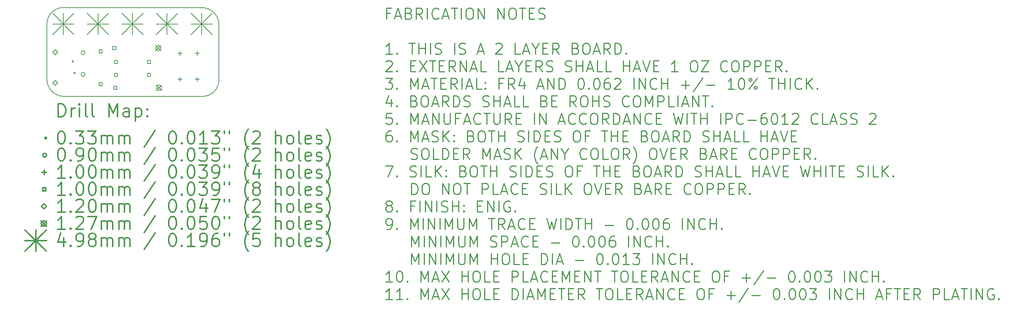
<source format=gbr>
G04 This is an RS-274x file exported by *
G04 gerbv version 2.6.0 *
G04 More information is available about gerbv at *
G04 http://gerbv.gpleda.org/ *
G04 --End of header info--*
%MOIN*%
%FSLAX34Y34*%
%IPPOS*%
G04 --Define apertures--*
%ADD10C,0.0050*%
%ADD11C,0.0060*%
%ADD12C,0.0079*%
%ADD13C,0.0118*%
%ADD14C,0.0138*%
%ADD15C,0.0100*%
G04 --Start main section--*
G54D11*
G01X0025324Y-019077D02*
G01X0025324Y-014038D01*
G01X0009655Y-013959D02*
G01X0009655Y-018998D01*
G01X0009655Y-018998D02*
G75*
G03X0011230Y-020573I0001575J0000000D01*
G01X0011230Y-020573D02*
G01X0023828Y-020573D01*
G01X0023828Y-020573D02*
G75*
G03X0025324Y-019077I0000000J0001496D01*
G01X0011151Y-012463D02*
G75*
G03X0009655Y-013959I0000000J-001496D01*
G01X0023750Y-012463D02*
G01X0011151Y-012463D01*
G01X0025324Y-014038D02*
G75*
G03X0023750Y-012463I-001575J0000000D01*
G54D12*
G01X0011957Y-017314D02*
G01X0012087Y-017444D01*
G01X0012087Y-017314D02*
G01X0011957Y-017444D01*
G01X0012110Y-018382D02*
G01X0012240Y-018512D01*
G01X0012240Y-018382D02*
G01X0012110Y-018512D01*
G01X0013128Y-016590D02*
G75*
G03X0013128Y-016590I-000177J0000000D01*
G01X0013128Y-018559D02*
G75*
G03X0013128Y-018559I-000177J0000000D01*
G01X0021781Y-016439D02*
G01X0021781Y-016833D01*
G01X0021584Y-016636D02*
G01X0021978Y-016636D01*
G01X0021781Y-018801D02*
G01X0021781Y-019195D01*
G01X0021584Y-018998D02*
G01X0021978Y-018998D01*
G01X0023356Y-016439D02*
G01X0023356Y-016833D01*
G01X0023159Y-016636D02*
G01X0023553Y-016636D01*
G01X0023356Y-018801D02*
G01X0023356Y-019195D01*
G01X0023159Y-018998D02*
G01X0023553Y-018998D01*
G01X0014690Y-016598D02*
G01X0014690Y-016320D01*
G01X0014690Y-016320D02*
G01X0014412Y-016320D01*
G01X0014412Y-016320D02*
G01X0014412Y-016598D01*
G01X0014412Y-016598D02*
G01X0014690Y-016598D01*
G01X0014690Y-019598D02*
G01X0014690Y-019320D01*
G01X0014690Y-019320D02*
G01X0014412Y-019320D01*
G01X0014412Y-019320D02*
G01X0014412Y-019598D01*
G01X0014412Y-019598D02*
G01X0014690Y-019598D01*
G01X0015936Y-016301D02*
G01X0015936Y-016022D01*
G01X0015936Y-016022D02*
G01X0015657Y-016022D01*
G01X0015657Y-016022D02*
G01X0015657Y-016301D01*
G01X0015657Y-016301D02*
G01X0015936Y-016301D01*
G01X0016015Y-019925D02*
G01X0016015Y-019646D01*
G01X0016015Y-019646D02*
G01X0015736Y-019646D01*
G01X0015736Y-019646D02*
G01X0015736Y-019925D01*
G01X0015736Y-019925D02*
G01X0016015Y-019925D01*
G01X0016090Y-017563D02*
G01X0016090Y-017284D01*
G01X0016090Y-017284D02*
G01X0015812Y-017284D01*
G01X0015812Y-017284D02*
G01X0015812Y-017563D01*
G01X0015812Y-017563D02*
G01X0016090Y-017563D01*
G01X0016090Y-018744D02*
G01X0016090Y-018465D01*
G01X0016090Y-018465D02*
G01X0015812Y-018465D01*
G01X0015812Y-018465D02*
G01X0015812Y-018744D01*
G01X0015812Y-018744D02*
G01X0016090Y-018744D01*
G01X0019090Y-017563D02*
G01X0019090Y-017284D01*
G01X0019090Y-017284D02*
G01X0018812Y-017284D01*
G01X0018812Y-017284D02*
G01X0018812Y-017563D01*
G01X0018812Y-017563D02*
G01X0019090Y-017563D01*
G01X0019090Y-018744D02*
G01X0019090Y-018465D01*
G01X0019090Y-018465D02*
G01X0018812Y-018465D01*
G01X0018812Y-018465D02*
G01X0018812Y-018744D01*
G01X0018812Y-018744D02*
G01X0019090Y-018744D01*
G01X0010423Y-016774D02*
G01X0010659Y-016538D01*
G01X0010659Y-016538D02*
G01X0010423Y-016301D01*
G01X0010423Y-016301D02*
G01X0010187Y-016538D01*
G01X0010187Y-016538D02*
G01X0010423Y-016774D01*
G01X0010423Y-019569D02*
G01X0010659Y-019333D01*
G01X0010659Y-019333D02*
G01X0010423Y-019097D01*
G01X0010423Y-019097D02*
G01X0010187Y-019333D01*
G01X0010187Y-019333D02*
G01X0010423Y-019569D01*
G01X0019547Y-015912D02*
G01X0020047Y-016412D01*
G01X0020047Y-015912D02*
G01X0019547Y-016412D01*
G01X0020047Y-016162D02*
G75*
G03X0020047Y-016162I-000250J0000000D01*
G01X0019626Y-019536D02*
G01X0020126Y-020036D01*
G01X0020126Y-019536D02*
G01X0019626Y-020036D01*
G01X0020126Y-019786D02*
G75*
G03X0020126Y-019786I-000250J0000000D01*
G01X0010171Y-012979D02*
G01X0012131Y-014939D01*
G01X0012131Y-012979D02*
G01X0010171Y-014939D01*
G01X0011151Y-012979D02*
G01X0011151Y-014939D01*
G01X0010171Y-013959D02*
G01X0012131Y-013959D01*
G01X0013320Y-012979D02*
G01X0015281Y-014939D01*
G01X0015281Y-012979D02*
G01X0013320Y-014939D01*
G01X0014301Y-012979D02*
G01X0014301Y-014939D01*
G01X0013320Y-013959D02*
G01X0015281Y-013959D01*
G01X0016470Y-012979D02*
G01X0018431Y-014939D01*
G01X0018431Y-012979D02*
G01X0016470Y-014939D01*
G01X0017450Y-012979D02*
G01X0017450Y-014939D01*
G01X0016470Y-013959D02*
G01X0018431Y-013959D01*
G01X0019620Y-012979D02*
G01X0021580Y-014939D01*
G01X0021580Y-012979D02*
G01X0019620Y-014939D01*
G01X0020600Y-012979D02*
G01X0020600Y-014939D01*
G01X0019620Y-013959D02*
G01X0021580Y-013959D01*
G01X0022769Y-012979D02*
G01X0024730Y-014939D01*
G01X0024730Y-012979D02*
G01X0022769Y-014939D01*
G01X0023750Y-012979D02*
G01X0023750Y-014939D01*
G01X0022769Y-013959D02*
G01X0024730Y-013959D01*
G54D13*
G01X0010694Y-022437D02*
G01X0010694Y-021256D01*
G01X0010694Y-021256D02*
G01X0010975Y-021256D01*
G01X0010975Y-021256D02*
G01X0011144Y-021312D01*
G01X0011144Y-021312D02*
G01X0011256Y-021424D01*
G01X0011256Y-021424D02*
G01X0011312Y-021537D01*
G01X0011312Y-021537D02*
G01X0011369Y-021762D01*
G01X0011369Y-021762D02*
G01X0011369Y-021930D01*
G01X0011369Y-021930D02*
G01X0011312Y-022155D01*
G01X0011312Y-022155D02*
G01X0011256Y-022268D01*
G01X0011256Y-022268D02*
G01X0011144Y-022380D01*
G01X0011144Y-022380D02*
G01X0010975Y-022437D01*
G01X0010975Y-022437D02*
G01X0010694Y-022437D01*
G01X0011875Y-022437D02*
G01X0011875Y-021649D01*
G01X0011875Y-021874D02*
G01X0011931Y-021762D01*
G01X0011931Y-021762D02*
G01X0011987Y-021706D01*
G01X0011987Y-021706D02*
G01X0012100Y-021649D01*
G01X0012100Y-021649D02*
G01X0012212Y-021649D01*
G01X0012606Y-022437D02*
G01X0012606Y-021649D01*
G01X0012606Y-021256D02*
G01X0012550Y-021312D01*
G01X0012550Y-021312D02*
G01X0012606Y-021368D01*
G01X0012606Y-021368D02*
G01X0012662Y-021312D01*
G01X0012662Y-021312D02*
G01X0012606Y-021256D01*
G01X0012606Y-021256D02*
G01X0012606Y-021368D01*
G01X0013337Y-022437D02*
G01X0013225Y-022380D01*
G01X0013225Y-022380D02*
G01X0013168Y-022268D01*
G01X0013168Y-022268D02*
G01X0013168Y-021256D01*
G01X0013956Y-022437D02*
G01X0013843Y-022380D01*
G01X0013843Y-022380D02*
G01X0013787Y-022268D01*
G01X0013787Y-022268D02*
G01X0013787Y-021256D01*
G01X0015306Y-022437D02*
G01X0015306Y-021256D01*
G01X0015306Y-021256D02*
G01X0015699Y-022099D01*
G01X0015699Y-022099D02*
G01X0016093Y-021256D01*
G01X0016093Y-021256D02*
G01X0016093Y-022437D01*
G01X0017162Y-022437D02*
G01X0017162Y-021818D01*
G01X0017162Y-021818D02*
G01X0017105Y-021706D01*
G01X0017105Y-021706D02*
G01X0016993Y-021649D01*
G01X0016993Y-021649D02*
G01X0016768Y-021649D01*
G01X0016768Y-021649D02*
G01X0016655Y-021706D01*
G01X0017162Y-022380D02*
G01X0017049Y-022437D01*
G01X0017049Y-022437D02*
G01X0016768Y-022437D01*
G01X0016768Y-022437D02*
G01X0016655Y-022380D01*
G01X0016655Y-022380D02*
G01X0016599Y-022268D01*
G01X0016599Y-022268D02*
G01X0016599Y-022155D01*
G01X0016599Y-022155D02*
G01X0016655Y-022043D01*
G01X0016655Y-022043D02*
G01X0016768Y-021987D01*
G01X0016768Y-021987D02*
G01X0017049Y-021987D01*
G01X0017049Y-021987D02*
G01X0017162Y-021930D01*
G01X0017724Y-021649D02*
G01X0017724Y-022830D01*
G01X0017724Y-021706D02*
G01X0017837Y-021649D01*
G01X0017837Y-021649D02*
G01X0018061Y-021649D01*
G01X0018061Y-021649D02*
G01X0018174Y-021706D01*
G01X0018174Y-021706D02*
G01X0018230Y-021762D01*
G01X0018230Y-021762D02*
G01X0018286Y-021874D01*
G01X0018286Y-021874D02*
G01X0018286Y-022212D01*
G01X0018286Y-022212D02*
G01X0018230Y-022324D01*
G01X0018230Y-022324D02*
G01X0018174Y-022380D01*
G01X0018174Y-022380D02*
G01X0018061Y-022437D01*
G01X0018061Y-022437D02*
G01X0017837Y-022437D01*
G01X0017837Y-022437D02*
G01X0017724Y-022380D01*
G01X0018793Y-022324D02*
G01X0018849Y-022380D01*
G01X0018849Y-022380D02*
G01X0018793Y-022437D01*
G01X0018793Y-022437D02*
G01X0018736Y-022380D01*
G01X0018736Y-022380D02*
G01X0018793Y-022324D01*
G01X0018793Y-022324D02*
G01X0018793Y-022437D01*
G01X0018793Y-021706D02*
G01X0018849Y-021762D01*
G01X0018849Y-021762D02*
G01X0018793Y-021818D01*
G01X0018793Y-021818D02*
G01X0018736Y-021762D01*
G01X0018736Y-021762D02*
G01X0018793Y-021706D01*
G01X0018793Y-021706D02*
G01X0018793Y-021818D01*
G01X0009495Y-024318D02*
G01X0009625Y-024448D01*
G01X0009625Y-024318D02*
G01X0009495Y-024448D01*
G01X0010919Y-023736D02*
G01X0011031Y-023736D01*
G01X0011031Y-023736D02*
G01X0011144Y-023792D01*
G01X0011144Y-023792D02*
G01X0011200Y-023848D01*
G01X0011200Y-023848D02*
G01X0011256Y-023961D01*
G01X0011256Y-023961D02*
G01X0011312Y-024186D01*
G01X0011312Y-024186D02*
G01X0011312Y-024467D01*
G01X0011312Y-024467D02*
G01X0011256Y-024692D01*
G01X0011256Y-024692D02*
G01X0011200Y-024804D01*
G01X0011200Y-024804D02*
G01X0011144Y-024861D01*
G01X0011144Y-024861D02*
G01X0011031Y-024917D01*
G01X0011031Y-024917D02*
G01X0010919Y-024917D01*
G01X0010919Y-024917D02*
G01X0010806Y-024861D01*
G01X0010806Y-024861D02*
G01X0010750Y-024804D01*
G01X0010750Y-024804D02*
G01X0010694Y-024692D01*
G01X0010694Y-024692D02*
G01X0010637Y-024467D01*
G01X0010637Y-024467D02*
G01X0010637Y-024186D01*
G01X0010637Y-024186D02*
G01X0010694Y-023961D01*
G01X0010694Y-023961D02*
G01X0010750Y-023848D01*
G01X0010750Y-023848D02*
G01X0010806Y-023792D01*
G01X0010806Y-023792D02*
G01X0010919Y-023736D01*
G01X0011819Y-024804D02*
G01X0011875Y-024861D01*
G01X0011875Y-024861D02*
G01X0011819Y-024917D01*
G01X0011819Y-024917D02*
G01X0011762Y-024861D01*
G01X0011762Y-024861D02*
G01X0011819Y-024804D01*
G01X0011819Y-024804D02*
G01X0011819Y-024917D01*
G01X0012268Y-023736D02*
G01X0013000Y-023736D01*
G01X0013000Y-023736D02*
G01X0012606Y-024186D01*
G01X0012606Y-024186D02*
G01X0012775Y-024186D01*
G01X0012775Y-024186D02*
G01X0012887Y-024242D01*
G01X0012887Y-024242D02*
G01X0012943Y-024298D01*
G01X0012943Y-024298D02*
G01X0013000Y-024411D01*
G01X0013000Y-024411D02*
G01X0013000Y-024692D01*
G01X0013000Y-024692D02*
G01X0012943Y-024804D01*
G01X0012943Y-024804D02*
G01X0012887Y-024861D01*
G01X0012887Y-024861D02*
G01X0012775Y-024917D01*
G01X0012775Y-024917D02*
G01X0012437Y-024917D01*
G01X0012437Y-024917D02*
G01X0012325Y-024861D01*
G01X0012325Y-024861D02*
G01X0012268Y-024804D01*
G01X0013393Y-023736D02*
G01X0014124Y-023736D01*
G01X0014124Y-023736D02*
G01X0013731Y-024186D01*
G01X0013731Y-024186D02*
G01X0013900Y-024186D01*
G01X0013900Y-024186D02*
G01X0014012Y-024242D01*
G01X0014012Y-024242D02*
G01X0014068Y-024298D01*
G01X0014068Y-024298D02*
G01X0014124Y-024411D01*
G01X0014124Y-024411D02*
G01X0014124Y-024692D01*
G01X0014124Y-024692D02*
G01X0014068Y-024804D01*
G01X0014068Y-024804D02*
G01X0014012Y-024861D01*
G01X0014012Y-024861D02*
G01X0013900Y-024917D01*
G01X0013900Y-024917D02*
G01X0013562Y-024917D01*
G01X0013562Y-024917D02*
G01X0013450Y-024861D01*
G01X0013450Y-024861D02*
G01X0013393Y-024804D01*
G01X0014631Y-024917D02*
G01X0014631Y-024130D01*
G01X0014631Y-024242D02*
G01X0014687Y-024186D01*
G01X0014687Y-024186D02*
G01X0014799Y-024130D01*
G01X0014799Y-024130D02*
G01X0014968Y-024130D01*
G01X0014968Y-024130D02*
G01X0015081Y-024186D01*
G01X0015081Y-024186D02*
G01X0015137Y-024298D01*
G01X0015137Y-024298D02*
G01X0015137Y-024917D01*
G01X0015137Y-024298D02*
G01X0015193Y-024186D01*
G01X0015193Y-024186D02*
G01X0015306Y-024130D01*
G01X0015306Y-024130D02*
G01X0015474Y-024130D01*
G01X0015474Y-024130D02*
G01X0015587Y-024186D01*
G01X0015587Y-024186D02*
G01X0015643Y-024298D01*
G01X0015643Y-024298D02*
G01X0015643Y-024917D01*
G01X0016205Y-024917D02*
G01X0016205Y-024130D01*
G01X0016205Y-024242D02*
G01X0016262Y-024186D01*
G01X0016262Y-024186D02*
G01X0016374Y-024130D01*
G01X0016374Y-024130D02*
G01X0016543Y-024130D01*
G01X0016543Y-024130D02*
G01X0016655Y-024186D01*
G01X0016655Y-024186D02*
G01X0016712Y-024298D01*
G01X0016712Y-024298D02*
G01X0016712Y-024917D01*
G01X0016712Y-024298D02*
G01X0016768Y-024186D01*
G01X0016768Y-024186D02*
G01X0016880Y-024130D01*
G01X0016880Y-024130D02*
G01X0017049Y-024130D01*
G01X0017049Y-024130D02*
G01X0017162Y-024186D01*
G01X0017162Y-024186D02*
G01X0017218Y-024298D01*
G01X0017218Y-024298D02*
G01X0017218Y-024917D01*
G01X0019524Y-023680D02*
G01X0018511Y-025198D01*
G01X0021042Y-023736D02*
G01X0021155Y-023736D01*
G01X0021155Y-023736D02*
G01X0021267Y-023792D01*
G01X0021267Y-023792D02*
G01X0021324Y-023848D01*
G01X0021324Y-023848D02*
G01X0021380Y-023961D01*
G01X0021380Y-023961D02*
G01X0021436Y-024186D01*
G01X0021436Y-024186D02*
G01X0021436Y-024467D01*
G01X0021436Y-024467D02*
G01X0021380Y-024692D01*
G01X0021380Y-024692D02*
G01X0021324Y-024804D01*
G01X0021324Y-024804D02*
G01X0021267Y-024861D01*
G01X0021267Y-024861D02*
G01X0021155Y-024917D01*
G01X0021155Y-024917D02*
G01X0021042Y-024917D01*
G01X0021042Y-024917D02*
G01X0020930Y-024861D01*
G01X0020930Y-024861D02*
G01X0020874Y-024804D01*
G01X0020874Y-024804D02*
G01X0020817Y-024692D01*
G01X0020817Y-024692D02*
G01X0020761Y-024467D01*
G01X0020761Y-024467D02*
G01X0020761Y-024186D01*
G01X0020761Y-024186D02*
G01X0020817Y-023961D01*
G01X0020817Y-023961D02*
G01X0020874Y-023848D01*
G01X0020874Y-023848D02*
G01X0020930Y-023792D01*
G01X0020930Y-023792D02*
G01X0021042Y-023736D01*
G01X0021942Y-024804D02*
G01X0021998Y-024861D01*
G01X0021998Y-024861D02*
G01X0021942Y-024917D01*
G01X0021942Y-024917D02*
G01X0021886Y-024861D01*
G01X0021886Y-024861D02*
G01X0021942Y-024804D01*
G01X0021942Y-024804D02*
G01X0021942Y-024917D01*
G01X0022730Y-023736D02*
G01X0022842Y-023736D01*
G01X0022842Y-023736D02*
G01X0022955Y-023792D01*
G01X0022955Y-023792D02*
G01X0023011Y-023848D01*
G01X0023011Y-023848D02*
G01X0023067Y-023961D01*
G01X0023067Y-023961D02*
G01X0023123Y-024186D01*
G01X0023123Y-024186D02*
G01X0023123Y-024467D01*
G01X0023123Y-024467D02*
G01X0023067Y-024692D01*
G01X0023067Y-024692D02*
G01X0023011Y-024804D01*
G01X0023011Y-024804D02*
G01X0022955Y-024861D01*
G01X0022955Y-024861D02*
G01X0022842Y-024917D01*
G01X0022842Y-024917D02*
G01X0022730Y-024917D01*
G01X0022730Y-024917D02*
G01X0022617Y-024861D01*
G01X0022617Y-024861D02*
G01X0022561Y-024804D01*
G01X0022561Y-024804D02*
G01X0022505Y-024692D01*
G01X0022505Y-024692D02*
G01X0022448Y-024467D01*
G01X0022448Y-024467D02*
G01X0022448Y-024186D01*
G01X0022448Y-024186D02*
G01X0022505Y-023961D01*
G01X0022505Y-023961D02*
G01X0022561Y-023848D01*
G01X0022561Y-023848D02*
G01X0022617Y-023792D01*
G01X0022617Y-023792D02*
G01X0022730Y-023736D01*
G01X0024248Y-024917D02*
G01X0023573Y-024917D01*
G01X0023911Y-024917D02*
G01X0023911Y-023736D01*
G01X0023911Y-023736D02*
G01X0023798Y-023905D01*
G01X0023798Y-023905D02*
G01X0023686Y-024017D01*
G01X0023686Y-024017D02*
G01X0023573Y-024073D01*
G01X0024642Y-023736D02*
G01X0025373Y-023736D01*
G01X0025373Y-023736D02*
G01X0024979Y-024186D01*
G01X0024979Y-024186D02*
G01X0025148Y-024186D01*
G01X0025148Y-024186D02*
G01X0025261Y-024242D01*
G01X0025261Y-024242D02*
G01X0025317Y-024298D01*
G01X0025317Y-024298D02*
G01X0025373Y-024411D01*
G01X0025373Y-024411D02*
G01X0025373Y-024692D01*
G01X0025373Y-024692D02*
G01X0025317Y-024804D01*
G01X0025317Y-024804D02*
G01X0025261Y-024861D01*
G01X0025261Y-024861D02*
G01X0025148Y-024917D01*
G01X0025148Y-024917D02*
G01X0024811Y-024917D01*
G01X0024811Y-024917D02*
G01X0024698Y-024861D01*
G01X0024698Y-024861D02*
G01X0024642Y-024804D01*
G01X0025823Y-023736D02*
G01X0025823Y-023961D01*
G01X0026273Y-023736D02*
G01X0026273Y-023961D01*
G01X0028016Y-025367D02*
G01X0027960Y-025311D01*
G01X0027960Y-025311D02*
G01X0027848Y-025142D01*
G01X0027848Y-025142D02*
G01X0027792Y-025029D01*
G01X0027792Y-025029D02*
G01X0027735Y-024861D01*
G01X0027735Y-024861D02*
G01X0027679Y-024580D01*
G01X0027679Y-024580D02*
G01X0027679Y-024355D01*
G01X0027679Y-024355D02*
G01X0027735Y-024073D01*
G01X0027735Y-024073D02*
G01X0027792Y-023905D01*
G01X0027792Y-023905D02*
G01X0027848Y-023792D01*
G01X0027848Y-023792D02*
G01X0027960Y-023623D01*
G01X0027960Y-023623D02*
G01X0028016Y-023567D01*
G01X0028410Y-023848D02*
G01X0028466Y-023792D01*
G01X0028466Y-023792D02*
G01X0028579Y-023736D01*
G01X0028579Y-023736D02*
G01X0028860Y-023736D01*
G01X0028860Y-023736D02*
G01X0028973Y-023792D01*
G01X0028973Y-023792D02*
G01X0029029Y-023848D01*
G01X0029029Y-023848D02*
G01X0029085Y-023961D01*
G01X0029085Y-023961D02*
G01X0029085Y-024073D01*
G01X0029085Y-024073D02*
G01X0029029Y-024242D01*
G01X0029029Y-024242D02*
G01X0028354Y-024917D01*
G01X0028354Y-024917D02*
G01X0029085Y-024917D01*
G01X0030491Y-024917D02*
G01X0030491Y-023736D01*
G01X0030997Y-024917D02*
G01X0030997Y-024298D01*
G01X0030997Y-024298D02*
G01X0030941Y-024186D01*
G01X0030941Y-024186D02*
G01X0030829Y-024130D01*
G01X0030829Y-024130D02*
G01X0030660Y-024130D01*
G01X0030660Y-024130D02*
G01X0030547Y-024186D01*
G01X0030547Y-024186D02*
G01X0030491Y-024242D01*
G01X0031729Y-024917D02*
G01X0031616Y-024861D01*
G01X0031616Y-024861D02*
G01X0031560Y-024804D01*
G01X0031560Y-024804D02*
G01X0031504Y-024692D01*
G01X0031504Y-024692D02*
G01X0031504Y-024355D01*
G01X0031504Y-024355D02*
G01X0031560Y-024242D01*
G01X0031560Y-024242D02*
G01X0031616Y-024186D01*
G01X0031616Y-024186D02*
G01X0031729Y-024130D01*
G01X0031729Y-024130D02*
G01X0031897Y-024130D01*
G01X0031897Y-024130D02*
G01X0032010Y-024186D01*
G01X0032010Y-024186D02*
G01X0032066Y-024242D01*
G01X0032066Y-024242D02*
G01X0032122Y-024355D01*
G01X0032122Y-024355D02*
G01X0032122Y-024692D01*
G01X0032122Y-024692D02*
G01X0032066Y-024804D01*
G01X0032066Y-024804D02*
G01X0032010Y-024861D01*
G01X0032010Y-024861D02*
G01X0031897Y-024917D01*
G01X0031897Y-024917D02*
G01X0031729Y-024917D01*
G01X0032797Y-024917D02*
G01X0032685Y-024861D01*
G01X0032685Y-024861D02*
G01X0032628Y-024748D01*
G01X0032628Y-024748D02*
G01X0032628Y-023736D01*
G01X0033697Y-024861D02*
G01X0033585Y-024917D01*
G01X0033585Y-024917D02*
G01X0033360Y-024917D01*
G01X0033360Y-024917D02*
G01X0033247Y-024861D01*
G01X0033247Y-024861D02*
G01X0033191Y-024748D01*
G01X0033191Y-024748D02*
G01X0033191Y-024298D01*
G01X0033191Y-024298D02*
G01X0033247Y-024186D01*
G01X0033247Y-024186D02*
G01X0033360Y-024130D01*
G01X0033360Y-024130D02*
G01X0033585Y-024130D01*
G01X0033585Y-024130D02*
G01X0033697Y-024186D01*
G01X0033697Y-024186D02*
G01X0033753Y-024298D01*
G01X0033753Y-024298D02*
G01X0033753Y-024411D01*
G01X0033753Y-024411D02*
G01X0033191Y-024523D01*
G01X0034203Y-024861D02*
G01X0034316Y-024917D01*
G01X0034316Y-024917D02*
G01X0034541Y-024917D01*
G01X0034541Y-024917D02*
G01X0034653Y-024861D01*
G01X0034653Y-024861D02*
G01X0034709Y-024748D01*
G01X0034709Y-024748D02*
G01X0034709Y-024692D01*
G01X0034709Y-024692D02*
G01X0034653Y-024580D01*
G01X0034653Y-024580D02*
G01X0034541Y-024523D01*
G01X0034541Y-024523D02*
G01X0034372Y-024523D01*
G01X0034372Y-024523D02*
G01X0034259Y-024467D01*
G01X0034259Y-024467D02*
G01X0034203Y-024355D01*
G01X0034203Y-024355D02*
G01X0034203Y-024298D01*
G01X0034203Y-024298D02*
G01X0034259Y-024186D01*
G01X0034259Y-024186D02*
G01X0034372Y-024130D01*
G01X0034372Y-024130D02*
G01X0034541Y-024130D01*
G01X0034541Y-024130D02*
G01X0034653Y-024186D01*
G01X0035103Y-025367D02*
G01X0035159Y-025311D01*
G01X0035159Y-025311D02*
G01X0035272Y-025142D01*
G01X0035272Y-025142D02*
G01X0035328Y-025029D01*
G01X0035328Y-025029D02*
G01X0035384Y-024861D01*
G01X0035384Y-024861D02*
G01X0035441Y-024580D01*
G01X0035441Y-024580D02*
G01X0035441Y-024355D01*
G01X0035441Y-024355D02*
G01X0035384Y-024073D01*
G01X0035384Y-024073D02*
G01X0035328Y-023905D01*
G01X0035328Y-023905D02*
G01X0035272Y-023792D01*
G01X0035272Y-023792D02*
G01X0035159Y-023623D01*
G01X0035159Y-023623D02*
G01X0035103Y-023567D01*
G01X0009625Y-025942D02*
G75*
G03X0009625Y-025942I-000177J0000000D01*
G01X0010919Y-025295D02*
G01X0011031Y-025295D01*
G01X0011031Y-025295D02*
G01X0011144Y-025351D01*
G01X0011144Y-025351D02*
G01X0011200Y-025407D01*
G01X0011200Y-025407D02*
G01X0011256Y-025520D01*
G01X0011256Y-025520D02*
G01X0011312Y-025745D01*
G01X0011312Y-025745D02*
G01X0011312Y-026026D01*
G01X0011312Y-026026D02*
G01X0011256Y-026251D01*
G01X0011256Y-026251D02*
G01X0011200Y-026364D01*
G01X0011200Y-026364D02*
G01X0011144Y-026420D01*
G01X0011144Y-026420D02*
G01X0011031Y-026476D01*
G01X0011031Y-026476D02*
G01X0010919Y-026476D01*
G01X0010919Y-026476D02*
G01X0010806Y-026420D01*
G01X0010806Y-026420D02*
G01X0010750Y-026364D01*
G01X0010750Y-026364D02*
G01X0010694Y-026251D01*
G01X0010694Y-026251D02*
G01X0010637Y-026026D01*
G01X0010637Y-026026D02*
G01X0010637Y-025745D01*
G01X0010637Y-025745D02*
G01X0010694Y-025520D01*
G01X0010694Y-025520D02*
G01X0010750Y-025407D01*
G01X0010750Y-025407D02*
G01X0010806Y-025351D01*
G01X0010806Y-025351D02*
G01X0010919Y-025295D01*
G01X0011819Y-026364D02*
G01X0011875Y-026420D01*
G01X0011875Y-026420D02*
G01X0011819Y-026476D01*
G01X0011819Y-026476D02*
G01X0011762Y-026420D01*
G01X0011762Y-026420D02*
G01X0011819Y-026364D01*
G01X0011819Y-026364D02*
G01X0011819Y-026476D01*
G01X0012437Y-026476D02*
G01X0012662Y-026476D01*
G01X0012662Y-026476D02*
G01X0012775Y-026420D01*
G01X0012775Y-026420D02*
G01X0012831Y-026364D01*
G01X0012831Y-026364D02*
G01X0012943Y-026195D01*
G01X0012943Y-026195D02*
G01X0013000Y-025970D01*
G01X0013000Y-025970D02*
G01X0013000Y-025520D01*
G01X0013000Y-025520D02*
G01X0012943Y-025407D01*
G01X0012943Y-025407D02*
G01X0012887Y-025351D01*
G01X0012887Y-025351D02*
G01X0012775Y-025295D01*
G01X0012775Y-025295D02*
G01X0012550Y-025295D01*
G01X0012550Y-025295D02*
G01X0012437Y-025351D01*
G01X0012437Y-025351D02*
G01X0012381Y-025407D01*
G01X0012381Y-025407D02*
G01X0012325Y-025520D01*
G01X0012325Y-025520D02*
G01X0012325Y-025801D01*
G01X0012325Y-025801D02*
G01X0012381Y-025914D01*
G01X0012381Y-025914D02*
G01X0012437Y-025970D01*
G01X0012437Y-025970D02*
G01X0012550Y-026026D01*
G01X0012550Y-026026D02*
G01X0012775Y-026026D01*
G01X0012775Y-026026D02*
G01X0012887Y-025970D01*
G01X0012887Y-025970D02*
G01X0012943Y-025914D01*
G01X0012943Y-025914D02*
G01X0013000Y-025801D01*
G01X0013731Y-025295D02*
G01X0013843Y-025295D01*
G01X0013843Y-025295D02*
G01X0013956Y-025351D01*
G01X0013956Y-025351D02*
G01X0014012Y-025407D01*
G01X0014012Y-025407D02*
G01X0014068Y-025520D01*
G01X0014068Y-025520D02*
G01X0014124Y-025745D01*
G01X0014124Y-025745D02*
G01X0014124Y-026026D01*
G01X0014124Y-026026D02*
G01X0014068Y-026251D01*
G01X0014068Y-026251D02*
G01X0014012Y-026364D01*
G01X0014012Y-026364D02*
G01X0013956Y-026420D01*
G01X0013956Y-026420D02*
G01X0013843Y-026476D01*
G01X0013843Y-026476D02*
G01X0013731Y-026476D01*
G01X0013731Y-026476D02*
G01X0013618Y-026420D01*
G01X0013618Y-026420D02*
G01X0013562Y-026364D01*
G01X0013562Y-026364D02*
G01X0013506Y-026251D01*
G01X0013506Y-026251D02*
G01X0013450Y-026026D01*
G01X0013450Y-026026D02*
G01X0013450Y-025745D01*
G01X0013450Y-025745D02*
G01X0013506Y-025520D01*
G01X0013506Y-025520D02*
G01X0013562Y-025407D01*
G01X0013562Y-025407D02*
G01X0013618Y-025351D01*
G01X0013618Y-025351D02*
G01X0013731Y-025295D01*
G01X0014631Y-026476D02*
G01X0014631Y-025689D01*
G01X0014631Y-025801D02*
G01X0014687Y-025745D01*
G01X0014687Y-025745D02*
G01X0014799Y-025689D01*
G01X0014799Y-025689D02*
G01X0014968Y-025689D01*
G01X0014968Y-025689D02*
G01X0015081Y-025745D01*
G01X0015081Y-025745D02*
G01X0015137Y-025857D01*
G01X0015137Y-025857D02*
G01X0015137Y-026476D01*
G01X0015137Y-025857D02*
G01X0015193Y-025745D01*
G01X0015193Y-025745D02*
G01X0015306Y-025689D01*
G01X0015306Y-025689D02*
G01X0015474Y-025689D01*
G01X0015474Y-025689D02*
G01X0015587Y-025745D01*
G01X0015587Y-025745D02*
G01X0015643Y-025857D01*
G01X0015643Y-025857D02*
G01X0015643Y-026476D01*
G01X0016205Y-026476D02*
G01X0016205Y-025689D01*
G01X0016205Y-025801D02*
G01X0016262Y-025745D01*
G01X0016262Y-025745D02*
G01X0016374Y-025689D01*
G01X0016374Y-025689D02*
G01X0016543Y-025689D01*
G01X0016543Y-025689D02*
G01X0016655Y-025745D01*
G01X0016655Y-025745D02*
G01X0016712Y-025857D01*
G01X0016712Y-025857D02*
G01X0016712Y-026476D01*
G01X0016712Y-025857D02*
G01X0016768Y-025745D01*
G01X0016768Y-025745D02*
G01X0016880Y-025689D01*
G01X0016880Y-025689D02*
G01X0017049Y-025689D01*
G01X0017049Y-025689D02*
G01X0017162Y-025745D01*
G01X0017162Y-025745D02*
G01X0017218Y-025857D01*
G01X0017218Y-025857D02*
G01X0017218Y-026476D01*
G01X0019524Y-025239D02*
G01X0018511Y-026757D01*
G01X0021042Y-025295D02*
G01X0021155Y-025295D01*
G01X0021155Y-025295D02*
G01X0021267Y-025351D01*
G01X0021267Y-025351D02*
G01X0021324Y-025407D01*
G01X0021324Y-025407D02*
G01X0021380Y-025520D01*
G01X0021380Y-025520D02*
G01X0021436Y-025745D01*
G01X0021436Y-025745D02*
G01X0021436Y-026026D01*
G01X0021436Y-026026D02*
G01X0021380Y-026251D01*
G01X0021380Y-026251D02*
G01X0021324Y-026364D01*
G01X0021324Y-026364D02*
G01X0021267Y-026420D01*
G01X0021267Y-026420D02*
G01X0021155Y-026476D01*
G01X0021155Y-026476D02*
G01X0021042Y-026476D01*
G01X0021042Y-026476D02*
G01X0020930Y-026420D01*
G01X0020930Y-026420D02*
G01X0020874Y-026364D01*
G01X0020874Y-026364D02*
G01X0020817Y-026251D01*
G01X0020817Y-026251D02*
G01X0020761Y-026026D01*
G01X0020761Y-026026D02*
G01X0020761Y-025745D01*
G01X0020761Y-025745D02*
G01X0020817Y-025520D01*
G01X0020817Y-025520D02*
G01X0020874Y-025407D01*
G01X0020874Y-025407D02*
G01X0020930Y-025351D01*
G01X0020930Y-025351D02*
G01X0021042Y-025295D01*
G01X0021942Y-026364D02*
G01X0021998Y-026420D01*
G01X0021998Y-026420D02*
G01X0021942Y-026476D01*
G01X0021942Y-026476D02*
G01X0021886Y-026420D01*
G01X0021886Y-026420D02*
G01X0021942Y-026364D01*
G01X0021942Y-026364D02*
G01X0021942Y-026476D01*
G01X0022730Y-025295D02*
G01X0022842Y-025295D01*
G01X0022842Y-025295D02*
G01X0022955Y-025351D01*
G01X0022955Y-025351D02*
G01X0023011Y-025407D01*
G01X0023011Y-025407D02*
G01X0023067Y-025520D01*
G01X0023067Y-025520D02*
G01X0023123Y-025745D01*
G01X0023123Y-025745D02*
G01X0023123Y-026026D01*
G01X0023123Y-026026D02*
G01X0023067Y-026251D01*
G01X0023067Y-026251D02*
G01X0023011Y-026364D01*
G01X0023011Y-026364D02*
G01X0022955Y-026420D01*
G01X0022955Y-026420D02*
G01X0022842Y-026476D01*
G01X0022842Y-026476D02*
G01X0022730Y-026476D01*
G01X0022730Y-026476D02*
G01X0022617Y-026420D01*
G01X0022617Y-026420D02*
G01X0022561Y-026364D01*
G01X0022561Y-026364D02*
G01X0022505Y-026251D01*
G01X0022505Y-026251D02*
G01X0022448Y-026026D01*
G01X0022448Y-026026D02*
G01X0022448Y-025745D01*
G01X0022448Y-025745D02*
G01X0022505Y-025520D01*
G01X0022505Y-025520D02*
G01X0022561Y-025407D01*
G01X0022561Y-025407D02*
G01X0022617Y-025351D01*
G01X0022617Y-025351D02*
G01X0022730Y-025295D01*
G01X0023517Y-025295D02*
G01X0024248Y-025295D01*
G01X0024248Y-025295D02*
G01X0023855Y-025745D01*
G01X0023855Y-025745D02*
G01X0024023Y-025745D01*
G01X0024023Y-025745D02*
G01X0024136Y-025801D01*
G01X0024136Y-025801D02*
G01X0024192Y-025857D01*
G01X0024192Y-025857D02*
G01X0024248Y-025970D01*
G01X0024248Y-025970D02*
G01X0024248Y-026251D01*
G01X0024248Y-026251D02*
G01X0024192Y-026364D01*
G01X0024192Y-026364D02*
G01X0024136Y-026420D01*
G01X0024136Y-026420D02*
G01X0024023Y-026476D01*
G01X0024023Y-026476D02*
G01X0023686Y-026476D01*
G01X0023686Y-026476D02*
G01X0023573Y-026420D01*
G01X0023573Y-026420D02*
G01X0023517Y-026364D01*
G01X0025317Y-025295D02*
G01X0024754Y-025295D01*
G01X0024754Y-025295D02*
G01X0024698Y-025857D01*
G01X0024698Y-025857D02*
G01X0024754Y-025801D01*
G01X0024754Y-025801D02*
G01X0024867Y-025745D01*
G01X0024867Y-025745D02*
G01X0025148Y-025745D01*
G01X0025148Y-025745D02*
G01X0025261Y-025801D01*
G01X0025261Y-025801D02*
G01X0025317Y-025857D01*
G01X0025317Y-025857D02*
G01X0025373Y-025970D01*
G01X0025373Y-025970D02*
G01X0025373Y-026251D01*
G01X0025373Y-026251D02*
G01X0025317Y-026364D01*
G01X0025317Y-026364D02*
G01X0025261Y-026420D01*
G01X0025261Y-026420D02*
G01X0025148Y-026476D01*
G01X0025148Y-026476D02*
G01X0024867Y-026476D01*
G01X0024867Y-026476D02*
G01X0024754Y-026420D01*
G01X0024754Y-026420D02*
G01X0024698Y-026364D01*
G01X0025823Y-025295D02*
G01X0025823Y-025520D01*
G01X0026273Y-025295D02*
G01X0026273Y-025520D01*
G01X0028016Y-026926D02*
G01X0027960Y-026870D01*
G01X0027960Y-026870D02*
G01X0027848Y-026701D01*
G01X0027848Y-026701D02*
G01X0027792Y-026589D01*
G01X0027792Y-026589D02*
G01X0027735Y-026420D01*
G01X0027735Y-026420D02*
G01X0027679Y-026139D01*
G01X0027679Y-026139D02*
G01X0027679Y-025914D01*
G01X0027679Y-025914D02*
G01X0027735Y-025632D01*
G01X0027735Y-025632D02*
G01X0027792Y-025464D01*
G01X0027792Y-025464D02*
G01X0027848Y-025351D01*
G01X0027848Y-025351D02*
G01X0027960Y-025182D01*
G01X0027960Y-025182D02*
G01X0028016Y-025126D01*
G01X0028410Y-025407D02*
G01X0028466Y-025351D01*
G01X0028466Y-025351D02*
G01X0028579Y-025295D01*
G01X0028579Y-025295D02*
G01X0028860Y-025295D01*
G01X0028860Y-025295D02*
G01X0028973Y-025351D01*
G01X0028973Y-025351D02*
G01X0029029Y-025407D01*
G01X0029029Y-025407D02*
G01X0029085Y-025520D01*
G01X0029085Y-025520D02*
G01X0029085Y-025632D01*
G01X0029085Y-025632D02*
G01X0029029Y-025801D01*
G01X0029029Y-025801D02*
G01X0028354Y-026476D01*
G01X0028354Y-026476D02*
G01X0029085Y-026476D01*
G01X0030491Y-026476D02*
G01X0030491Y-025295D01*
G01X0030997Y-026476D02*
G01X0030997Y-025857D01*
G01X0030997Y-025857D02*
G01X0030941Y-025745D01*
G01X0030941Y-025745D02*
G01X0030829Y-025689D01*
G01X0030829Y-025689D02*
G01X0030660Y-025689D01*
G01X0030660Y-025689D02*
G01X0030547Y-025745D01*
G01X0030547Y-025745D02*
G01X0030491Y-025801D01*
G01X0031729Y-026476D02*
G01X0031616Y-026420D01*
G01X0031616Y-026420D02*
G01X0031560Y-026364D01*
G01X0031560Y-026364D02*
G01X0031504Y-026251D01*
G01X0031504Y-026251D02*
G01X0031504Y-025914D01*
G01X0031504Y-025914D02*
G01X0031560Y-025801D01*
G01X0031560Y-025801D02*
G01X0031616Y-025745D01*
G01X0031616Y-025745D02*
G01X0031729Y-025689D01*
G01X0031729Y-025689D02*
G01X0031897Y-025689D01*
G01X0031897Y-025689D02*
G01X0032010Y-025745D01*
G01X0032010Y-025745D02*
G01X0032066Y-025801D01*
G01X0032066Y-025801D02*
G01X0032122Y-025914D01*
G01X0032122Y-025914D02*
G01X0032122Y-026251D01*
G01X0032122Y-026251D02*
G01X0032066Y-026364D01*
G01X0032066Y-026364D02*
G01X0032010Y-026420D01*
G01X0032010Y-026420D02*
G01X0031897Y-026476D01*
G01X0031897Y-026476D02*
G01X0031729Y-026476D01*
G01X0032797Y-026476D02*
G01X0032685Y-026420D01*
G01X0032685Y-026420D02*
G01X0032628Y-026307D01*
G01X0032628Y-026307D02*
G01X0032628Y-025295D01*
G01X0033697Y-026420D02*
G01X0033585Y-026476D01*
G01X0033585Y-026476D02*
G01X0033360Y-026476D01*
G01X0033360Y-026476D02*
G01X0033247Y-026420D01*
G01X0033247Y-026420D02*
G01X0033191Y-026307D01*
G01X0033191Y-026307D02*
G01X0033191Y-025857D01*
G01X0033191Y-025857D02*
G01X0033247Y-025745D01*
G01X0033247Y-025745D02*
G01X0033360Y-025689D01*
G01X0033360Y-025689D02*
G01X0033585Y-025689D01*
G01X0033585Y-025689D02*
G01X0033697Y-025745D01*
G01X0033697Y-025745D02*
G01X0033753Y-025857D01*
G01X0033753Y-025857D02*
G01X0033753Y-025970D01*
G01X0033753Y-025970D02*
G01X0033191Y-026082D01*
G01X0034203Y-026420D02*
G01X0034316Y-026476D01*
G01X0034316Y-026476D02*
G01X0034541Y-026476D01*
G01X0034541Y-026476D02*
G01X0034653Y-026420D01*
G01X0034653Y-026420D02*
G01X0034709Y-026307D01*
G01X0034709Y-026307D02*
G01X0034709Y-026251D01*
G01X0034709Y-026251D02*
G01X0034653Y-026139D01*
G01X0034653Y-026139D02*
G01X0034541Y-026082D01*
G01X0034541Y-026082D02*
G01X0034372Y-026082D01*
G01X0034372Y-026082D02*
G01X0034259Y-026026D01*
G01X0034259Y-026026D02*
G01X0034203Y-025914D01*
G01X0034203Y-025914D02*
G01X0034203Y-025857D01*
G01X0034203Y-025857D02*
G01X0034259Y-025745D01*
G01X0034259Y-025745D02*
G01X0034372Y-025689D01*
G01X0034372Y-025689D02*
G01X0034541Y-025689D01*
G01X0034541Y-025689D02*
G01X0034653Y-025745D01*
G01X0035103Y-026926D02*
G01X0035159Y-026870D01*
G01X0035159Y-026870D02*
G01X0035272Y-026701D01*
G01X0035272Y-026701D02*
G01X0035328Y-026589D01*
G01X0035328Y-026589D02*
G01X0035384Y-026420D01*
G01X0035384Y-026420D02*
G01X0035441Y-026139D01*
G01X0035441Y-026139D02*
G01X0035441Y-025914D01*
G01X0035441Y-025914D02*
G01X0035384Y-025632D01*
G01X0035384Y-025632D02*
G01X0035328Y-025464D01*
G01X0035328Y-025464D02*
G01X0035272Y-025351D01*
G01X0035272Y-025351D02*
G01X0035159Y-025182D01*
G01X0035159Y-025182D02*
G01X0035103Y-025126D01*
G01X0009428Y-027304D02*
G01X0009428Y-027698D01*
G01X0009231Y-027501D02*
G01X0009625Y-027501D01*
G01X0011312Y-028035D02*
G01X0010637Y-028035D01*
G01X0010975Y-028035D02*
G01X0010975Y-026854D01*
G01X0010975Y-026854D02*
G01X0010862Y-027023D01*
G01X0010862Y-027023D02*
G01X0010750Y-027135D01*
G01X0010750Y-027135D02*
G01X0010637Y-027191D01*
G01X0011819Y-027923D02*
G01X0011875Y-027979D01*
G01X0011875Y-027979D02*
G01X0011819Y-028035D01*
G01X0011819Y-028035D02*
G01X0011762Y-027979D01*
G01X0011762Y-027979D02*
G01X0011819Y-027923D01*
G01X0011819Y-027923D02*
G01X0011819Y-028035D01*
G01X0012606Y-026854D02*
G01X0012718Y-026854D01*
G01X0012718Y-026854D02*
G01X0012831Y-026910D01*
G01X0012831Y-026910D02*
G01X0012887Y-026966D01*
G01X0012887Y-026966D02*
G01X0012943Y-027079D01*
G01X0012943Y-027079D02*
G01X0013000Y-027304D01*
G01X0013000Y-027304D02*
G01X0013000Y-027585D01*
G01X0013000Y-027585D02*
G01X0012943Y-027810D01*
G01X0012943Y-027810D02*
G01X0012887Y-027923D01*
G01X0012887Y-027923D02*
G01X0012831Y-027979D01*
G01X0012831Y-027979D02*
G01X0012718Y-028035D01*
G01X0012718Y-028035D02*
G01X0012606Y-028035D01*
G01X0012606Y-028035D02*
G01X0012493Y-027979D01*
G01X0012493Y-027979D02*
G01X0012437Y-027923D01*
G01X0012437Y-027923D02*
G01X0012381Y-027810D01*
G01X0012381Y-027810D02*
G01X0012325Y-027585D01*
G01X0012325Y-027585D02*
G01X0012325Y-027304D01*
G01X0012325Y-027304D02*
G01X0012381Y-027079D01*
G01X0012381Y-027079D02*
G01X0012437Y-026966D01*
G01X0012437Y-026966D02*
G01X0012493Y-026910D01*
G01X0012493Y-026910D02*
G01X0012606Y-026854D01*
G01X0013731Y-026854D02*
G01X0013843Y-026854D01*
G01X0013843Y-026854D02*
G01X0013956Y-026910D01*
G01X0013956Y-026910D02*
G01X0014012Y-026966D01*
G01X0014012Y-026966D02*
G01X0014068Y-027079D01*
G01X0014068Y-027079D02*
G01X0014124Y-027304D01*
G01X0014124Y-027304D02*
G01X0014124Y-027585D01*
G01X0014124Y-027585D02*
G01X0014068Y-027810D01*
G01X0014068Y-027810D02*
G01X0014012Y-027923D01*
G01X0014012Y-027923D02*
G01X0013956Y-027979D01*
G01X0013956Y-027979D02*
G01X0013843Y-028035D01*
G01X0013843Y-028035D02*
G01X0013731Y-028035D01*
G01X0013731Y-028035D02*
G01X0013618Y-027979D01*
G01X0013618Y-027979D02*
G01X0013562Y-027923D01*
G01X0013562Y-027923D02*
G01X0013506Y-027810D01*
G01X0013506Y-027810D02*
G01X0013450Y-027585D01*
G01X0013450Y-027585D02*
G01X0013450Y-027304D01*
G01X0013450Y-027304D02*
G01X0013506Y-027079D01*
G01X0013506Y-027079D02*
G01X0013562Y-026966D01*
G01X0013562Y-026966D02*
G01X0013618Y-026910D01*
G01X0013618Y-026910D02*
G01X0013731Y-026854D01*
G01X0014631Y-028035D02*
G01X0014631Y-027248D01*
G01X0014631Y-027360D02*
G01X0014687Y-027304D01*
G01X0014687Y-027304D02*
G01X0014799Y-027248D01*
G01X0014799Y-027248D02*
G01X0014968Y-027248D01*
G01X0014968Y-027248D02*
G01X0015081Y-027304D01*
G01X0015081Y-027304D02*
G01X0015137Y-027416D01*
G01X0015137Y-027416D02*
G01X0015137Y-028035D01*
G01X0015137Y-027416D02*
G01X0015193Y-027304D01*
G01X0015193Y-027304D02*
G01X0015306Y-027248D01*
G01X0015306Y-027248D02*
G01X0015474Y-027248D01*
G01X0015474Y-027248D02*
G01X0015587Y-027304D01*
G01X0015587Y-027304D02*
G01X0015643Y-027416D01*
G01X0015643Y-027416D02*
G01X0015643Y-028035D01*
G01X0016205Y-028035D02*
G01X0016205Y-027248D01*
G01X0016205Y-027360D02*
G01X0016262Y-027304D01*
G01X0016262Y-027304D02*
G01X0016374Y-027248D01*
G01X0016374Y-027248D02*
G01X0016543Y-027248D01*
G01X0016543Y-027248D02*
G01X0016655Y-027304D01*
G01X0016655Y-027304D02*
G01X0016712Y-027416D01*
G01X0016712Y-027416D02*
G01X0016712Y-028035D01*
G01X0016712Y-027416D02*
G01X0016768Y-027304D01*
G01X0016768Y-027304D02*
G01X0016880Y-027248D01*
G01X0016880Y-027248D02*
G01X0017049Y-027248D01*
G01X0017049Y-027248D02*
G01X0017162Y-027304D01*
G01X0017162Y-027304D02*
G01X0017218Y-027416D01*
G01X0017218Y-027416D02*
G01X0017218Y-028035D01*
G01X0019524Y-026798D02*
G01X0018511Y-028316D01*
G01X0021042Y-026854D02*
G01X0021155Y-026854D01*
G01X0021155Y-026854D02*
G01X0021267Y-026910D01*
G01X0021267Y-026910D02*
G01X0021324Y-026966D01*
G01X0021324Y-026966D02*
G01X0021380Y-027079D01*
G01X0021380Y-027079D02*
G01X0021436Y-027304D01*
G01X0021436Y-027304D02*
G01X0021436Y-027585D01*
G01X0021436Y-027585D02*
G01X0021380Y-027810D01*
G01X0021380Y-027810D02*
G01X0021324Y-027923D01*
G01X0021324Y-027923D02*
G01X0021267Y-027979D01*
G01X0021267Y-027979D02*
G01X0021155Y-028035D01*
G01X0021155Y-028035D02*
G01X0021042Y-028035D01*
G01X0021042Y-028035D02*
G01X0020930Y-027979D01*
G01X0020930Y-027979D02*
G01X0020874Y-027923D01*
G01X0020874Y-027923D02*
G01X0020817Y-027810D01*
G01X0020817Y-027810D02*
G01X0020761Y-027585D01*
G01X0020761Y-027585D02*
G01X0020761Y-027304D01*
G01X0020761Y-027304D02*
G01X0020817Y-027079D01*
G01X0020817Y-027079D02*
G01X0020874Y-026966D01*
G01X0020874Y-026966D02*
G01X0020930Y-026910D01*
G01X0020930Y-026910D02*
G01X0021042Y-026854D01*
G01X0021942Y-027923D02*
G01X0021998Y-027979D01*
G01X0021998Y-027979D02*
G01X0021942Y-028035D01*
G01X0021942Y-028035D02*
G01X0021886Y-027979D01*
G01X0021886Y-027979D02*
G01X0021942Y-027923D01*
G01X0021942Y-027923D02*
G01X0021942Y-028035D01*
G01X0022730Y-026854D02*
G01X0022842Y-026854D01*
G01X0022842Y-026854D02*
G01X0022955Y-026910D01*
G01X0022955Y-026910D02*
G01X0023011Y-026966D01*
G01X0023011Y-026966D02*
G01X0023067Y-027079D01*
G01X0023067Y-027079D02*
G01X0023123Y-027304D01*
G01X0023123Y-027304D02*
G01X0023123Y-027585D01*
G01X0023123Y-027585D02*
G01X0023067Y-027810D01*
G01X0023067Y-027810D02*
G01X0023011Y-027923D01*
G01X0023011Y-027923D02*
G01X0022955Y-027979D01*
G01X0022955Y-027979D02*
G01X0022842Y-028035D01*
G01X0022842Y-028035D02*
G01X0022730Y-028035D01*
G01X0022730Y-028035D02*
G01X0022617Y-027979D01*
G01X0022617Y-027979D02*
G01X0022561Y-027923D01*
G01X0022561Y-027923D02*
G01X0022505Y-027810D01*
G01X0022505Y-027810D02*
G01X0022448Y-027585D01*
G01X0022448Y-027585D02*
G01X0022448Y-027304D01*
G01X0022448Y-027304D02*
G01X0022505Y-027079D01*
G01X0022505Y-027079D02*
G01X0022561Y-026966D01*
G01X0022561Y-026966D02*
G01X0022617Y-026910D01*
G01X0022617Y-026910D02*
G01X0022730Y-026854D01*
G01X0023517Y-026854D02*
G01X0024248Y-026854D01*
G01X0024248Y-026854D02*
G01X0023855Y-027304D01*
G01X0023855Y-027304D02*
G01X0024023Y-027304D01*
G01X0024023Y-027304D02*
G01X0024136Y-027360D01*
G01X0024136Y-027360D02*
G01X0024192Y-027416D01*
G01X0024192Y-027416D02*
G01X0024248Y-027529D01*
G01X0024248Y-027529D02*
G01X0024248Y-027810D01*
G01X0024248Y-027810D02*
G01X0024192Y-027923D01*
G01X0024192Y-027923D02*
G01X0024136Y-027979D01*
G01X0024136Y-027979D02*
G01X0024023Y-028035D01*
G01X0024023Y-028035D02*
G01X0023686Y-028035D01*
G01X0023686Y-028035D02*
G01X0023573Y-027979D01*
G01X0023573Y-027979D02*
G01X0023517Y-027923D01*
G01X0024811Y-028035D02*
G01X0025036Y-028035D01*
G01X0025036Y-028035D02*
G01X0025148Y-027979D01*
G01X0025148Y-027979D02*
G01X0025204Y-027923D01*
G01X0025204Y-027923D02*
G01X0025317Y-027754D01*
G01X0025317Y-027754D02*
G01X0025373Y-027529D01*
G01X0025373Y-027529D02*
G01X0025373Y-027079D01*
G01X0025373Y-027079D02*
G01X0025317Y-026966D01*
G01X0025317Y-026966D02*
G01X0025261Y-026910D01*
G01X0025261Y-026910D02*
G01X0025148Y-026854D01*
G01X0025148Y-026854D02*
G01X0024923Y-026854D01*
G01X0024923Y-026854D02*
G01X0024811Y-026910D01*
G01X0024811Y-026910D02*
G01X0024754Y-026966D01*
G01X0024754Y-026966D02*
G01X0024698Y-027079D01*
G01X0024698Y-027079D02*
G01X0024698Y-027360D01*
G01X0024698Y-027360D02*
G01X0024754Y-027473D01*
G01X0024754Y-027473D02*
G01X0024811Y-027529D01*
G01X0024811Y-027529D02*
G01X0024923Y-027585D01*
G01X0024923Y-027585D02*
G01X0025148Y-027585D01*
G01X0025148Y-027585D02*
G01X0025261Y-027529D01*
G01X0025261Y-027529D02*
G01X0025317Y-027473D01*
G01X0025317Y-027473D02*
G01X0025373Y-027360D01*
G01X0025823Y-026854D02*
G01X0025823Y-027079D01*
G01X0026273Y-026854D02*
G01X0026273Y-027079D01*
G01X0028016Y-028485D02*
G01X0027960Y-028429D01*
G01X0027960Y-028429D02*
G01X0027848Y-028260D01*
G01X0027848Y-028260D02*
G01X0027792Y-028148D01*
G01X0027792Y-028148D02*
G01X0027735Y-027979D01*
G01X0027735Y-027979D02*
G01X0027679Y-027698D01*
G01X0027679Y-027698D02*
G01X0027679Y-027473D01*
G01X0027679Y-027473D02*
G01X0027735Y-027191D01*
G01X0027735Y-027191D02*
G01X0027792Y-027023D01*
G01X0027792Y-027023D02*
G01X0027848Y-026910D01*
G01X0027848Y-026910D02*
G01X0027960Y-026742D01*
G01X0027960Y-026742D02*
G01X0028016Y-026685D01*
G01X0028973Y-027248D02*
G01X0028973Y-028035D01*
G01X0028691Y-026798D02*
G01X0028410Y-027641D01*
G01X0028410Y-027641D02*
G01X0029141Y-027641D01*
G01X0030491Y-028035D02*
G01X0030491Y-026854D01*
G01X0030997Y-028035D02*
G01X0030997Y-027416D01*
G01X0030997Y-027416D02*
G01X0030941Y-027304D01*
G01X0030941Y-027304D02*
G01X0030829Y-027248D01*
G01X0030829Y-027248D02*
G01X0030660Y-027248D01*
G01X0030660Y-027248D02*
G01X0030547Y-027304D01*
G01X0030547Y-027304D02*
G01X0030491Y-027360D01*
G01X0031729Y-028035D02*
G01X0031616Y-027979D01*
G01X0031616Y-027979D02*
G01X0031560Y-027923D01*
G01X0031560Y-027923D02*
G01X0031504Y-027810D01*
G01X0031504Y-027810D02*
G01X0031504Y-027473D01*
G01X0031504Y-027473D02*
G01X0031560Y-027360D01*
G01X0031560Y-027360D02*
G01X0031616Y-027304D01*
G01X0031616Y-027304D02*
G01X0031729Y-027248D01*
G01X0031729Y-027248D02*
G01X0031897Y-027248D01*
G01X0031897Y-027248D02*
G01X0032010Y-027304D01*
G01X0032010Y-027304D02*
G01X0032066Y-027360D01*
G01X0032066Y-027360D02*
G01X0032122Y-027473D01*
G01X0032122Y-027473D02*
G01X0032122Y-027810D01*
G01X0032122Y-027810D02*
G01X0032066Y-027923D01*
G01X0032066Y-027923D02*
G01X0032010Y-027979D01*
G01X0032010Y-027979D02*
G01X0031897Y-028035D01*
G01X0031897Y-028035D02*
G01X0031729Y-028035D01*
G01X0032797Y-028035D02*
G01X0032685Y-027979D01*
G01X0032685Y-027979D02*
G01X0032628Y-027866D01*
G01X0032628Y-027866D02*
G01X0032628Y-026854D01*
G01X0033697Y-027979D02*
G01X0033585Y-028035D01*
G01X0033585Y-028035D02*
G01X0033360Y-028035D01*
G01X0033360Y-028035D02*
G01X0033247Y-027979D01*
G01X0033247Y-027979D02*
G01X0033191Y-027866D01*
G01X0033191Y-027866D02*
G01X0033191Y-027416D01*
G01X0033191Y-027416D02*
G01X0033247Y-027304D01*
G01X0033247Y-027304D02*
G01X0033360Y-027248D01*
G01X0033360Y-027248D02*
G01X0033585Y-027248D01*
G01X0033585Y-027248D02*
G01X0033697Y-027304D01*
G01X0033697Y-027304D02*
G01X0033753Y-027416D01*
G01X0033753Y-027416D02*
G01X0033753Y-027529D01*
G01X0033753Y-027529D02*
G01X0033191Y-027641D01*
G01X0034203Y-027979D02*
G01X0034316Y-028035D01*
G01X0034316Y-028035D02*
G01X0034541Y-028035D01*
G01X0034541Y-028035D02*
G01X0034653Y-027979D01*
G01X0034653Y-027979D02*
G01X0034709Y-027866D01*
G01X0034709Y-027866D02*
G01X0034709Y-027810D01*
G01X0034709Y-027810D02*
G01X0034653Y-027698D01*
G01X0034653Y-027698D02*
G01X0034541Y-027641D01*
G01X0034541Y-027641D02*
G01X0034372Y-027641D01*
G01X0034372Y-027641D02*
G01X0034259Y-027585D01*
G01X0034259Y-027585D02*
G01X0034203Y-027473D01*
G01X0034203Y-027473D02*
G01X0034203Y-027416D01*
G01X0034203Y-027416D02*
G01X0034259Y-027304D01*
G01X0034259Y-027304D02*
G01X0034372Y-027248D01*
G01X0034372Y-027248D02*
G01X0034541Y-027248D01*
G01X0034541Y-027248D02*
G01X0034653Y-027304D01*
G01X0035103Y-028485D02*
G01X0035159Y-028429D01*
G01X0035159Y-028429D02*
G01X0035272Y-028260D01*
G01X0035272Y-028260D02*
G01X0035328Y-028148D01*
G01X0035328Y-028148D02*
G01X0035384Y-027979D01*
G01X0035384Y-027979D02*
G01X0035441Y-027698D01*
G01X0035441Y-027698D02*
G01X0035441Y-027473D01*
G01X0035441Y-027473D02*
G01X0035384Y-027191D01*
G01X0035384Y-027191D02*
G01X0035328Y-027023D01*
G01X0035328Y-027023D02*
G01X0035272Y-026910D01*
G01X0035272Y-026910D02*
G01X0035159Y-026742D01*
G01X0035159Y-026742D02*
G01X0035103Y-026685D01*
G01X0009567Y-029199D02*
G01X0009567Y-028921D01*
G01X0009567Y-028921D02*
G01X0009289Y-028921D01*
G01X0009289Y-028921D02*
G01X0009289Y-029199D01*
G01X0009289Y-029199D02*
G01X0009567Y-029199D01*
G01X0011312Y-029594D02*
G01X0010637Y-029594D01*
G01X0010975Y-029594D02*
G01X0010975Y-028413D01*
G01X0010975Y-028413D02*
G01X0010862Y-028582D01*
G01X0010862Y-028582D02*
G01X0010750Y-028694D01*
G01X0010750Y-028694D02*
G01X0010637Y-028751D01*
G01X0011819Y-029482D02*
G01X0011875Y-029538D01*
G01X0011875Y-029538D02*
G01X0011819Y-029594D01*
G01X0011819Y-029594D02*
G01X0011762Y-029538D01*
G01X0011762Y-029538D02*
G01X0011819Y-029482D01*
G01X0011819Y-029482D02*
G01X0011819Y-029594D01*
G01X0012606Y-028413D02*
G01X0012718Y-028413D01*
G01X0012718Y-028413D02*
G01X0012831Y-028469D01*
G01X0012831Y-028469D02*
G01X0012887Y-028526D01*
G01X0012887Y-028526D02*
G01X0012943Y-028638D01*
G01X0012943Y-028638D02*
G01X0013000Y-028863D01*
G01X0013000Y-028863D02*
G01X0013000Y-029144D01*
G01X0013000Y-029144D02*
G01X0012943Y-029369D01*
G01X0012943Y-029369D02*
G01X0012887Y-029482D01*
G01X0012887Y-029482D02*
G01X0012831Y-029538D01*
G01X0012831Y-029538D02*
G01X0012718Y-029594D01*
G01X0012718Y-029594D02*
G01X0012606Y-029594D01*
G01X0012606Y-029594D02*
G01X0012493Y-029538D01*
G01X0012493Y-029538D02*
G01X0012437Y-029482D01*
G01X0012437Y-029482D02*
G01X0012381Y-029369D01*
G01X0012381Y-029369D02*
G01X0012325Y-029144D01*
G01X0012325Y-029144D02*
G01X0012325Y-028863D01*
G01X0012325Y-028863D02*
G01X0012381Y-028638D01*
G01X0012381Y-028638D02*
G01X0012437Y-028526D01*
G01X0012437Y-028526D02*
G01X0012493Y-028469D01*
G01X0012493Y-028469D02*
G01X0012606Y-028413D01*
G01X0013731Y-028413D02*
G01X0013843Y-028413D01*
G01X0013843Y-028413D02*
G01X0013956Y-028469D01*
G01X0013956Y-028469D02*
G01X0014012Y-028526D01*
G01X0014012Y-028526D02*
G01X0014068Y-028638D01*
G01X0014068Y-028638D02*
G01X0014124Y-028863D01*
G01X0014124Y-028863D02*
G01X0014124Y-029144D01*
G01X0014124Y-029144D02*
G01X0014068Y-029369D01*
G01X0014068Y-029369D02*
G01X0014012Y-029482D01*
G01X0014012Y-029482D02*
G01X0013956Y-029538D01*
G01X0013956Y-029538D02*
G01X0013843Y-029594D01*
G01X0013843Y-029594D02*
G01X0013731Y-029594D01*
G01X0013731Y-029594D02*
G01X0013618Y-029538D01*
G01X0013618Y-029538D02*
G01X0013562Y-029482D01*
G01X0013562Y-029482D02*
G01X0013506Y-029369D01*
G01X0013506Y-029369D02*
G01X0013450Y-029144D01*
G01X0013450Y-029144D02*
G01X0013450Y-028863D01*
G01X0013450Y-028863D02*
G01X0013506Y-028638D01*
G01X0013506Y-028638D02*
G01X0013562Y-028526D01*
G01X0013562Y-028526D02*
G01X0013618Y-028469D01*
G01X0013618Y-028469D02*
G01X0013731Y-028413D01*
G01X0014631Y-029594D02*
G01X0014631Y-028807D01*
G01X0014631Y-028919D02*
G01X0014687Y-028863D01*
G01X0014687Y-028863D02*
G01X0014799Y-028807D01*
G01X0014799Y-028807D02*
G01X0014968Y-028807D01*
G01X0014968Y-028807D02*
G01X0015081Y-028863D01*
G01X0015081Y-028863D02*
G01X0015137Y-028975D01*
G01X0015137Y-028975D02*
G01X0015137Y-029594D01*
G01X0015137Y-028975D02*
G01X0015193Y-028863D01*
G01X0015193Y-028863D02*
G01X0015306Y-028807D01*
G01X0015306Y-028807D02*
G01X0015474Y-028807D01*
G01X0015474Y-028807D02*
G01X0015587Y-028863D01*
G01X0015587Y-028863D02*
G01X0015643Y-028975D01*
G01X0015643Y-028975D02*
G01X0015643Y-029594D01*
G01X0016205Y-029594D02*
G01X0016205Y-028807D01*
G01X0016205Y-028919D02*
G01X0016262Y-028863D01*
G01X0016262Y-028863D02*
G01X0016374Y-028807D01*
G01X0016374Y-028807D02*
G01X0016543Y-028807D01*
G01X0016543Y-028807D02*
G01X0016655Y-028863D01*
G01X0016655Y-028863D02*
G01X0016712Y-028975D01*
G01X0016712Y-028975D02*
G01X0016712Y-029594D01*
G01X0016712Y-028975D02*
G01X0016768Y-028863D01*
G01X0016768Y-028863D02*
G01X0016880Y-028807D01*
G01X0016880Y-028807D02*
G01X0017049Y-028807D01*
G01X0017049Y-028807D02*
G01X0017162Y-028863D01*
G01X0017162Y-028863D02*
G01X0017218Y-028975D01*
G01X0017218Y-028975D02*
G01X0017218Y-029594D01*
G01X0019524Y-028357D02*
G01X0018511Y-029875D01*
G01X0021042Y-028413D02*
G01X0021155Y-028413D01*
G01X0021155Y-028413D02*
G01X0021267Y-028469D01*
G01X0021267Y-028469D02*
G01X0021324Y-028526D01*
G01X0021324Y-028526D02*
G01X0021380Y-028638D01*
G01X0021380Y-028638D02*
G01X0021436Y-028863D01*
G01X0021436Y-028863D02*
G01X0021436Y-029144D01*
G01X0021436Y-029144D02*
G01X0021380Y-029369D01*
G01X0021380Y-029369D02*
G01X0021324Y-029482D01*
G01X0021324Y-029482D02*
G01X0021267Y-029538D01*
G01X0021267Y-029538D02*
G01X0021155Y-029594D01*
G01X0021155Y-029594D02*
G01X0021042Y-029594D01*
G01X0021042Y-029594D02*
G01X0020930Y-029538D01*
G01X0020930Y-029538D02*
G01X0020874Y-029482D01*
G01X0020874Y-029482D02*
G01X0020817Y-029369D01*
G01X0020817Y-029369D02*
G01X0020761Y-029144D01*
G01X0020761Y-029144D02*
G01X0020761Y-028863D01*
G01X0020761Y-028863D02*
G01X0020817Y-028638D01*
G01X0020817Y-028638D02*
G01X0020874Y-028526D01*
G01X0020874Y-028526D02*
G01X0020930Y-028469D01*
G01X0020930Y-028469D02*
G01X0021042Y-028413D01*
G01X0021942Y-029482D02*
G01X0021998Y-029538D01*
G01X0021998Y-029538D02*
G01X0021942Y-029594D01*
G01X0021942Y-029594D02*
G01X0021886Y-029538D01*
G01X0021886Y-029538D02*
G01X0021942Y-029482D01*
G01X0021942Y-029482D02*
G01X0021942Y-029594D01*
G01X0022730Y-028413D02*
G01X0022842Y-028413D01*
G01X0022842Y-028413D02*
G01X0022955Y-028469D01*
G01X0022955Y-028469D02*
G01X0023011Y-028526D01*
G01X0023011Y-028526D02*
G01X0023067Y-028638D01*
G01X0023067Y-028638D02*
G01X0023123Y-028863D01*
G01X0023123Y-028863D02*
G01X0023123Y-029144D01*
G01X0023123Y-029144D02*
G01X0023067Y-029369D01*
G01X0023067Y-029369D02*
G01X0023011Y-029482D01*
G01X0023011Y-029482D02*
G01X0022955Y-029538D01*
G01X0022955Y-029538D02*
G01X0022842Y-029594D01*
G01X0022842Y-029594D02*
G01X0022730Y-029594D01*
G01X0022730Y-029594D02*
G01X0022617Y-029538D01*
G01X0022617Y-029538D02*
G01X0022561Y-029482D01*
G01X0022561Y-029482D02*
G01X0022505Y-029369D01*
G01X0022505Y-029369D02*
G01X0022448Y-029144D01*
G01X0022448Y-029144D02*
G01X0022448Y-028863D01*
G01X0022448Y-028863D02*
G01X0022505Y-028638D01*
G01X0022505Y-028638D02*
G01X0022561Y-028526D01*
G01X0022561Y-028526D02*
G01X0022617Y-028469D01*
G01X0022617Y-028469D02*
G01X0022730Y-028413D01*
G01X0023517Y-028413D02*
G01X0024248Y-028413D01*
G01X0024248Y-028413D02*
G01X0023855Y-028863D01*
G01X0023855Y-028863D02*
G01X0024023Y-028863D01*
G01X0024023Y-028863D02*
G01X0024136Y-028919D01*
G01X0024136Y-028919D02*
G01X0024192Y-028975D01*
G01X0024192Y-028975D02*
G01X0024248Y-029088D01*
G01X0024248Y-029088D02*
G01X0024248Y-029369D01*
G01X0024248Y-029369D02*
G01X0024192Y-029482D01*
G01X0024192Y-029482D02*
G01X0024136Y-029538D01*
G01X0024136Y-029538D02*
G01X0024023Y-029594D01*
G01X0024023Y-029594D02*
G01X0023686Y-029594D01*
G01X0023686Y-029594D02*
G01X0023573Y-029538D01*
G01X0023573Y-029538D02*
G01X0023517Y-029482D01*
G01X0024811Y-029594D02*
G01X0025036Y-029594D01*
G01X0025036Y-029594D02*
G01X0025148Y-029538D01*
G01X0025148Y-029538D02*
G01X0025204Y-029482D01*
G01X0025204Y-029482D02*
G01X0025317Y-029313D01*
G01X0025317Y-029313D02*
G01X0025373Y-029088D01*
G01X0025373Y-029088D02*
G01X0025373Y-028638D01*
G01X0025373Y-028638D02*
G01X0025317Y-028526D01*
G01X0025317Y-028526D02*
G01X0025261Y-028469D01*
G01X0025261Y-028469D02*
G01X0025148Y-028413D01*
G01X0025148Y-028413D02*
G01X0024923Y-028413D01*
G01X0024923Y-028413D02*
G01X0024811Y-028469D01*
G01X0024811Y-028469D02*
G01X0024754Y-028526D01*
G01X0024754Y-028526D02*
G01X0024698Y-028638D01*
G01X0024698Y-028638D02*
G01X0024698Y-028919D01*
G01X0024698Y-028919D02*
G01X0024754Y-029032D01*
G01X0024754Y-029032D02*
G01X0024811Y-029088D01*
G01X0024811Y-029088D02*
G01X0024923Y-029144D01*
G01X0024923Y-029144D02*
G01X0025148Y-029144D01*
G01X0025148Y-029144D02*
G01X0025261Y-029088D01*
G01X0025261Y-029088D02*
G01X0025317Y-029032D01*
G01X0025317Y-029032D02*
G01X0025373Y-028919D01*
G01X0025823Y-028413D02*
G01X0025823Y-028638D01*
G01X0026273Y-028413D02*
G01X0026273Y-028638D01*
G01X0028016Y-030044D02*
G01X0027960Y-029988D01*
G01X0027960Y-029988D02*
G01X0027848Y-029819D01*
G01X0027848Y-029819D02*
G01X0027792Y-029707D01*
G01X0027792Y-029707D02*
G01X0027735Y-029538D01*
G01X0027735Y-029538D02*
G01X0027679Y-029257D01*
G01X0027679Y-029257D02*
G01X0027679Y-029032D01*
G01X0027679Y-029032D02*
G01X0027735Y-028751D01*
G01X0027735Y-028751D02*
G01X0027792Y-028582D01*
G01X0027792Y-028582D02*
G01X0027848Y-028469D01*
G01X0027848Y-028469D02*
G01X0027960Y-028301D01*
G01X0027960Y-028301D02*
G01X0028016Y-028244D01*
G01X0028635Y-028919D02*
G01X0028523Y-028863D01*
G01X0028523Y-028863D02*
G01X0028466Y-028807D01*
G01X0028466Y-028807D02*
G01X0028410Y-028694D01*
G01X0028410Y-028694D02*
G01X0028410Y-028638D01*
G01X0028410Y-028638D02*
G01X0028466Y-028526D01*
G01X0028466Y-028526D02*
G01X0028523Y-028469D01*
G01X0028523Y-028469D02*
G01X0028635Y-028413D01*
G01X0028635Y-028413D02*
G01X0028860Y-028413D01*
G01X0028860Y-028413D02*
G01X0028973Y-028469D01*
G01X0028973Y-028469D02*
G01X0029029Y-028526D01*
G01X0029029Y-028526D02*
G01X0029085Y-028638D01*
G01X0029085Y-028638D02*
G01X0029085Y-028694D01*
G01X0029085Y-028694D02*
G01X0029029Y-028807D01*
G01X0029029Y-028807D02*
G01X0028973Y-028863D01*
G01X0028973Y-028863D02*
G01X0028860Y-028919D01*
G01X0028860Y-028919D02*
G01X0028635Y-028919D01*
G01X0028635Y-028919D02*
G01X0028523Y-028975D01*
G01X0028523Y-028975D02*
G01X0028466Y-029032D01*
G01X0028466Y-029032D02*
G01X0028410Y-029144D01*
G01X0028410Y-029144D02*
G01X0028410Y-029369D01*
G01X0028410Y-029369D02*
G01X0028466Y-029482D01*
G01X0028466Y-029482D02*
G01X0028523Y-029538D01*
G01X0028523Y-029538D02*
G01X0028635Y-029594D01*
G01X0028635Y-029594D02*
G01X0028860Y-029594D01*
G01X0028860Y-029594D02*
G01X0028973Y-029538D01*
G01X0028973Y-029538D02*
G01X0029029Y-029482D01*
G01X0029029Y-029482D02*
G01X0029085Y-029369D01*
G01X0029085Y-029369D02*
G01X0029085Y-029144D01*
G01X0029085Y-029144D02*
G01X0029029Y-029032D01*
G01X0029029Y-029032D02*
G01X0028973Y-028975D01*
G01X0028973Y-028975D02*
G01X0028860Y-028919D01*
G01X0030491Y-029594D02*
G01X0030491Y-028413D01*
G01X0030997Y-029594D02*
G01X0030997Y-028975D01*
G01X0030997Y-028975D02*
G01X0030941Y-028863D01*
G01X0030941Y-028863D02*
G01X0030829Y-028807D01*
G01X0030829Y-028807D02*
G01X0030660Y-028807D01*
G01X0030660Y-028807D02*
G01X0030547Y-028863D01*
G01X0030547Y-028863D02*
G01X0030491Y-028919D01*
G01X0031729Y-029594D02*
G01X0031616Y-029538D01*
G01X0031616Y-029538D02*
G01X0031560Y-029482D01*
G01X0031560Y-029482D02*
G01X0031504Y-029369D01*
G01X0031504Y-029369D02*
G01X0031504Y-029032D01*
G01X0031504Y-029032D02*
G01X0031560Y-028919D01*
G01X0031560Y-028919D02*
G01X0031616Y-028863D01*
G01X0031616Y-028863D02*
G01X0031729Y-028807D01*
G01X0031729Y-028807D02*
G01X0031897Y-028807D01*
G01X0031897Y-028807D02*
G01X0032010Y-028863D01*
G01X0032010Y-028863D02*
G01X0032066Y-028919D01*
G01X0032066Y-028919D02*
G01X0032122Y-029032D01*
G01X0032122Y-029032D02*
G01X0032122Y-029369D01*
G01X0032122Y-029369D02*
G01X0032066Y-029482D01*
G01X0032066Y-029482D02*
G01X0032010Y-029538D01*
G01X0032010Y-029538D02*
G01X0031897Y-029594D01*
G01X0031897Y-029594D02*
G01X0031729Y-029594D01*
G01X0032797Y-029594D02*
G01X0032685Y-029538D01*
G01X0032685Y-029538D02*
G01X0032628Y-029425D01*
G01X0032628Y-029425D02*
G01X0032628Y-028413D01*
G01X0033697Y-029538D02*
G01X0033585Y-029594D01*
G01X0033585Y-029594D02*
G01X0033360Y-029594D01*
G01X0033360Y-029594D02*
G01X0033247Y-029538D01*
G01X0033247Y-029538D02*
G01X0033191Y-029425D01*
G01X0033191Y-029425D02*
G01X0033191Y-028975D01*
G01X0033191Y-028975D02*
G01X0033247Y-028863D01*
G01X0033247Y-028863D02*
G01X0033360Y-028807D01*
G01X0033360Y-028807D02*
G01X0033585Y-028807D01*
G01X0033585Y-028807D02*
G01X0033697Y-028863D01*
G01X0033697Y-028863D02*
G01X0033753Y-028975D01*
G01X0033753Y-028975D02*
G01X0033753Y-029088D01*
G01X0033753Y-029088D02*
G01X0033191Y-029200D01*
G01X0034203Y-029538D02*
G01X0034316Y-029594D01*
G01X0034316Y-029594D02*
G01X0034541Y-029594D01*
G01X0034541Y-029594D02*
G01X0034653Y-029538D01*
G01X0034653Y-029538D02*
G01X0034709Y-029425D01*
G01X0034709Y-029425D02*
G01X0034709Y-029369D01*
G01X0034709Y-029369D02*
G01X0034653Y-029257D01*
G01X0034653Y-029257D02*
G01X0034541Y-029200D01*
G01X0034541Y-029200D02*
G01X0034372Y-029200D01*
G01X0034372Y-029200D02*
G01X0034259Y-029144D01*
G01X0034259Y-029144D02*
G01X0034203Y-029032D01*
G01X0034203Y-029032D02*
G01X0034203Y-028975D01*
G01X0034203Y-028975D02*
G01X0034259Y-028863D01*
G01X0034259Y-028863D02*
G01X0034372Y-028807D01*
G01X0034372Y-028807D02*
G01X0034541Y-028807D01*
G01X0034541Y-028807D02*
G01X0034653Y-028863D01*
G01X0035103Y-030044D02*
G01X0035159Y-029988D01*
G01X0035159Y-029988D02*
G01X0035272Y-029819D01*
G01X0035272Y-029819D02*
G01X0035328Y-029707D01*
G01X0035328Y-029707D02*
G01X0035384Y-029538D01*
G01X0035384Y-029538D02*
G01X0035441Y-029257D01*
G01X0035441Y-029257D02*
G01X0035441Y-029032D01*
G01X0035441Y-029032D02*
G01X0035384Y-028751D01*
G01X0035384Y-028751D02*
G01X0035328Y-028582D01*
G01X0035328Y-028582D02*
G01X0035272Y-028469D01*
G01X0035272Y-028469D02*
G01X0035159Y-028301D01*
G01X0035159Y-028301D02*
G01X0035103Y-028244D01*
G01X0009389Y-030855D02*
G01X0009625Y-030619D01*
G01X0009625Y-030619D02*
G01X0009389Y-030383D01*
G01X0009389Y-030383D02*
G01X0009153Y-030619D01*
G01X0009153Y-030619D02*
G01X0009389Y-030855D01*
G01X0011312Y-031153D02*
G01X0010637Y-031153D01*
G01X0010975Y-031153D02*
G01X0010975Y-029972D01*
G01X0010975Y-029972D02*
G01X0010862Y-030141D01*
G01X0010862Y-030141D02*
G01X0010750Y-030253D01*
G01X0010750Y-030253D02*
G01X0010637Y-030310D01*
G01X0011819Y-031041D02*
G01X0011875Y-031097D01*
G01X0011875Y-031097D02*
G01X0011819Y-031153D01*
G01X0011819Y-031153D02*
G01X0011762Y-031097D01*
G01X0011762Y-031097D02*
G01X0011819Y-031041D01*
G01X0011819Y-031041D02*
G01X0011819Y-031153D01*
G01X0012325Y-030085D02*
G01X0012381Y-030028D01*
G01X0012381Y-030028D02*
G01X0012493Y-029972D01*
G01X0012493Y-029972D02*
G01X0012775Y-029972D01*
G01X0012775Y-029972D02*
G01X0012887Y-030028D01*
G01X0012887Y-030028D02*
G01X0012943Y-030085D01*
G01X0012943Y-030085D02*
G01X0013000Y-030197D01*
G01X0013000Y-030197D02*
G01X0013000Y-030310D01*
G01X0013000Y-030310D02*
G01X0012943Y-030478D01*
G01X0012943Y-030478D02*
G01X0012268Y-031153D01*
G01X0012268Y-031153D02*
G01X0013000Y-031153D01*
G01X0013731Y-029972D02*
G01X0013843Y-029972D01*
G01X0013843Y-029972D02*
G01X0013956Y-030028D01*
G01X0013956Y-030028D02*
G01X0014012Y-030085D01*
G01X0014012Y-030085D02*
G01X0014068Y-030197D01*
G01X0014068Y-030197D02*
G01X0014124Y-030422D01*
G01X0014124Y-030422D02*
G01X0014124Y-030703D01*
G01X0014124Y-030703D02*
G01X0014068Y-030928D01*
G01X0014068Y-030928D02*
G01X0014012Y-031041D01*
G01X0014012Y-031041D02*
G01X0013956Y-031097D01*
G01X0013956Y-031097D02*
G01X0013843Y-031153D01*
G01X0013843Y-031153D02*
G01X0013731Y-031153D01*
G01X0013731Y-031153D02*
G01X0013618Y-031097D01*
G01X0013618Y-031097D02*
G01X0013562Y-031041D01*
G01X0013562Y-031041D02*
G01X0013506Y-030928D01*
G01X0013506Y-030928D02*
G01X0013450Y-030703D01*
G01X0013450Y-030703D02*
G01X0013450Y-030422D01*
G01X0013450Y-030422D02*
G01X0013506Y-030197D01*
G01X0013506Y-030197D02*
G01X0013562Y-030085D01*
G01X0013562Y-030085D02*
G01X0013618Y-030028D01*
G01X0013618Y-030028D02*
G01X0013731Y-029972D01*
G01X0014631Y-031153D02*
G01X0014631Y-030366D01*
G01X0014631Y-030478D02*
G01X0014687Y-030422D01*
G01X0014687Y-030422D02*
G01X0014799Y-030366D01*
G01X0014799Y-030366D02*
G01X0014968Y-030366D01*
G01X0014968Y-030366D02*
G01X0015081Y-030422D01*
G01X0015081Y-030422D02*
G01X0015137Y-030535D01*
G01X0015137Y-030535D02*
G01X0015137Y-031153D01*
G01X0015137Y-030535D02*
G01X0015193Y-030422D01*
G01X0015193Y-030422D02*
G01X0015306Y-030366D01*
G01X0015306Y-030366D02*
G01X0015474Y-030366D01*
G01X0015474Y-030366D02*
G01X0015587Y-030422D01*
G01X0015587Y-030422D02*
G01X0015643Y-030535D01*
G01X0015643Y-030535D02*
G01X0015643Y-031153D01*
G01X0016205Y-031153D02*
G01X0016205Y-030366D01*
G01X0016205Y-030478D02*
G01X0016262Y-030422D01*
G01X0016262Y-030422D02*
G01X0016374Y-030366D01*
G01X0016374Y-030366D02*
G01X0016543Y-030366D01*
G01X0016543Y-030366D02*
G01X0016655Y-030422D01*
G01X0016655Y-030422D02*
G01X0016712Y-030535D01*
G01X0016712Y-030535D02*
G01X0016712Y-031153D01*
G01X0016712Y-030535D02*
G01X0016768Y-030422D01*
G01X0016768Y-030422D02*
G01X0016880Y-030366D01*
G01X0016880Y-030366D02*
G01X0017049Y-030366D01*
G01X0017049Y-030366D02*
G01X0017162Y-030422D01*
G01X0017162Y-030422D02*
G01X0017218Y-030535D01*
G01X0017218Y-030535D02*
G01X0017218Y-031153D01*
G01X0019524Y-029916D02*
G01X0018511Y-031434D01*
G01X0021042Y-029972D02*
G01X0021155Y-029972D01*
G01X0021155Y-029972D02*
G01X0021267Y-030028D01*
G01X0021267Y-030028D02*
G01X0021324Y-030085D01*
G01X0021324Y-030085D02*
G01X0021380Y-030197D01*
G01X0021380Y-030197D02*
G01X0021436Y-030422D01*
G01X0021436Y-030422D02*
G01X0021436Y-030703D01*
G01X0021436Y-030703D02*
G01X0021380Y-030928D01*
G01X0021380Y-030928D02*
G01X0021324Y-031041D01*
G01X0021324Y-031041D02*
G01X0021267Y-031097D01*
G01X0021267Y-031097D02*
G01X0021155Y-031153D01*
G01X0021155Y-031153D02*
G01X0021042Y-031153D01*
G01X0021042Y-031153D02*
G01X0020930Y-031097D01*
G01X0020930Y-031097D02*
G01X0020874Y-031041D01*
G01X0020874Y-031041D02*
G01X0020817Y-030928D01*
G01X0020817Y-030928D02*
G01X0020761Y-030703D01*
G01X0020761Y-030703D02*
G01X0020761Y-030422D01*
G01X0020761Y-030422D02*
G01X0020817Y-030197D01*
G01X0020817Y-030197D02*
G01X0020874Y-030085D01*
G01X0020874Y-030085D02*
G01X0020930Y-030028D01*
G01X0020930Y-030028D02*
G01X0021042Y-029972D01*
G01X0021942Y-031041D02*
G01X0021998Y-031097D01*
G01X0021998Y-031097D02*
G01X0021942Y-031153D01*
G01X0021942Y-031153D02*
G01X0021886Y-031097D01*
G01X0021886Y-031097D02*
G01X0021942Y-031041D01*
G01X0021942Y-031041D02*
G01X0021942Y-031153D01*
G01X0022730Y-029972D02*
G01X0022842Y-029972D01*
G01X0022842Y-029972D02*
G01X0022955Y-030028D01*
G01X0022955Y-030028D02*
G01X0023011Y-030085D01*
G01X0023011Y-030085D02*
G01X0023067Y-030197D01*
G01X0023067Y-030197D02*
G01X0023123Y-030422D01*
G01X0023123Y-030422D02*
G01X0023123Y-030703D01*
G01X0023123Y-030703D02*
G01X0023067Y-030928D01*
G01X0023067Y-030928D02*
G01X0023011Y-031041D01*
G01X0023011Y-031041D02*
G01X0022955Y-031097D01*
G01X0022955Y-031097D02*
G01X0022842Y-031153D01*
G01X0022842Y-031153D02*
G01X0022730Y-031153D01*
G01X0022730Y-031153D02*
G01X0022617Y-031097D01*
G01X0022617Y-031097D02*
G01X0022561Y-031041D01*
G01X0022561Y-031041D02*
G01X0022505Y-030928D01*
G01X0022505Y-030928D02*
G01X0022448Y-030703D01*
G01X0022448Y-030703D02*
G01X0022448Y-030422D01*
G01X0022448Y-030422D02*
G01X0022505Y-030197D01*
G01X0022505Y-030197D02*
G01X0022561Y-030085D01*
G01X0022561Y-030085D02*
G01X0022617Y-030028D01*
G01X0022617Y-030028D02*
G01X0022730Y-029972D01*
G01X0024136Y-030366D02*
G01X0024136Y-031153D01*
G01X0023855Y-029916D02*
G01X0023573Y-030760D01*
G01X0023573Y-030760D02*
G01X0024304Y-030760D01*
G01X0024642Y-029972D02*
G01X0025429Y-029972D01*
G01X0025429Y-029972D02*
G01X0024923Y-031153D01*
G01X0025823Y-029972D02*
G01X0025823Y-030197D01*
G01X0026273Y-029972D02*
G01X0026273Y-030197D01*
G01X0028016Y-031603D02*
G01X0027960Y-031547D01*
G01X0027960Y-031547D02*
G01X0027848Y-031378D01*
G01X0027848Y-031378D02*
G01X0027792Y-031266D01*
G01X0027792Y-031266D02*
G01X0027735Y-031097D01*
G01X0027735Y-031097D02*
G01X0027679Y-030816D01*
G01X0027679Y-030816D02*
G01X0027679Y-030591D01*
G01X0027679Y-030591D02*
G01X0027735Y-030310D01*
G01X0027735Y-030310D02*
G01X0027792Y-030141D01*
G01X0027792Y-030141D02*
G01X0027848Y-030028D01*
G01X0027848Y-030028D02*
G01X0027960Y-029860D01*
G01X0027960Y-029860D02*
G01X0028016Y-029803D01*
G01X0028410Y-030085D02*
G01X0028466Y-030028D01*
G01X0028466Y-030028D02*
G01X0028579Y-029972D01*
G01X0028579Y-029972D02*
G01X0028860Y-029972D01*
G01X0028860Y-029972D02*
G01X0028973Y-030028D01*
G01X0028973Y-030028D02*
G01X0029029Y-030085D01*
G01X0029029Y-030085D02*
G01X0029085Y-030197D01*
G01X0029085Y-030197D02*
G01X0029085Y-030310D01*
G01X0029085Y-030310D02*
G01X0029029Y-030478D01*
G01X0029029Y-030478D02*
G01X0028354Y-031153D01*
G01X0028354Y-031153D02*
G01X0029085Y-031153D01*
G01X0030491Y-031153D02*
G01X0030491Y-029972D01*
G01X0030997Y-031153D02*
G01X0030997Y-030535D01*
G01X0030997Y-030535D02*
G01X0030941Y-030422D01*
G01X0030941Y-030422D02*
G01X0030829Y-030366D01*
G01X0030829Y-030366D02*
G01X0030660Y-030366D01*
G01X0030660Y-030366D02*
G01X0030547Y-030422D01*
G01X0030547Y-030422D02*
G01X0030491Y-030478D01*
G01X0031729Y-031153D02*
G01X0031616Y-031097D01*
G01X0031616Y-031097D02*
G01X0031560Y-031041D01*
G01X0031560Y-031041D02*
G01X0031504Y-030928D01*
G01X0031504Y-030928D02*
G01X0031504Y-030591D01*
G01X0031504Y-030591D02*
G01X0031560Y-030478D01*
G01X0031560Y-030478D02*
G01X0031616Y-030422D01*
G01X0031616Y-030422D02*
G01X0031729Y-030366D01*
G01X0031729Y-030366D02*
G01X0031897Y-030366D01*
G01X0031897Y-030366D02*
G01X0032010Y-030422D01*
G01X0032010Y-030422D02*
G01X0032066Y-030478D01*
G01X0032066Y-030478D02*
G01X0032122Y-030591D01*
G01X0032122Y-030591D02*
G01X0032122Y-030928D01*
G01X0032122Y-030928D02*
G01X0032066Y-031041D01*
G01X0032066Y-031041D02*
G01X0032010Y-031097D01*
G01X0032010Y-031097D02*
G01X0031897Y-031153D01*
G01X0031897Y-031153D02*
G01X0031729Y-031153D01*
G01X0032797Y-031153D02*
G01X0032685Y-031097D01*
G01X0032685Y-031097D02*
G01X0032628Y-030984D01*
G01X0032628Y-030984D02*
G01X0032628Y-029972D01*
G01X0033697Y-031097D02*
G01X0033585Y-031153D01*
G01X0033585Y-031153D02*
G01X0033360Y-031153D01*
G01X0033360Y-031153D02*
G01X0033247Y-031097D01*
G01X0033247Y-031097D02*
G01X0033191Y-030984D01*
G01X0033191Y-030984D02*
G01X0033191Y-030535D01*
G01X0033191Y-030535D02*
G01X0033247Y-030422D01*
G01X0033247Y-030422D02*
G01X0033360Y-030366D01*
G01X0033360Y-030366D02*
G01X0033585Y-030366D01*
G01X0033585Y-030366D02*
G01X0033697Y-030422D01*
G01X0033697Y-030422D02*
G01X0033753Y-030535D01*
G01X0033753Y-030535D02*
G01X0033753Y-030647D01*
G01X0033753Y-030647D02*
G01X0033191Y-030760D01*
G01X0034203Y-031097D02*
G01X0034316Y-031153D01*
G01X0034316Y-031153D02*
G01X0034541Y-031153D01*
G01X0034541Y-031153D02*
G01X0034653Y-031097D01*
G01X0034653Y-031097D02*
G01X0034709Y-030984D01*
G01X0034709Y-030984D02*
G01X0034709Y-030928D01*
G01X0034709Y-030928D02*
G01X0034653Y-030816D01*
G01X0034653Y-030816D02*
G01X0034541Y-030760D01*
G01X0034541Y-030760D02*
G01X0034372Y-030760D01*
G01X0034372Y-030760D02*
G01X0034259Y-030703D01*
G01X0034259Y-030703D02*
G01X0034203Y-030591D01*
G01X0034203Y-030591D02*
G01X0034203Y-030535D01*
G01X0034203Y-030535D02*
G01X0034259Y-030422D01*
G01X0034259Y-030422D02*
G01X0034372Y-030366D01*
G01X0034372Y-030366D02*
G01X0034541Y-030366D01*
G01X0034541Y-030366D02*
G01X0034653Y-030422D01*
G01X0035103Y-031603D02*
G01X0035159Y-031547D01*
G01X0035159Y-031547D02*
G01X0035272Y-031378D01*
G01X0035272Y-031378D02*
G01X0035328Y-031266D01*
G01X0035328Y-031266D02*
G01X0035384Y-031097D01*
G01X0035384Y-031097D02*
G01X0035441Y-030816D01*
G01X0035441Y-030816D02*
G01X0035441Y-030591D01*
G01X0035441Y-030591D02*
G01X0035384Y-030310D01*
G01X0035384Y-030310D02*
G01X0035328Y-030141D01*
G01X0035328Y-030141D02*
G01X0035272Y-030028D01*
G01X0035272Y-030028D02*
G01X0035159Y-029860D01*
G01X0035159Y-029860D02*
G01X0035103Y-029803D01*
G01X0009125Y-031928D02*
G01X0009625Y-032428D01*
G01X0009625Y-031928D02*
G01X0009125Y-032428D01*
G01X0009625Y-032178D02*
G75*
G03X0009625Y-032178I-000250J0000000D01*
G01X0011312Y-032712D02*
G01X0010637Y-032712D01*
G01X0010975Y-032712D02*
G01X0010975Y-031531D01*
G01X0010975Y-031531D02*
G01X0010862Y-031700D01*
G01X0010862Y-031700D02*
G01X0010750Y-031812D01*
G01X0010750Y-031812D02*
G01X0010637Y-031869D01*
G01X0011819Y-032600D02*
G01X0011875Y-032656D01*
G01X0011875Y-032656D02*
G01X0011819Y-032712D01*
G01X0011819Y-032712D02*
G01X0011762Y-032656D01*
G01X0011762Y-032656D02*
G01X0011819Y-032600D01*
G01X0011819Y-032600D02*
G01X0011819Y-032712D01*
G01X0012325Y-031644D02*
G01X0012381Y-031587D01*
G01X0012381Y-031587D02*
G01X0012493Y-031531D01*
G01X0012493Y-031531D02*
G01X0012775Y-031531D01*
G01X0012775Y-031531D02*
G01X0012887Y-031587D01*
G01X0012887Y-031587D02*
G01X0012943Y-031644D01*
G01X0012943Y-031644D02*
G01X0013000Y-031756D01*
G01X0013000Y-031756D02*
G01X0013000Y-031869D01*
G01X0013000Y-031869D02*
G01X0012943Y-032037D01*
G01X0012943Y-032037D02*
G01X0012268Y-032712D01*
G01X0012268Y-032712D02*
G01X0013000Y-032712D01*
G01X0013393Y-031531D02*
G01X0014181Y-031531D01*
G01X0014181Y-031531D02*
G01X0013675Y-032712D01*
G01X0014631Y-032712D02*
G01X0014631Y-031925D01*
G01X0014631Y-032037D02*
G01X0014687Y-031981D01*
G01X0014687Y-031981D02*
G01X0014799Y-031925D01*
G01X0014799Y-031925D02*
G01X0014968Y-031925D01*
G01X0014968Y-031925D02*
G01X0015081Y-031981D01*
G01X0015081Y-031981D02*
G01X0015137Y-032094D01*
G01X0015137Y-032094D02*
G01X0015137Y-032712D01*
G01X0015137Y-032094D02*
G01X0015193Y-031981D01*
G01X0015193Y-031981D02*
G01X0015306Y-031925D01*
G01X0015306Y-031925D02*
G01X0015474Y-031925D01*
G01X0015474Y-031925D02*
G01X0015587Y-031981D01*
G01X0015587Y-031981D02*
G01X0015643Y-032094D01*
G01X0015643Y-032094D02*
G01X0015643Y-032712D01*
G01X0016205Y-032712D02*
G01X0016205Y-031925D01*
G01X0016205Y-032037D02*
G01X0016262Y-031981D01*
G01X0016262Y-031981D02*
G01X0016374Y-031925D01*
G01X0016374Y-031925D02*
G01X0016543Y-031925D01*
G01X0016543Y-031925D02*
G01X0016655Y-031981D01*
G01X0016655Y-031981D02*
G01X0016712Y-032094D01*
G01X0016712Y-032094D02*
G01X0016712Y-032712D01*
G01X0016712Y-032094D02*
G01X0016768Y-031981D01*
G01X0016768Y-031981D02*
G01X0016880Y-031925D01*
G01X0016880Y-031925D02*
G01X0017049Y-031925D01*
G01X0017049Y-031925D02*
G01X0017162Y-031981D01*
G01X0017162Y-031981D02*
G01X0017218Y-032094D01*
G01X0017218Y-032094D02*
G01X0017218Y-032712D01*
G01X0019524Y-031475D02*
G01X0018511Y-032993D01*
G01X0021042Y-031531D02*
G01X0021155Y-031531D01*
G01X0021155Y-031531D02*
G01X0021267Y-031587D01*
G01X0021267Y-031587D02*
G01X0021324Y-031644D01*
G01X0021324Y-031644D02*
G01X0021380Y-031756D01*
G01X0021380Y-031756D02*
G01X0021436Y-031981D01*
G01X0021436Y-031981D02*
G01X0021436Y-032262D01*
G01X0021436Y-032262D02*
G01X0021380Y-032487D01*
G01X0021380Y-032487D02*
G01X0021324Y-032600D01*
G01X0021324Y-032600D02*
G01X0021267Y-032656D01*
G01X0021267Y-032656D02*
G01X0021155Y-032712D01*
G01X0021155Y-032712D02*
G01X0021042Y-032712D01*
G01X0021042Y-032712D02*
G01X0020930Y-032656D01*
G01X0020930Y-032656D02*
G01X0020874Y-032600D01*
G01X0020874Y-032600D02*
G01X0020817Y-032487D01*
G01X0020817Y-032487D02*
G01X0020761Y-032262D01*
G01X0020761Y-032262D02*
G01X0020761Y-031981D01*
G01X0020761Y-031981D02*
G01X0020817Y-031756D01*
G01X0020817Y-031756D02*
G01X0020874Y-031644D01*
G01X0020874Y-031644D02*
G01X0020930Y-031587D01*
G01X0020930Y-031587D02*
G01X0021042Y-031531D01*
G01X0021942Y-032600D02*
G01X0021998Y-032656D01*
G01X0021998Y-032656D02*
G01X0021942Y-032712D01*
G01X0021942Y-032712D02*
G01X0021886Y-032656D01*
G01X0021886Y-032656D02*
G01X0021942Y-032600D01*
G01X0021942Y-032600D02*
G01X0021942Y-032712D01*
G01X0022730Y-031531D02*
G01X0022842Y-031531D01*
G01X0022842Y-031531D02*
G01X0022955Y-031587D01*
G01X0022955Y-031587D02*
G01X0023011Y-031644D01*
G01X0023011Y-031644D02*
G01X0023067Y-031756D01*
G01X0023067Y-031756D02*
G01X0023123Y-031981D01*
G01X0023123Y-031981D02*
G01X0023123Y-032262D01*
G01X0023123Y-032262D02*
G01X0023067Y-032487D01*
G01X0023067Y-032487D02*
G01X0023011Y-032600D01*
G01X0023011Y-032600D02*
G01X0022955Y-032656D01*
G01X0022955Y-032656D02*
G01X0022842Y-032712D01*
G01X0022842Y-032712D02*
G01X0022730Y-032712D01*
G01X0022730Y-032712D02*
G01X0022617Y-032656D01*
G01X0022617Y-032656D02*
G01X0022561Y-032600D01*
G01X0022561Y-032600D02*
G01X0022505Y-032487D01*
G01X0022505Y-032487D02*
G01X0022448Y-032262D01*
G01X0022448Y-032262D02*
G01X0022448Y-031981D01*
G01X0022448Y-031981D02*
G01X0022505Y-031756D01*
G01X0022505Y-031756D02*
G01X0022561Y-031644D01*
G01X0022561Y-031644D02*
G01X0022617Y-031587D01*
G01X0022617Y-031587D02*
G01X0022730Y-031531D01*
G01X0024192Y-031531D02*
G01X0023630Y-031531D01*
G01X0023630Y-031531D02*
G01X0023573Y-032094D01*
G01X0023573Y-032094D02*
G01X0023630Y-032037D01*
G01X0023630Y-032037D02*
G01X0023742Y-031981D01*
G01X0023742Y-031981D02*
G01X0024023Y-031981D01*
G01X0024023Y-031981D02*
G01X0024136Y-032037D01*
G01X0024136Y-032037D02*
G01X0024192Y-032094D01*
G01X0024192Y-032094D02*
G01X0024248Y-032206D01*
G01X0024248Y-032206D02*
G01X0024248Y-032487D01*
G01X0024248Y-032487D02*
G01X0024192Y-032600D01*
G01X0024192Y-032600D02*
G01X0024136Y-032656D01*
G01X0024136Y-032656D02*
G01X0024023Y-032712D01*
G01X0024023Y-032712D02*
G01X0023742Y-032712D01*
G01X0023742Y-032712D02*
G01X0023630Y-032656D01*
G01X0023630Y-032656D02*
G01X0023573Y-032600D01*
G01X0024979Y-031531D02*
G01X0025092Y-031531D01*
G01X0025092Y-031531D02*
G01X0025204Y-031587D01*
G01X0025204Y-031587D02*
G01X0025261Y-031644D01*
G01X0025261Y-031644D02*
G01X0025317Y-031756D01*
G01X0025317Y-031756D02*
G01X0025373Y-031981D01*
G01X0025373Y-031981D02*
G01X0025373Y-032262D01*
G01X0025373Y-032262D02*
G01X0025317Y-032487D01*
G01X0025317Y-032487D02*
G01X0025261Y-032600D01*
G01X0025261Y-032600D02*
G01X0025204Y-032656D01*
G01X0025204Y-032656D02*
G01X0025092Y-032712D01*
G01X0025092Y-032712D02*
G01X0024979Y-032712D01*
G01X0024979Y-032712D02*
G01X0024867Y-032656D01*
G01X0024867Y-032656D02*
G01X0024811Y-032600D01*
G01X0024811Y-032600D02*
G01X0024754Y-032487D01*
G01X0024754Y-032487D02*
G01X0024698Y-032262D01*
G01X0024698Y-032262D02*
G01X0024698Y-031981D01*
G01X0024698Y-031981D02*
G01X0024754Y-031756D01*
G01X0024754Y-031756D02*
G01X0024811Y-031644D01*
G01X0024811Y-031644D02*
G01X0024867Y-031587D01*
G01X0024867Y-031587D02*
G01X0024979Y-031531D01*
G01X0025823Y-031531D02*
G01X0025823Y-031756D01*
G01X0026273Y-031531D02*
G01X0026273Y-031756D01*
G01X0028016Y-033162D02*
G01X0027960Y-033106D01*
G01X0027960Y-033106D02*
G01X0027848Y-032937D01*
G01X0027848Y-032937D02*
G01X0027792Y-032825D01*
G01X0027792Y-032825D02*
G01X0027735Y-032656D01*
G01X0027735Y-032656D02*
G01X0027679Y-032375D01*
G01X0027679Y-032375D02*
G01X0027679Y-032150D01*
G01X0027679Y-032150D02*
G01X0027735Y-031869D01*
G01X0027735Y-031869D02*
G01X0027792Y-031700D01*
G01X0027792Y-031700D02*
G01X0027848Y-031587D01*
G01X0027848Y-031587D02*
G01X0027960Y-031419D01*
G01X0027960Y-031419D02*
G01X0028016Y-031362D01*
G01X0028410Y-031644D02*
G01X0028466Y-031587D01*
G01X0028466Y-031587D02*
G01X0028579Y-031531D01*
G01X0028579Y-031531D02*
G01X0028860Y-031531D01*
G01X0028860Y-031531D02*
G01X0028973Y-031587D01*
G01X0028973Y-031587D02*
G01X0029029Y-031644D01*
G01X0029029Y-031644D02*
G01X0029085Y-031756D01*
G01X0029085Y-031756D02*
G01X0029085Y-031869D01*
G01X0029085Y-031869D02*
G01X0029029Y-032037D01*
G01X0029029Y-032037D02*
G01X0028354Y-032712D01*
G01X0028354Y-032712D02*
G01X0029085Y-032712D01*
G01X0030491Y-032712D02*
G01X0030491Y-031531D01*
G01X0030997Y-032712D02*
G01X0030997Y-032094D01*
G01X0030997Y-032094D02*
G01X0030941Y-031981D01*
G01X0030941Y-031981D02*
G01X0030829Y-031925D01*
G01X0030829Y-031925D02*
G01X0030660Y-031925D01*
G01X0030660Y-031925D02*
G01X0030547Y-031981D01*
G01X0030547Y-031981D02*
G01X0030491Y-032037D01*
G01X0031729Y-032712D02*
G01X0031616Y-032656D01*
G01X0031616Y-032656D02*
G01X0031560Y-032600D01*
G01X0031560Y-032600D02*
G01X0031504Y-032487D01*
G01X0031504Y-032487D02*
G01X0031504Y-032150D01*
G01X0031504Y-032150D02*
G01X0031560Y-032037D01*
G01X0031560Y-032037D02*
G01X0031616Y-031981D01*
G01X0031616Y-031981D02*
G01X0031729Y-031925D01*
G01X0031729Y-031925D02*
G01X0031897Y-031925D01*
G01X0031897Y-031925D02*
G01X0032010Y-031981D01*
G01X0032010Y-031981D02*
G01X0032066Y-032037D01*
G01X0032066Y-032037D02*
G01X0032122Y-032150D01*
G01X0032122Y-032150D02*
G01X0032122Y-032487D01*
G01X0032122Y-032487D02*
G01X0032066Y-032600D01*
G01X0032066Y-032600D02*
G01X0032010Y-032656D01*
G01X0032010Y-032656D02*
G01X0031897Y-032712D01*
G01X0031897Y-032712D02*
G01X0031729Y-032712D01*
G01X0032797Y-032712D02*
G01X0032685Y-032656D01*
G01X0032685Y-032656D02*
G01X0032628Y-032544D01*
G01X0032628Y-032544D02*
G01X0032628Y-031531D01*
G01X0033697Y-032656D02*
G01X0033585Y-032712D01*
G01X0033585Y-032712D02*
G01X0033360Y-032712D01*
G01X0033360Y-032712D02*
G01X0033247Y-032656D01*
G01X0033247Y-032656D02*
G01X0033191Y-032544D01*
G01X0033191Y-032544D02*
G01X0033191Y-032094D01*
G01X0033191Y-032094D02*
G01X0033247Y-031981D01*
G01X0033247Y-031981D02*
G01X0033360Y-031925D01*
G01X0033360Y-031925D02*
G01X0033585Y-031925D01*
G01X0033585Y-031925D02*
G01X0033697Y-031981D01*
G01X0033697Y-031981D02*
G01X0033753Y-032094D01*
G01X0033753Y-032094D02*
G01X0033753Y-032206D01*
G01X0033753Y-032206D02*
G01X0033191Y-032319D01*
G01X0034203Y-032656D02*
G01X0034316Y-032712D01*
G01X0034316Y-032712D02*
G01X0034541Y-032712D01*
G01X0034541Y-032712D02*
G01X0034653Y-032656D01*
G01X0034653Y-032656D02*
G01X0034709Y-032544D01*
G01X0034709Y-032544D02*
G01X0034709Y-032487D01*
G01X0034709Y-032487D02*
G01X0034653Y-032375D01*
G01X0034653Y-032375D02*
G01X0034541Y-032319D01*
G01X0034541Y-032319D02*
G01X0034372Y-032319D01*
G01X0034372Y-032319D02*
G01X0034259Y-032262D01*
G01X0034259Y-032262D02*
G01X0034203Y-032150D01*
G01X0034203Y-032150D02*
G01X0034203Y-032094D01*
G01X0034203Y-032094D02*
G01X0034259Y-031981D01*
G01X0034259Y-031981D02*
G01X0034372Y-031925D01*
G01X0034372Y-031925D02*
G01X0034541Y-031925D01*
G01X0034541Y-031925D02*
G01X0034653Y-031981D01*
G01X0035103Y-033162D02*
G01X0035159Y-033106D01*
G01X0035159Y-033106D02*
G01X0035272Y-032937D01*
G01X0035272Y-032937D02*
G01X0035328Y-032825D01*
G01X0035328Y-032825D02*
G01X0035384Y-032656D01*
G01X0035384Y-032656D02*
G01X0035441Y-032375D01*
G01X0035441Y-032375D02*
G01X0035441Y-032150D01*
G01X0035441Y-032150D02*
G01X0035384Y-031869D01*
G01X0035384Y-031869D02*
G01X0035328Y-031700D01*
G01X0035328Y-031700D02*
G01X0035272Y-031587D01*
G01X0035272Y-031587D02*
G01X0035159Y-031419D01*
G01X0035159Y-031419D02*
G01X0035103Y-031362D01*
G01X0007664Y-032757D02*
G01X0009625Y-034717D01*
G01X0009625Y-032757D02*
G01X0007664Y-034717D01*
G01X0008645Y-032757D02*
G01X0008645Y-034717D01*
G01X0007664Y-033737D02*
G01X0009625Y-033737D01*
G01X0011200Y-033484D02*
G01X0011200Y-034271D01*
G01X0010919Y-033034D02*
G01X0010637Y-033878D01*
G01X0010637Y-033878D02*
G01X0011369Y-033878D01*
G01X0011819Y-034159D02*
G01X0011875Y-034215D01*
G01X0011875Y-034215D02*
G01X0011819Y-034271D01*
G01X0011819Y-034271D02*
G01X0011762Y-034215D01*
G01X0011762Y-034215D02*
G01X0011819Y-034159D01*
G01X0011819Y-034159D02*
G01X0011819Y-034271D01*
G01X0012437Y-034271D02*
G01X0012662Y-034271D01*
G01X0012662Y-034271D02*
G01X0012775Y-034215D01*
G01X0012775Y-034215D02*
G01X0012831Y-034159D01*
G01X0012831Y-034159D02*
G01X0012943Y-033990D01*
G01X0012943Y-033990D02*
G01X0013000Y-033765D01*
G01X0013000Y-033765D02*
G01X0013000Y-033315D01*
G01X0013000Y-033315D02*
G01X0012943Y-033203D01*
G01X0012943Y-033203D02*
G01X0012887Y-033146D01*
G01X0012887Y-033146D02*
G01X0012775Y-033090D01*
G01X0012775Y-033090D02*
G01X0012550Y-033090D01*
G01X0012550Y-033090D02*
G01X0012437Y-033146D01*
G01X0012437Y-033146D02*
G01X0012381Y-033203D01*
G01X0012381Y-033203D02*
G01X0012325Y-033315D01*
G01X0012325Y-033315D02*
G01X0012325Y-033596D01*
G01X0012325Y-033596D02*
G01X0012381Y-033709D01*
G01X0012381Y-033709D02*
G01X0012437Y-033765D01*
G01X0012437Y-033765D02*
G01X0012550Y-033821D01*
G01X0012550Y-033821D02*
G01X0012775Y-033821D01*
G01X0012775Y-033821D02*
G01X0012887Y-033765D01*
G01X0012887Y-033765D02*
G01X0012943Y-033709D01*
G01X0012943Y-033709D02*
G01X0013000Y-033596D01*
G01X0013675Y-033596D02*
G01X0013562Y-033540D01*
G01X0013562Y-033540D02*
G01X0013506Y-033484D01*
G01X0013506Y-033484D02*
G01X0013450Y-033371D01*
G01X0013450Y-033371D02*
G01X0013450Y-033315D01*
G01X0013450Y-033315D02*
G01X0013506Y-033203D01*
G01X0013506Y-033203D02*
G01X0013562Y-033146D01*
G01X0013562Y-033146D02*
G01X0013675Y-033090D01*
G01X0013675Y-033090D02*
G01X0013900Y-033090D01*
G01X0013900Y-033090D02*
G01X0014012Y-033146D01*
G01X0014012Y-033146D02*
G01X0014068Y-033203D01*
G01X0014068Y-033203D02*
G01X0014124Y-033315D01*
G01X0014124Y-033315D02*
G01X0014124Y-033371D01*
G01X0014124Y-033371D02*
G01X0014068Y-033484D01*
G01X0014068Y-033484D02*
G01X0014012Y-033540D01*
G01X0014012Y-033540D02*
G01X0013900Y-033596D01*
G01X0013900Y-033596D02*
G01X0013675Y-033596D01*
G01X0013675Y-033596D02*
G01X0013562Y-033653D01*
G01X0013562Y-033653D02*
G01X0013506Y-033709D01*
G01X0013506Y-033709D02*
G01X0013450Y-033821D01*
G01X0013450Y-033821D02*
G01X0013450Y-034046D01*
G01X0013450Y-034046D02*
G01X0013506Y-034159D01*
G01X0013506Y-034159D02*
G01X0013562Y-034215D01*
G01X0013562Y-034215D02*
G01X0013675Y-034271D01*
G01X0013675Y-034271D02*
G01X0013900Y-034271D01*
G01X0013900Y-034271D02*
G01X0014012Y-034215D01*
G01X0014012Y-034215D02*
G01X0014068Y-034159D01*
G01X0014068Y-034159D02*
G01X0014124Y-034046D01*
G01X0014124Y-034046D02*
G01X0014124Y-033821D01*
G01X0014124Y-033821D02*
G01X0014068Y-033709D01*
G01X0014068Y-033709D02*
G01X0014012Y-033653D01*
G01X0014012Y-033653D02*
G01X0013900Y-033596D01*
G01X0014631Y-034271D02*
G01X0014631Y-033484D01*
G01X0014631Y-033596D02*
G01X0014687Y-033540D01*
G01X0014687Y-033540D02*
G01X0014799Y-033484D01*
G01X0014799Y-033484D02*
G01X0014968Y-033484D01*
G01X0014968Y-033484D02*
G01X0015081Y-033540D01*
G01X0015081Y-033540D02*
G01X0015137Y-033653D01*
G01X0015137Y-033653D02*
G01X0015137Y-034271D01*
G01X0015137Y-033653D02*
G01X0015193Y-033540D01*
G01X0015193Y-033540D02*
G01X0015306Y-033484D01*
G01X0015306Y-033484D02*
G01X0015474Y-033484D01*
G01X0015474Y-033484D02*
G01X0015587Y-033540D01*
G01X0015587Y-033540D02*
G01X0015643Y-033653D01*
G01X0015643Y-033653D02*
G01X0015643Y-034271D01*
G01X0016205Y-034271D02*
G01X0016205Y-033484D01*
G01X0016205Y-033596D02*
G01X0016262Y-033540D01*
G01X0016262Y-033540D02*
G01X0016374Y-033484D01*
G01X0016374Y-033484D02*
G01X0016543Y-033484D01*
G01X0016543Y-033484D02*
G01X0016655Y-033540D01*
G01X0016655Y-033540D02*
G01X0016712Y-033653D01*
G01X0016712Y-033653D02*
G01X0016712Y-034271D01*
G01X0016712Y-033653D02*
G01X0016768Y-033540D01*
G01X0016768Y-033540D02*
G01X0016880Y-033484D01*
G01X0016880Y-033484D02*
G01X0017049Y-033484D01*
G01X0017049Y-033484D02*
G01X0017162Y-033540D01*
G01X0017162Y-033540D02*
G01X0017218Y-033653D01*
G01X0017218Y-033653D02*
G01X0017218Y-034271D01*
G01X0019524Y-033034D02*
G01X0018511Y-034553D01*
G01X0021042Y-033090D02*
G01X0021155Y-033090D01*
G01X0021155Y-033090D02*
G01X0021267Y-033146D01*
G01X0021267Y-033146D02*
G01X0021324Y-033203D01*
G01X0021324Y-033203D02*
G01X0021380Y-033315D01*
G01X0021380Y-033315D02*
G01X0021436Y-033540D01*
G01X0021436Y-033540D02*
G01X0021436Y-033821D01*
G01X0021436Y-033821D02*
G01X0021380Y-034046D01*
G01X0021380Y-034046D02*
G01X0021324Y-034159D01*
G01X0021324Y-034159D02*
G01X0021267Y-034215D01*
G01X0021267Y-034215D02*
G01X0021155Y-034271D01*
G01X0021155Y-034271D02*
G01X0021042Y-034271D01*
G01X0021042Y-034271D02*
G01X0020930Y-034215D01*
G01X0020930Y-034215D02*
G01X0020874Y-034159D01*
G01X0020874Y-034159D02*
G01X0020817Y-034046D01*
G01X0020817Y-034046D02*
G01X0020761Y-033821D01*
G01X0020761Y-033821D02*
G01X0020761Y-033540D01*
G01X0020761Y-033540D02*
G01X0020817Y-033315D01*
G01X0020817Y-033315D02*
G01X0020874Y-033203D01*
G01X0020874Y-033203D02*
G01X0020930Y-033146D01*
G01X0020930Y-033146D02*
G01X0021042Y-033090D01*
G01X0021942Y-034159D02*
G01X0021998Y-034215D01*
G01X0021998Y-034215D02*
G01X0021942Y-034271D01*
G01X0021942Y-034271D02*
G01X0021886Y-034215D01*
G01X0021886Y-034215D02*
G01X0021942Y-034159D01*
G01X0021942Y-034159D02*
G01X0021942Y-034271D01*
G01X0023123Y-034271D02*
G01X0022448Y-034271D01*
G01X0022786Y-034271D02*
G01X0022786Y-033090D01*
G01X0022786Y-033090D02*
G01X0022673Y-033259D01*
G01X0022673Y-033259D02*
G01X0022561Y-033371D01*
G01X0022561Y-033371D02*
G01X0022448Y-033428D01*
G01X0023686Y-034271D02*
G01X0023911Y-034271D01*
G01X0023911Y-034271D02*
G01X0024023Y-034215D01*
G01X0024023Y-034215D02*
G01X0024079Y-034159D01*
G01X0024079Y-034159D02*
G01X0024192Y-033990D01*
G01X0024192Y-033990D02*
G01X0024248Y-033765D01*
G01X0024248Y-033765D02*
G01X0024248Y-033315D01*
G01X0024248Y-033315D02*
G01X0024192Y-033203D01*
G01X0024192Y-033203D02*
G01X0024136Y-033146D01*
G01X0024136Y-033146D02*
G01X0024023Y-033090D01*
G01X0024023Y-033090D02*
G01X0023798Y-033090D01*
G01X0023798Y-033090D02*
G01X0023686Y-033146D01*
G01X0023686Y-033146D02*
G01X0023630Y-033203D01*
G01X0023630Y-033203D02*
G01X0023573Y-033315D01*
G01X0023573Y-033315D02*
G01X0023573Y-033596D01*
G01X0023573Y-033596D02*
G01X0023630Y-033709D01*
G01X0023630Y-033709D02*
G01X0023686Y-033765D01*
G01X0023686Y-033765D02*
G01X0023798Y-033821D01*
G01X0023798Y-033821D02*
G01X0024023Y-033821D01*
G01X0024023Y-033821D02*
G01X0024136Y-033765D01*
G01X0024136Y-033765D02*
G01X0024192Y-033709D01*
G01X0024192Y-033709D02*
G01X0024248Y-033596D01*
G01X0025261Y-033090D02*
G01X0025036Y-033090D01*
G01X0025036Y-033090D02*
G01X0024923Y-033146D01*
G01X0024923Y-033146D02*
G01X0024867Y-033203D01*
G01X0024867Y-033203D02*
G01X0024754Y-033371D01*
G01X0024754Y-033371D02*
G01X0024698Y-033596D01*
G01X0024698Y-033596D02*
G01X0024698Y-034046D01*
G01X0024698Y-034046D02*
G01X0024754Y-034159D01*
G01X0024754Y-034159D02*
G01X0024811Y-034215D01*
G01X0024811Y-034215D02*
G01X0024923Y-034271D01*
G01X0024923Y-034271D02*
G01X0025148Y-034271D01*
G01X0025148Y-034271D02*
G01X0025261Y-034215D01*
G01X0025261Y-034215D02*
G01X0025317Y-034159D01*
G01X0025317Y-034159D02*
G01X0025373Y-034046D01*
G01X0025373Y-034046D02*
G01X0025373Y-033765D01*
G01X0025373Y-033765D02*
G01X0025317Y-033653D01*
G01X0025317Y-033653D02*
G01X0025261Y-033596D01*
G01X0025261Y-033596D02*
G01X0025148Y-033540D01*
G01X0025148Y-033540D02*
G01X0024923Y-033540D01*
G01X0024923Y-033540D02*
G01X0024811Y-033596D01*
G01X0024811Y-033596D02*
G01X0024754Y-033653D01*
G01X0024754Y-033653D02*
G01X0024698Y-033765D01*
G01X0025823Y-033090D02*
G01X0025823Y-033315D01*
G01X0026273Y-033090D02*
G01X0026273Y-033315D01*
G01X0028016Y-034721D02*
G01X0027960Y-034665D01*
G01X0027960Y-034665D02*
G01X0027848Y-034496D01*
G01X0027848Y-034496D02*
G01X0027792Y-034384D01*
G01X0027792Y-034384D02*
G01X0027735Y-034215D01*
G01X0027735Y-034215D02*
G01X0027679Y-033934D01*
G01X0027679Y-033934D02*
G01X0027679Y-033709D01*
G01X0027679Y-033709D02*
G01X0027735Y-033428D01*
G01X0027735Y-033428D02*
G01X0027792Y-033259D01*
G01X0027792Y-033259D02*
G01X0027848Y-033146D01*
G01X0027848Y-033146D02*
G01X0027960Y-032978D01*
G01X0027960Y-032978D02*
G01X0028016Y-032921D01*
G01X0029029Y-033090D02*
G01X0028466Y-033090D01*
G01X0028466Y-033090D02*
G01X0028410Y-033653D01*
G01X0028410Y-033653D02*
G01X0028466Y-033596D01*
G01X0028466Y-033596D02*
G01X0028579Y-033540D01*
G01X0028579Y-033540D02*
G01X0028860Y-033540D01*
G01X0028860Y-033540D02*
G01X0028973Y-033596D01*
G01X0028973Y-033596D02*
G01X0029029Y-033653D01*
G01X0029029Y-033653D02*
G01X0029085Y-033765D01*
G01X0029085Y-033765D02*
G01X0029085Y-034046D01*
G01X0029085Y-034046D02*
G01X0029029Y-034159D01*
G01X0029029Y-034159D02*
G01X0028973Y-034215D01*
G01X0028973Y-034215D02*
G01X0028860Y-034271D01*
G01X0028860Y-034271D02*
G01X0028579Y-034271D01*
G01X0028579Y-034271D02*
G01X0028466Y-034215D01*
G01X0028466Y-034215D02*
G01X0028410Y-034159D01*
G01X0030491Y-034271D02*
G01X0030491Y-033090D01*
G01X0030997Y-034271D02*
G01X0030997Y-033653D01*
G01X0030997Y-033653D02*
G01X0030941Y-033540D01*
G01X0030941Y-033540D02*
G01X0030829Y-033484D01*
G01X0030829Y-033484D02*
G01X0030660Y-033484D01*
G01X0030660Y-033484D02*
G01X0030547Y-033540D01*
G01X0030547Y-033540D02*
G01X0030491Y-033596D01*
G01X0031729Y-034271D02*
G01X0031616Y-034215D01*
G01X0031616Y-034215D02*
G01X0031560Y-034159D01*
G01X0031560Y-034159D02*
G01X0031504Y-034046D01*
G01X0031504Y-034046D02*
G01X0031504Y-033709D01*
G01X0031504Y-033709D02*
G01X0031560Y-033596D01*
G01X0031560Y-033596D02*
G01X0031616Y-033540D01*
G01X0031616Y-033540D02*
G01X0031729Y-033484D01*
G01X0031729Y-033484D02*
G01X0031897Y-033484D01*
G01X0031897Y-033484D02*
G01X0032010Y-033540D01*
G01X0032010Y-033540D02*
G01X0032066Y-033596D01*
G01X0032066Y-033596D02*
G01X0032122Y-033709D01*
G01X0032122Y-033709D02*
G01X0032122Y-034046D01*
G01X0032122Y-034046D02*
G01X0032066Y-034159D01*
G01X0032066Y-034159D02*
G01X0032010Y-034215D01*
G01X0032010Y-034215D02*
G01X0031897Y-034271D01*
G01X0031897Y-034271D02*
G01X0031729Y-034271D01*
G01X0032797Y-034271D02*
G01X0032685Y-034215D01*
G01X0032685Y-034215D02*
G01X0032628Y-034103D01*
G01X0032628Y-034103D02*
G01X0032628Y-033090D01*
G01X0033697Y-034215D02*
G01X0033585Y-034271D01*
G01X0033585Y-034271D02*
G01X0033360Y-034271D01*
G01X0033360Y-034271D02*
G01X0033247Y-034215D01*
G01X0033247Y-034215D02*
G01X0033191Y-034103D01*
G01X0033191Y-034103D02*
G01X0033191Y-033653D01*
G01X0033191Y-033653D02*
G01X0033247Y-033540D01*
G01X0033247Y-033540D02*
G01X0033360Y-033484D01*
G01X0033360Y-033484D02*
G01X0033585Y-033484D01*
G01X0033585Y-033484D02*
G01X0033697Y-033540D01*
G01X0033697Y-033540D02*
G01X0033753Y-033653D01*
G01X0033753Y-033653D02*
G01X0033753Y-033765D01*
G01X0033753Y-033765D02*
G01X0033191Y-033878D01*
G01X0034203Y-034215D02*
G01X0034316Y-034271D01*
G01X0034316Y-034271D02*
G01X0034541Y-034271D01*
G01X0034541Y-034271D02*
G01X0034653Y-034215D01*
G01X0034653Y-034215D02*
G01X0034709Y-034103D01*
G01X0034709Y-034103D02*
G01X0034709Y-034046D01*
G01X0034709Y-034046D02*
G01X0034653Y-033934D01*
G01X0034653Y-033934D02*
G01X0034541Y-033878D01*
G01X0034541Y-033878D02*
G01X0034372Y-033878D01*
G01X0034372Y-033878D02*
G01X0034259Y-033821D01*
G01X0034259Y-033821D02*
G01X0034203Y-033709D01*
G01X0034203Y-033709D02*
G01X0034203Y-033653D01*
G01X0034203Y-033653D02*
G01X0034259Y-033540D01*
G01X0034259Y-033540D02*
G01X0034372Y-033484D01*
G01X0034372Y-033484D02*
G01X0034541Y-033484D01*
G01X0034541Y-033484D02*
G01X0034653Y-033540D01*
G01X0035103Y-034721D02*
G01X0035159Y-034665D01*
G01X0035159Y-034665D02*
G01X0035272Y-034496D01*
G01X0035272Y-034496D02*
G01X0035328Y-034384D01*
G01X0035328Y-034384D02*
G01X0035384Y-034215D01*
G01X0035384Y-034215D02*
G01X0035441Y-033934D01*
G01X0035441Y-033934D02*
G01X0035441Y-033709D01*
G01X0035441Y-033709D02*
G01X0035384Y-033428D01*
G01X0035384Y-033428D02*
G01X0035328Y-033259D01*
G01X0035328Y-033259D02*
G01X0035272Y-033146D01*
G01X0035272Y-033146D02*
G01X0035159Y-032978D01*
G01X0035159Y-032978D02*
G01X0035103Y-032921D01*
G01X0000000Y0000000D02*
G54D11*
G01X0025324Y-019077D02*
G01X0025324Y-014038D01*
G01X0009655Y-013959D02*
G01X0009655Y-018998D01*
G01X0009655Y-018998D02*
G75*
G03X0011230Y-020573I0001575J0000000D01*
G01X0011230Y-020573D02*
G01X0023828Y-020573D01*
G01X0023828Y-020573D02*
G75*
G03X0025324Y-019077I0000000J0001496D01*
G01X0011151Y-012463D02*
G75*
G03X0009655Y-013959I0000000J-001496D01*
G01X0023750Y-012463D02*
G01X0011151Y-012463D01*
G01X0025324Y-014038D02*
G75*
G03X0023750Y-012463I-001575J0000000D01*
G01X0000000Y0000000D02*
G54D15*
G01X0040913Y-012988D02*
G01X0040579Y-012988D01*
G01X0040579Y-013511D02*
G01X0040579Y-012511D01*
G01X0040579Y-012511D02*
G01X0041055Y-012511D01*
G01X0041389Y-013226D02*
G01X0041865Y-013226D01*
G01X0041293Y-013511D02*
G01X0041627Y-012511D01*
G01X0041627Y-012511D02*
G01X0041960Y-013511D01*
G01X0042627Y-012988D02*
G01X0042770Y-013035D01*
G01X0042770Y-013035D02*
G01X0042817Y-013083D01*
G01X0042817Y-013083D02*
G01X0042865Y-013178D01*
G01X0042865Y-013178D02*
G01X0042865Y-013321D01*
G01X0042865Y-013321D02*
G01X0042817Y-013416D01*
G01X0042817Y-013416D02*
G01X0042770Y-013464D01*
G01X0042770Y-013464D02*
G01X0042674Y-013511D01*
G01X0042674Y-013511D02*
G01X0042293Y-013511D01*
G01X0042293Y-013511D02*
G01X0042293Y-012511D01*
G01X0042293Y-012511D02*
G01X0042627Y-012511D01*
G01X0042627Y-012511D02*
G01X0042722Y-012559D01*
G01X0042722Y-012559D02*
G01X0042770Y-012607D01*
G01X0042770Y-012607D02*
G01X0042817Y-012702D01*
G01X0042817Y-012702D02*
G01X0042817Y-012797D01*
G01X0042817Y-012797D02*
G01X0042770Y-012892D01*
G01X0042770Y-012892D02*
G01X0042722Y-012940D01*
G01X0042722Y-012940D02*
G01X0042627Y-012988D01*
G01X0042627Y-012988D02*
G01X0042293Y-012988D01*
G01X0043865Y-013511D02*
G01X0043532Y-013035D01*
G01X0043293Y-013511D02*
G01X0043293Y-012511D01*
G01X0043293Y-012511D02*
G01X0043674Y-012511D01*
G01X0043674Y-012511D02*
G01X0043770Y-012559D01*
G01X0043770Y-012559D02*
G01X0043817Y-012607D01*
G01X0043817Y-012607D02*
G01X0043865Y-012702D01*
G01X0043865Y-012702D02*
G01X0043865Y-012845D01*
G01X0043865Y-012845D02*
G01X0043817Y-012940D01*
G01X0043817Y-012940D02*
G01X0043770Y-012988D01*
G01X0043770Y-012988D02*
G01X0043674Y-013035D01*
G01X0043674Y-013035D02*
G01X0043293Y-013035D01*
G01X0044293Y-013511D02*
G01X0044293Y-012511D01*
G01X0045341Y-013416D02*
G01X0045293Y-013464D01*
G01X0045293Y-013464D02*
G01X0045151Y-013511D01*
G01X0045151Y-013511D02*
G01X0045055Y-013511D01*
G01X0045055Y-013511D02*
G01X0044913Y-013464D01*
G01X0044913Y-013464D02*
G01X0044817Y-013369D01*
G01X0044817Y-013369D02*
G01X0044770Y-013273D01*
G01X0044770Y-013273D02*
G01X0044722Y-013083D01*
G01X0044722Y-013083D02*
G01X0044722Y-012940D01*
G01X0044722Y-012940D02*
G01X0044770Y-012749D01*
G01X0044770Y-012749D02*
G01X0044817Y-012654D01*
G01X0044817Y-012654D02*
G01X0044913Y-012559D01*
G01X0044913Y-012559D02*
G01X0045055Y-012511D01*
G01X0045055Y-012511D02*
G01X0045151Y-012511D01*
G01X0045151Y-012511D02*
G01X0045293Y-012559D01*
G01X0045293Y-012559D02*
G01X0045341Y-012607D01*
G01X0045722Y-013226D02*
G01X0046198Y-013226D01*
G01X0045627Y-013511D02*
G01X0045960Y-012511D01*
G01X0045960Y-012511D02*
G01X0046293Y-013511D01*
G01X0046484Y-012511D02*
G01X0047055Y-012511D01*
G01X0046770Y-013511D02*
G01X0046770Y-012511D01*
G01X0047389Y-013511D02*
G01X0047389Y-012511D01*
G01X0048055Y-012511D02*
G01X0048246Y-012511D01*
G01X0048246Y-012511D02*
G01X0048341Y-012559D01*
G01X0048341Y-012559D02*
G01X0048436Y-012654D01*
G01X0048436Y-012654D02*
G01X0048484Y-012845D01*
G01X0048484Y-012845D02*
G01X0048484Y-013178D01*
G01X0048484Y-013178D02*
G01X0048436Y-013369D01*
G01X0048436Y-013369D02*
G01X0048341Y-013464D01*
G01X0048341Y-013464D02*
G01X0048246Y-013511D01*
G01X0048246Y-013511D02*
G01X0048055Y-013511D01*
G01X0048055Y-013511D02*
G01X0047960Y-013464D01*
G01X0047960Y-013464D02*
G01X0047865Y-013369D01*
G01X0047865Y-013369D02*
G01X0047817Y-013178D01*
G01X0047817Y-013178D02*
G01X0047817Y-012845D01*
G01X0047817Y-012845D02*
G01X0047865Y-012654D01*
G01X0047865Y-012654D02*
G01X0047960Y-012559D01*
G01X0047960Y-012559D02*
G01X0048055Y-012511D01*
G01X0048913Y-013511D02*
G01X0048913Y-012511D01*
G01X0048913Y-012511D02*
G01X0049484Y-013511D01*
G01X0049484Y-013511D02*
G01X0049484Y-012511D01*
G01X0050722Y-013511D02*
G01X0050722Y-012511D01*
G01X0050722Y-012511D02*
G01X0051293Y-013511D01*
G01X0051293Y-013511D02*
G01X0051293Y-012511D01*
G01X0051960Y-012511D02*
G01X0052151Y-012511D01*
G01X0052151Y-012511D02*
G01X0052246Y-012559D01*
G01X0052246Y-012559D02*
G01X0052341Y-012654D01*
G01X0052341Y-012654D02*
G01X0052389Y-012845D01*
G01X0052389Y-012845D02*
G01X0052389Y-013178D01*
G01X0052389Y-013178D02*
G01X0052341Y-013369D01*
G01X0052341Y-013369D02*
G01X0052246Y-013464D01*
G01X0052246Y-013464D02*
G01X0052151Y-013511D01*
G01X0052151Y-013511D02*
G01X0051960Y-013511D01*
G01X0051960Y-013511D02*
G01X0051865Y-013464D01*
G01X0051865Y-013464D02*
G01X0051770Y-013369D01*
G01X0051770Y-013369D02*
G01X0051722Y-013178D01*
G01X0051722Y-013178D02*
G01X0051722Y-012845D01*
G01X0051722Y-012845D02*
G01X0051770Y-012654D01*
G01X0051770Y-012654D02*
G01X0051865Y-012559D01*
G01X0051865Y-012559D02*
G01X0051960Y-012511D01*
G01X0052674Y-012511D02*
G01X0053246Y-012511D01*
G01X0052960Y-013511D02*
G01X0052960Y-012511D01*
G01X0053579Y-012988D02*
G01X0053913Y-012988D01*
G01X0054055Y-013511D02*
G01X0053579Y-013511D01*
G01X0053579Y-013511D02*
G01X0053579Y-012511D01*
G01X0053579Y-012511D02*
G01X0054055Y-012511D01*
G01X0054436Y-013464D02*
G01X0054579Y-013511D01*
G01X0054579Y-013511D02*
G01X0054817Y-013511D01*
G01X0054817Y-013511D02*
G01X0054913Y-013464D01*
G01X0054913Y-013464D02*
G01X0054960Y-013416D01*
G01X0054960Y-013416D02*
G01X0055008Y-013321D01*
G01X0055008Y-013321D02*
G01X0055008Y-013226D01*
G01X0055008Y-013226D02*
G01X0054960Y-013130D01*
G01X0054960Y-013130D02*
G01X0054913Y-013083D01*
G01X0054913Y-013083D02*
G01X0054817Y-013035D01*
G01X0054817Y-013035D02*
G01X0054627Y-012988D01*
G01X0054627Y-012988D02*
G01X0054532Y-012940D01*
G01X0054532Y-012940D02*
G01X0054484Y-012892D01*
G01X0054484Y-012892D02*
G01X0054436Y-012797D01*
G01X0054436Y-012797D02*
G01X0054436Y-012702D01*
G01X0054436Y-012702D02*
G01X0054484Y-012607D01*
G01X0054484Y-012607D02*
G01X0054532Y-012559D01*
G01X0054532Y-012559D02*
G01X0054627Y-012511D01*
G01X0054627Y-012511D02*
G01X0054865Y-012511D01*
G01X0054865Y-012511D02*
G01X0055008Y-012559D01*
G01X0041103Y-016711D02*
G01X0040532Y-016711D01*
G01X0040817Y-016711D02*
G01X0040817Y-015711D01*
G01X0040817Y-015711D02*
G01X0040722Y-015854D01*
G01X0040722Y-015854D02*
G01X0040627Y-015949D01*
G01X0040627Y-015949D02*
G01X0040532Y-015997D01*
G01X0041532Y-016616D02*
G01X0041579Y-016664D01*
G01X0041579Y-016664D02*
G01X0041532Y-016711D01*
G01X0041532Y-016711D02*
G01X0041484Y-016664D01*
G01X0041484Y-016664D02*
G01X0041532Y-016616D01*
G01X0041532Y-016616D02*
G01X0041532Y-016711D01*
G01X0042627Y-015711D02*
G01X0043198Y-015711D01*
G01X0042913Y-016711D02*
G01X0042913Y-015711D01*
G01X0043532Y-016711D02*
G01X0043532Y-015711D01*
G01X0043532Y-016188D02*
G01X0044103Y-016188D01*
G01X0044103Y-016711D02*
G01X0044103Y-015711D01*
G01X0044579Y-016711D02*
G01X0044579Y-015711D01*
G01X0045008Y-016664D02*
G01X0045151Y-016711D01*
G01X0045151Y-016711D02*
G01X0045389Y-016711D01*
G01X0045389Y-016711D02*
G01X0045484Y-016664D01*
G01X0045484Y-016664D02*
G01X0045532Y-016616D01*
G01X0045532Y-016616D02*
G01X0045579Y-016521D01*
G01X0045579Y-016521D02*
G01X0045579Y-016426D01*
G01X0045579Y-016426D02*
G01X0045532Y-016330D01*
G01X0045532Y-016330D02*
G01X0045484Y-016283D01*
G01X0045484Y-016283D02*
G01X0045389Y-016235D01*
G01X0045389Y-016235D02*
G01X0045198Y-016188D01*
G01X0045198Y-016188D02*
G01X0045103Y-016140D01*
G01X0045103Y-016140D02*
G01X0045055Y-016092D01*
G01X0045055Y-016092D02*
G01X0045008Y-015997D01*
G01X0045008Y-015997D02*
G01X0045008Y-015902D01*
G01X0045008Y-015902D02*
G01X0045055Y-015807D01*
G01X0045055Y-015807D02*
G01X0045103Y-015759D01*
G01X0045103Y-015759D02*
G01X0045198Y-015711D01*
G01X0045198Y-015711D02*
G01X0045436Y-015711D01*
G01X0045436Y-015711D02*
G01X0045579Y-015759D01*
G01X0046770Y-016711D02*
G01X0046770Y-015711D01*
G01X0047198Y-016664D02*
G01X0047341Y-016711D01*
G01X0047341Y-016711D02*
G01X0047579Y-016711D01*
G01X0047579Y-016711D02*
G01X0047674Y-016664D01*
G01X0047674Y-016664D02*
G01X0047722Y-016616D01*
G01X0047722Y-016616D02*
G01X0047770Y-016521D01*
G01X0047770Y-016521D02*
G01X0047770Y-016426D01*
G01X0047770Y-016426D02*
G01X0047722Y-016330D01*
G01X0047722Y-016330D02*
G01X0047674Y-016283D01*
G01X0047674Y-016283D02*
G01X0047579Y-016235D01*
G01X0047579Y-016235D02*
G01X0047389Y-016188D01*
G01X0047389Y-016188D02*
G01X0047293Y-016140D01*
G01X0047293Y-016140D02*
G01X0047246Y-016092D01*
G01X0047246Y-016092D02*
G01X0047198Y-015997D01*
G01X0047198Y-015997D02*
G01X0047198Y-015902D01*
G01X0047198Y-015902D02*
G01X0047246Y-015807D01*
G01X0047246Y-015807D02*
G01X0047293Y-015759D01*
G01X0047293Y-015759D02*
G01X0047389Y-015711D01*
G01X0047389Y-015711D02*
G01X0047627Y-015711D01*
G01X0047627Y-015711D02*
G01X0047770Y-015759D01*
G01X0048913Y-016426D02*
G01X0049389Y-016426D01*
G01X0048817Y-016711D02*
G01X0049151Y-015711D01*
G01X0049151Y-015711D02*
G01X0049484Y-016711D01*
G01X0050532Y-015807D02*
G01X0050579Y-015759D01*
G01X0050579Y-015759D02*
G01X0050674Y-015711D01*
G01X0050674Y-015711D02*
G01X0050913Y-015711D01*
G01X0050913Y-015711D02*
G01X0051008Y-015759D01*
G01X0051008Y-015759D02*
G01X0051055Y-015807D01*
G01X0051055Y-015807D02*
G01X0051103Y-015902D01*
G01X0051103Y-015902D02*
G01X0051103Y-015997D01*
G01X0051103Y-015997D02*
G01X0051055Y-016140D01*
G01X0051055Y-016140D02*
G01X0050484Y-016711D01*
G01X0050484Y-016711D02*
G01X0051103Y-016711D01*
G01X0052770Y-016711D02*
G01X0052293Y-016711D01*
G01X0052293Y-016711D02*
G01X0052293Y-015711D01*
G01X0053055Y-016426D02*
G01X0053532Y-016426D01*
G01X0052960Y-016711D02*
G01X0053293Y-015711D01*
G01X0053293Y-015711D02*
G01X0053627Y-016711D01*
G01X0054151Y-016235D02*
G01X0054151Y-016711D01*
G01X0053817Y-015711D02*
G01X0054151Y-016235D01*
G01X0054151Y-016235D02*
G01X0054484Y-015711D01*
G01X0054817Y-016188D02*
G01X0055151Y-016188D01*
G01X0055293Y-016711D02*
G01X0054817Y-016711D01*
G01X0054817Y-016711D02*
G01X0054817Y-015711D01*
G01X0054817Y-015711D02*
G01X0055293Y-015711D01*
G01X0056293Y-016711D02*
G01X0055960Y-016235D01*
G01X0055722Y-016711D02*
G01X0055722Y-015711D01*
G01X0055722Y-015711D02*
G01X0056103Y-015711D01*
G01X0056103Y-015711D02*
G01X0056198Y-015759D01*
G01X0056198Y-015759D02*
G01X0056246Y-015807D01*
G01X0056246Y-015807D02*
G01X0056293Y-015902D01*
G01X0056293Y-015902D02*
G01X0056293Y-016045D01*
G01X0056293Y-016045D02*
G01X0056246Y-016140D01*
G01X0056246Y-016140D02*
G01X0056198Y-016188D01*
G01X0056198Y-016188D02*
G01X0056103Y-016235D01*
G01X0056103Y-016235D02*
G01X0055722Y-016235D01*
G01X0057817Y-016188D02*
G01X0057960Y-016235D01*
G01X0057960Y-016235D02*
G01X0058008Y-016283D01*
G01X0058008Y-016283D02*
G01X0058055Y-016378D01*
G01X0058055Y-016378D02*
G01X0058055Y-016521D01*
G01X0058055Y-016521D02*
G01X0058008Y-016616D01*
G01X0058008Y-016616D02*
G01X0057960Y-016664D01*
G01X0057960Y-016664D02*
G01X0057865Y-016711D01*
G01X0057865Y-016711D02*
G01X0057484Y-016711D01*
G01X0057484Y-016711D02*
G01X0057484Y-015711D01*
G01X0057484Y-015711D02*
G01X0057817Y-015711D01*
G01X0057817Y-015711D02*
G01X0057913Y-015759D01*
G01X0057913Y-015759D02*
G01X0057960Y-015807D01*
G01X0057960Y-015807D02*
G01X0058008Y-015902D01*
G01X0058008Y-015902D02*
G01X0058008Y-015997D01*
G01X0058008Y-015997D02*
G01X0057960Y-016092D01*
G01X0057960Y-016092D02*
G01X0057913Y-016140D01*
G01X0057913Y-016140D02*
G01X0057817Y-016188D01*
G01X0057817Y-016188D02*
G01X0057484Y-016188D01*
G01X0058674Y-015711D02*
G01X0058865Y-015711D01*
G01X0058865Y-015711D02*
G01X0058960Y-015759D01*
G01X0058960Y-015759D02*
G01X0059055Y-015854D01*
G01X0059055Y-015854D02*
G01X0059103Y-016045D01*
G01X0059103Y-016045D02*
G01X0059103Y-016378D01*
G01X0059103Y-016378D02*
G01X0059055Y-016568D01*
G01X0059055Y-016568D02*
G01X0058960Y-016664D01*
G01X0058960Y-016664D02*
G01X0058865Y-016711D01*
G01X0058865Y-016711D02*
G01X0058674Y-016711D01*
G01X0058674Y-016711D02*
G01X0058579Y-016664D01*
G01X0058579Y-016664D02*
G01X0058484Y-016568D01*
G01X0058484Y-016568D02*
G01X0058436Y-016378D01*
G01X0058436Y-016378D02*
G01X0058436Y-016045D01*
G01X0058436Y-016045D02*
G01X0058484Y-015854D01*
G01X0058484Y-015854D02*
G01X0058579Y-015759D01*
G01X0058579Y-015759D02*
G01X0058674Y-015711D01*
G01X0059484Y-016426D02*
G01X0059960Y-016426D01*
G01X0059389Y-016711D02*
G01X0059722Y-015711D01*
G01X0059722Y-015711D02*
G01X0060055Y-016711D01*
G01X0060960Y-016711D02*
G01X0060627Y-016235D01*
G01X0060389Y-016711D02*
G01X0060389Y-015711D01*
G01X0060389Y-015711D02*
G01X0060770Y-015711D01*
G01X0060770Y-015711D02*
G01X0060865Y-015759D01*
G01X0060865Y-015759D02*
G01X0060913Y-015807D01*
G01X0060913Y-015807D02*
G01X0060960Y-015902D01*
G01X0060960Y-015902D02*
G01X0060960Y-016045D01*
G01X0060960Y-016045D02*
G01X0060913Y-016140D01*
G01X0060913Y-016140D02*
G01X0060865Y-016188D01*
G01X0060865Y-016188D02*
G01X0060770Y-016235D01*
G01X0060770Y-016235D02*
G01X0060389Y-016235D01*
G01X0061389Y-016711D02*
G01X0061389Y-015711D01*
G01X0061389Y-015711D02*
G01X0061627Y-015711D01*
G01X0061627Y-015711D02*
G01X0061770Y-015759D01*
G01X0061770Y-015759D02*
G01X0061865Y-015854D01*
G01X0061865Y-015854D02*
G01X0061913Y-015949D01*
G01X0061913Y-015949D02*
G01X0061960Y-016140D01*
G01X0061960Y-016140D02*
G01X0061960Y-016283D01*
G01X0061960Y-016283D02*
G01X0061913Y-016473D01*
G01X0061913Y-016473D02*
G01X0061865Y-016568D01*
G01X0061865Y-016568D02*
G01X0061770Y-016664D01*
G01X0061770Y-016664D02*
G01X0061627Y-016711D01*
G01X0061627Y-016711D02*
G01X0061389Y-016711D01*
G01X0062389Y-016616D02*
G01X0062436Y-016664D01*
G01X0062436Y-016664D02*
G01X0062389Y-016711D01*
G01X0062389Y-016711D02*
G01X0062341Y-016664D01*
G01X0062341Y-016664D02*
G01X0062389Y-016616D01*
G01X0062389Y-016616D02*
G01X0062389Y-016711D01*
G01X0040532Y-017407D02*
G01X0040579Y-017359D01*
G01X0040579Y-017359D02*
G01X0040674Y-017311D01*
G01X0040674Y-017311D02*
G01X0040913Y-017311D01*
G01X0040913Y-017311D02*
G01X0041008Y-017359D01*
G01X0041008Y-017359D02*
G01X0041055Y-017407D01*
G01X0041055Y-017407D02*
G01X0041103Y-017502D01*
G01X0041103Y-017502D02*
G01X0041103Y-017597D01*
G01X0041103Y-017597D02*
G01X0041055Y-017740D01*
G01X0041055Y-017740D02*
G01X0040484Y-018311D01*
G01X0040484Y-018311D02*
G01X0041103Y-018311D01*
G01X0041532Y-018216D02*
G01X0041579Y-018264D01*
G01X0041579Y-018264D02*
G01X0041532Y-018311D01*
G01X0041532Y-018311D02*
G01X0041484Y-018264D01*
G01X0041484Y-018264D02*
G01X0041532Y-018216D01*
G01X0041532Y-018216D02*
G01X0041532Y-018311D01*
G01X0042770Y-017788D02*
G01X0043103Y-017788D01*
G01X0043246Y-018311D02*
G01X0042770Y-018311D01*
G01X0042770Y-018311D02*
G01X0042770Y-017311D01*
G01X0042770Y-017311D02*
G01X0043246Y-017311D01*
G01X0043579Y-017311D02*
G01X0044246Y-018311D01*
G01X0044246Y-017311D02*
G01X0043579Y-018311D01*
G01X0044484Y-017311D02*
G01X0045055Y-017311D01*
G01X0044770Y-018311D02*
G01X0044770Y-017311D01*
G01X0045389Y-017788D02*
G01X0045722Y-017788D01*
G01X0045865Y-018311D02*
G01X0045389Y-018311D01*
G01X0045389Y-018311D02*
G01X0045389Y-017311D01*
G01X0045389Y-017311D02*
G01X0045865Y-017311D01*
G01X0046865Y-018311D02*
G01X0046532Y-017835D01*
G01X0046293Y-018311D02*
G01X0046293Y-017311D01*
G01X0046293Y-017311D02*
G01X0046674Y-017311D01*
G01X0046674Y-017311D02*
G01X0046770Y-017359D01*
G01X0046770Y-017359D02*
G01X0046817Y-017407D01*
G01X0046817Y-017407D02*
G01X0046865Y-017502D01*
G01X0046865Y-017502D02*
G01X0046865Y-017645D01*
G01X0046865Y-017645D02*
G01X0046817Y-017740D01*
G01X0046817Y-017740D02*
G01X0046770Y-017788D01*
G01X0046770Y-017788D02*
G01X0046674Y-017835D01*
G01X0046674Y-017835D02*
G01X0046293Y-017835D01*
G01X0047293Y-018311D02*
G01X0047293Y-017311D01*
G01X0047293Y-017311D02*
G01X0047865Y-018311D01*
G01X0047865Y-018311D02*
G01X0047865Y-017311D01*
G01X0048293Y-018026D02*
G01X0048770Y-018026D01*
G01X0048198Y-018311D02*
G01X0048532Y-017311D01*
G01X0048532Y-017311D02*
G01X0048865Y-018311D01*
G01X0049674Y-018311D02*
G01X0049198Y-018311D01*
G01X0049198Y-018311D02*
G01X0049198Y-017311D01*
G01X0051246Y-018311D02*
G01X0050770Y-018311D01*
G01X0050770Y-018311D02*
G01X0050770Y-017311D01*
G01X0051532Y-018026D02*
G01X0052008Y-018026D01*
G01X0051436Y-018311D02*
G01X0051770Y-017311D01*
G01X0051770Y-017311D02*
G01X0052103Y-018311D01*
G01X0052627Y-017835D02*
G01X0052627Y-018311D01*
G01X0052293Y-017311D02*
G01X0052627Y-017835D01*
G01X0052627Y-017835D02*
G01X0052960Y-017311D01*
G01X0053293Y-017788D02*
G01X0053627Y-017788D01*
G01X0053770Y-018311D02*
G01X0053293Y-018311D01*
G01X0053293Y-018311D02*
G01X0053293Y-017311D01*
G01X0053293Y-017311D02*
G01X0053770Y-017311D01*
G01X0054770Y-018311D02*
G01X0054436Y-017835D01*
G01X0054198Y-018311D02*
G01X0054198Y-017311D01*
G01X0054198Y-017311D02*
G01X0054579Y-017311D01*
G01X0054579Y-017311D02*
G01X0054674Y-017359D01*
G01X0054674Y-017359D02*
G01X0054722Y-017407D01*
G01X0054722Y-017407D02*
G01X0054770Y-017502D01*
G01X0054770Y-017502D02*
G01X0054770Y-017645D01*
G01X0054770Y-017645D02*
G01X0054722Y-017740D01*
G01X0054722Y-017740D02*
G01X0054674Y-017788D01*
G01X0054674Y-017788D02*
G01X0054579Y-017835D01*
G01X0054579Y-017835D02*
G01X0054198Y-017835D01*
G01X0055151Y-018264D02*
G01X0055293Y-018311D01*
G01X0055293Y-018311D02*
G01X0055532Y-018311D01*
G01X0055532Y-018311D02*
G01X0055627Y-018264D01*
G01X0055627Y-018264D02*
G01X0055674Y-018216D01*
G01X0055674Y-018216D02*
G01X0055722Y-018121D01*
G01X0055722Y-018121D02*
G01X0055722Y-018026D01*
G01X0055722Y-018026D02*
G01X0055674Y-017930D01*
G01X0055674Y-017930D02*
G01X0055627Y-017883D01*
G01X0055627Y-017883D02*
G01X0055532Y-017835D01*
G01X0055532Y-017835D02*
G01X0055341Y-017788D01*
G01X0055341Y-017788D02*
G01X0055246Y-017740D01*
G01X0055246Y-017740D02*
G01X0055198Y-017692D01*
G01X0055198Y-017692D02*
G01X0055151Y-017597D01*
G01X0055151Y-017597D02*
G01X0055151Y-017502D01*
G01X0055151Y-017502D02*
G01X0055198Y-017407D01*
G01X0055198Y-017407D02*
G01X0055246Y-017359D01*
G01X0055246Y-017359D02*
G01X0055341Y-017311D01*
G01X0055341Y-017311D02*
G01X0055579Y-017311D01*
G01X0055579Y-017311D02*
G01X0055722Y-017359D01*
G01X0056865Y-018264D02*
G01X0057008Y-018311D01*
G01X0057008Y-018311D02*
G01X0057246Y-018311D01*
G01X0057246Y-018311D02*
G01X0057341Y-018264D01*
G01X0057341Y-018264D02*
G01X0057389Y-018216D01*
G01X0057389Y-018216D02*
G01X0057436Y-018121D01*
G01X0057436Y-018121D02*
G01X0057436Y-018026D01*
G01X0057436Y-018026D02*
G01X0057389Y-017930D01*
G01X0057389Y-017930D02*
G01X0057341Y-017883D01*
G01X0057341Y-017883D02*
G01X0057246Y-017835D01*
G01X0057246Y-017835D02*
G01X0057055Y-017788D01*
G01X0057055Y-017788D02*
G01X0056960Y-017740D01*
G01X0056960Y-017740D02*
G01X0056913Y-017692D01*
G01X0056913Y-017692D02*
G01X0056865Y-017597D01*
G01X0056865Y-017597D02*
G01X0056865Y-017502D01*
G01X0056865Y-017502D02*
G01X0056913Y-017407D01*
G01X0056913Y-017407D02*
G01X0056960Y-017359D01*
G01X0056960Y-017359D02*
G01X0057055Y-017311D01*
G01X0057055Y-017311D02*
G01X0057293Y-017311D01*
G01X0057293Y-017311D02*
G01X0057436Y-017359D01*
G01X0057865Y-018311D02*
G01X0057865Y-017311D01*
G01X0057865Y-017788D02*
G01X0058436Y-017788D01*
G01X0058436Y-018311D02*
G01X0058436Y-017311D01*
G01X0058865Y-018026D02*
G01X0059341Y-018026D01*
G01X0058770Y-018311D02*
G01X0059103Y-017311D01*
G01X0059103Y-017311D02*
G01X0059436Y-018311D01*
G01X0060246Y-018311D02*
G01X0059770Y-018311D01*
G01X0059770Y-018311D02*
G01X0059770Y-017311D01*
G01X0061055Y-018311D02*
G01X0060579Y-018311D01*
G01X0060579Y-018311D02*
G01X0060579Y-017311D01*
G01X0062151Y-018311D02*
G01X0062151Y-017311D01*
G01X0062151Y-017788D02*
G01X0062722Y-017788D01*
G01X0062722Y-018311D02*
G01X0062722Y-017311D01*
G01X0063151Y-018026D02*
G01X0063627Y-018026D01*
G01X0063055Y-018311D02*
G01X0063389Y-017311D01*
G01X0063389Y-017311D02*
G01X0063722Y-018311D01*
G01X0063913Y-017311D02*
G01X0064246Y-018311D01*
G01X0064246Y-018311D02*
G01X0064579Y-017311D01*
G01X0064913Y-017788D02*
G01X0065246Y-017788D01*
G01X0065389Y-018311D02*
G01X0064913Y-018311D01*
G01X0064913Y-018311D02*
G01X0064913Y-017311D01*
G01X0064913Y-017311D02*
G01X0065389Y-017311D01*
G01X0067103Y-018311D02*
G01X0066532Y-018311D01*
G01X0066817Y-018311D02*
G01X0066817Y-017311D01*
G01X0066817Y-017311D02*
G01X0066722Y-017454D01*
G01X0066722Y-017454D02*
G01X0066627Y-017549D01*
G01X0066627Y-017549D02*
G01X0066532Y-017597D01*
G01X0068484Y-017311D02*
G01X0068674Y-017311D01*
G01X0068674Y-017311D02*
G01X0068770Y-017359D01*
G01X0068770Y-017359D02*
G01X0068865Y-017454D01*
G01X0068865Y-017454D02*
G01X0068913Y-017645D01*
G01X0068913Y-017645D02*
G01X0068913Y-017978D01*
G01X0068913Y-017978D02*
G01X0068865Y-018168D01*
G01X0068865Y-018168D02*
G01X0068770Y-018264D01*
G01X0068770Y-018264D02*
G01X0068674Y-018311D01*
G01X0068674Y-018311D02*
G01X0068484Y-018311D01*
G01X0068484Y-018311D02*
G01X0068389Y-018264D01*
G01X0068389Y-018264D02*
G01X0068293Y-018168D01*
G01X0068293Y-018168D02*
G01X0068246Y-017978D01*
G01X0068246Y-017978D02*
G01X0068246Y-017645D01*
G01X0068246Y-017645D02*
G01X0068293Y-017454D01*
G01X0068293Y-017454D02*
G01X0068389Y-017359D01*
G01X0068389Y-017359D02*
G01X0068484Y-017311D01*
G01X0069246Y-017311D02*
G01X0069913Y-017311D01*
G01X0069913Y-017311D02*
G01X0069246Y-018311D01*
G01X0069246Y-018311D02*
G01X0069913Y-018311D01*
G01X0071627Y-018216D02*
G01X0071579Y-018264D01*
G01X0071579Y-018264D02*
G01X0071436Y-018311D01*
G01X0071436Y-018311D02*
G01X0071341Y-018311D01*
G01X0071341Y-018311D02*
G01X0071198Y-018264D01*
G01X0071198Y-018264D02*
G01X0071103Y-018168D01*
G01X0071103Y-018168D02*
G01X0071055Y-018073D01*
G01X0071055Y-018073D02*
G01X0071008Y-017883D01*
G01X0071008Y-017883D02*
G01X0071008Y-017740D01*
G01X0071008Y-017740D02*
G01X0071055Y-017549D01*
G01X0071055Y-017549D02*
G01X0071103Y-017454D01*
G01X0071103Y-017454D02*
G01X0071198Y-017359D01*
G01X0071198Y-017359D02*
G01X0071341Y-017311D01*
G01X0071341Y-017311D02*
G01X0071436Y-017311D01*
G01X0071436Y-017311D02*
G01X0071579Y-017359D01*
G01X0071579Y-017359D02*
G01X0071627Y-017407D01*
G01X0072246Y-017311D02*
G01X0072436Y-017311D01*
G01X0072436Y-017311D02*
G01X0072532Y-017359D01*
G01X0072532Y-017359D02*
G01X0072627Y-017454D01*
G01X0072627Y-017454D02*
G01X0072674Y-017645D01*
G01X0072674Y-017645D02*
G01X0072674Y-017978D01*
G01X0072674Y-017978D02*
G01X0072627Y-018168D01*
G01X0072627Y-018168D02*
G01X0072532Y-018264D01*
G01X0072532Y-018264D02*
G01X0072436Y-018311D01*
G01X0072436Y-018311D02*
G01X0072246Y-018311D01*
G01X0072246Y-018311D02*
G01X0072151Y-018264D01*
G01X0072151Y-018264D02*
G01X0072055Y-018168D01*
G01X0072055Y-018168D02*
G01X0072008Y-017978D01*
G01X0072008Y-017978D02*
G01X0072008Y-017645D01*
G01X0072008Y-017645D02*
G01X0072055Y-017454D01*
G01X0072055Y-017454D02*
G01X0072151Y-017359D01*
G01X0072151Y-017359D02*
G01X0072246Y-017311D01*
G01X0073103Y-018311D02*
G01X0073103Y-017311D01*
G01X0073103Y-017311D02*
G01X0073484Y-017311D01*
G01X0073484Y-017311D02*
G01X0073579Y-017359D01*
G01X0073579Y-017359D02*
G01X0073627Y-017407D01*
G01X0073627Y-017407D02*
G01X0073674Y-017502D01*
G01X0073674Y-017502D02*
G01X0073674Y-017645D01*
G01X0073674Y-017645D02*
G01X0073627Y-017740D01*
G01X0073627Y-017740D02*
G01X0073579Y-017788D01*
G01X0073579Y-017788D02*
G01X0073484Y-017835D01*
G01X0073484Y-017835D02*
G01X0073103Y-017835D01*
G01X0074103Y-018311D02*
G01X0074103Y-017311D01*
G01X0074103Y-017311D02*
G01X0074484Y-017311D01*
G01X0074484Y-017311D02*
G01X0074579Y-017359D01*
G01X0074579Y-017359D02*
G01X0074627Y-017407D01*
G01X0074627Y-017407D02*
G01X0074674Y-017502D01*
G01X0074674Y-017502D02*
G01X0074674Y-017645D01*
G01X0074674Y-017645D02*
G01X0074627Y-017740D01*
G01X0074627Y-017740D02*
G01X0074579Y-017788D01*
G01X0074579Y-017788D02*
G01X0074484Y-017835D01*
G01X0074484Y-017835D02*
G01X0074103Y-017835D01*
G01X0075103Y-017788D02*
G01X0075436Y-017788D01*
G01X0075579Y-018311D02*
G01X0075103Y-018311D01*
G01X0075103Y-018311D02*
G01X0075103Y-017311D01*
G01X0075103Y-017311D02*
G01X0075579Y-017311D01*
G01X0076579Y-018311D02*
G01X0076246Y-017835D01*
G01X0076008Y-018311D02*
G01X0076008Y-017311D01*
G01X0076008Y-017311D02*
G01X0076389Y-017311D01*
G01X0076389Y-017311D02*
G01X0076484Y-017359D01*
G01X0076484Y-017359D02*
G01X0076532Y-017407D01*
G01X0076532Y-017407D02*
G01X0076579Y-017502D01*
G01X0076579Y-017502D02*
G01X0076579Y-017645D01*
G01X0076579Y-017645D02*
G01X0076532Y-017740D01*
G01X0076532Y-017740D02*
G01X0076484Y-017788D01*
G01X0076484Y-017788D02*
G01X0076389Y-017835D01*
G01X0076389Y-017835D02*
G01X0076008Y-017835D01*
G01X0077008Y-018216D02*
G01X0077055Y-018264D01*
G01X0077055Y-018264D02*
G01X0077008Y-018311D01*
G01X0077008Y-018311D02*
G01X0076960Y-018264D01*
G01X0076960Y-018264D02*
G01X0077008Y-018216D01*
G01X0077008Y-018216D02*
G01X0077008Y-018311D01*
G01X0040484Y-018911D02*
G01X0041103Y-018911D01*
G01X0041103Y-018911D02*
G01X0040770Y-019292D01*
G01X0040770Y-019292D02*
G01X0040913Y-019292D01*
G01X0040913Y-019292D02*
G01X0041008Y-019340D01*
G01X0041008Y-019340D02*
G01X0041055Y-019388D01*
G01X0041055Y-019388D02*
G01X0041103Y-019483D01*
G01X0041103Y-019483D02*
G01X0041103Y-019721D01*
G01X0041103Y-019721D02*
G01X0041055Y-019816D01*
G01X0041055Y-019816D02*
G01X0041008Y-019864D01*
G01X0041008Y-019864D02*
G01X0040913Y-019911D01*
G01X0040913Y-019911D02*
G01X0040627Y-019911D01*
G01X0040627Y-019911D02*
G01X0040532Y-019864D01*
G01X0040532Y-019864D02*
G01X0040484Y-019816D01*
G01X0041532Y-019816D02*
G01X0041579Y-019864D01*
G01X0041579Y-019864D02*
G01X0041532Y-019911D01*
G01X0041532Y-019911D02*
G01X0041484Y-019864D01*
G01X0041484Y-019864D02*
G01X0041532Y-019816D01*
G01X0041532Y-019816D02*
G01X0041532Y-019911D01*
G01X0042770Y-019911D02*
G01X0042770Y-018911D01*
G01X0042770Y-018911D02*
G01X0043103Y-019626D01*
G01X0043103Y-019626D02*
G01X0043436Y-018911D01*
G01X0043436Y-018911D02*
G01X0043436Y-019911D01*
G01X0043865Y-019626D02*
G01X0044341Y-019626D01*
G01X0043770Y-019911D02*
G01X0044103Y-018911D01*
G01X0044103Y-018911D02*
G01X0044436Y-019911D01*
G01X0044627Y-018911D02*
G01X0045198Y-018911D01*
G01X0044913Y-019911D02*
G01X0044913Y-018911D01*
G01X0045532Y-019388D02*
G01X0045865Y-019388D01*
G01X0046008Y-019911D02*
G01X0045532Y-019911D01*
G01X0045532Y-019911D02*
G01X0045532Y-018911D01*
G01X0045532Y-018911D02*
G01X0046008Y-018911D01*
G01X0047008Y-019911D02*
G01X0046674Y-019435D01*
G01X0046436Y-019911D02*
G01X0046436Y-018911D01*
G01X0046436Y-018911D02*
G01X0046817Y-018911D01*
G01X0046817Y-018911D02*
G01X0046913Y-018959D01*
G01X0046913Y-018959D02*
G01X0046960Y-019007D01*
G01X0046960Y-019007D02*
G01X0047008Y-019102D01*
G01X0047008Y-019102D02*
G01X0047008Y-019245D01*
G01X0047008Y-019245D02*
G01X0046960Y-019340D01*
G01X0046960Y-019340D02*
G01X0046913Y-019388D01*
G01X0046913Y-019388D02*
G01X0046817Y-019435D01*
G01X0046817Y-019435D02*
G01X0046436Y-019435D01*
G01X0047436Y-019911D02*
G01X0047436Y-018911D01*
G01X0047865Y-019626D02*
G01X0048341Y-019626D01*
G01X0047770Y-019911D02*
G01X0048103Y-018911D01*
G01X0048103Y-018911D02*
G01X0048436Y-019911D01*
G01X0049246Y-019911D02*
G01X0048770Y-019911D01*
G01X0048770Y-019911D02*
G01X0048770Y-018911D01*
G01X0049579Y-019816D02*
G01X0049627Y-019864D01*
G01X0049627Y-019864D02*
G01X0049579Y-019911D01*
G01X0049579Y-019911D02*
G01X0049532Y-019864D01*
G01X0049532Y-019864D02*
G01X0049579Y-019816D01*
G01X0049579Y-019816D02*
G01X0049579Y-019911D01*
G01X0049579Y-019292D02*
G01X0049627Y-019340D01*
G01X0049627Y-019340D02*
G01X0049579Y-019388D01*
G01X0049579Y-019388D02*
G01X0049532Y-019340D01*
G01X0049532Y-019340D02*
G01X0049579Y-019292D01*
G01X0049579Y-019292D02*
G01X0049579Y-019388D01*
G01X0051151Y-019388D02*
G01X0050817Y-019388D01*
G01X0050817Y-019911D02*
G01X0050817Y-018911D01*
G01X0050817Y-018911D02*
G01X0051293Y-018911D01*
G01X0052246Y-019911D02*
G01X0051913Y-019435D01*
G01X0051674Y-019911D02*
G01X0051674Y-018911D01*
G01X0051674Y-018911D02*
G01X0052055Y-018911D01*
G01X0052055Y-018911D02*
G01X0052151Y-018959D01*
G01X0052151Y-018959D02*
G01X0052198Y-019007D01*
G01X0052198Y-019007D02*
G01X0052246Y-019102D01*
G01X0052246Y-019102D02*
G01X0052246Y-019245D01*
G01X0052246Y-019245D02*
G01X0052198Y-019340D01*
G01X0052198Y-019340D02*
G01X0052151Y-019388D01*
G01X0052151Y-019388D02*
G01X0052055Y-019435D01*
G01X0052055Y-019435D02*
G01X0051674Y-019435D01*
G01X0053103Y-019245D02*
G01X0053103Y-019911D01*
G01X0052865Y-018864D02*
G01X0052627Y-019578D01*
G01X0052627Y-019578D02*
G01X0053246Y-019578D01*
G01X0054341Y-019626D02*
G01X0054817Y-019626D01*
G01X0054246Y-019911D02*
G01X0054579Y-018911D01*
G01X0054579Y-018911D02*
G01X0054913Y-019911D01*
G01X0055246Y-019911D02*
G01X0055246Y-018911D01*
G01X0055246Y-018911D02*
G01X0055817Y-019911D01*
G01X0055817Y-019911D02*
G01X0055817Y-018911D01*
G01X0056293Y-019911D02*
G01X0056293Y-018911D01*
G01X0056293Y-018911D02*
G01X0056532Y-018911D01*
G01X0056532Y-018911D02*
G01X0056674Y-018959D01*
G01X0056674Y-018959D02*
G01X0056770Y-019054D01*
G01X0056770Y-019054D02*
G01X0056817Y-019149D01*
G01X0056817Y-019149D02*
G01X0056865Y-019340D01*
G01X0056865Y-019340D02*
G01X0056865Y-019483D01*
G01X0056865Y-019483D02*
G01X0056817Y-019673D01*
G01X0056817Y-019673D02*
G01X0056770Y-019768D01*
G01X0056770Y-019768D02*
G01X0056674Y-019864D01*
G01X0056674Y-019864D02*
G01X0056532Y-019911D01*
G01X0056532Y-019911D02*
G01X0056293Y-019911D01*
G01X0058246Y-018911D02*
G01X0058341Y-018911D01*
G01X0058341Y-018911D02*
G01X0058436Y-018959D01*
G01X0058436Y-018959D02*
G01X0058484Y-019007D01*
G01X0058484Y-019007D02*
G01X0058532Y-019102D01*
G01X0058532Y-019102D02*
G01X0058579Y-019292D01*
G01X0058579Y-019292D02*
G01X0058579Y-019530D01*
G01X0058579Y-019530D02*
G01X0058532Y-019721D01*
G01X0058532Y-019721D02*
G01X0058484Y-019816D01*
G01X0058484Y-019816D02*
G01X0058436Y-019864D01*
G01X0058436Y-019864D02*
G01X0058341Y-019911D01*
G01X0058341Y-019911D02*
G01X0058246Y-019911D01*
G01X0058246Y-019911D02*
G01X0058151Y-019864D01*
G01X0058151Y-019864D02*
G01X0058103Y-019816D01*
G01X0058103Y-019816D02*
G01X0058055Y-019721D01*
G01X0058055Y-019721D02*
G01X0058008Y-019530D01*
G01X0058008Y-019530D02*
G01X0058008Y-019292D01*
G01X0058008Y-019292D02*
G01X0058055Y-019102D01*
G01X0058055Y-019102D02*
G01X0058103Y-019007D01*
G01X0058103Y-019007D02*
G01X0058151Y-018959D01*
G01X0058151Y-018959D02*
G01X0058246Y-018911D01*
G01X0059008Y-019816D02*
G01X0059055Y-019864D01*
G01X0059055Y-019864D02*
G01X0059008Y-019911D01*
G01X0059008Y-019911D02*
G01X0058960Y-019864D01*
G01X0058960Y-019864D02*
G01X0059008Y-019816D01*
G01X0059008Y-019816D02*
G01X0059008Y-019911D01*
G01X0059674Y-018911D02*
G01X0059770Y-018911D01*
G01X0059770Y-018911D02*
G01X0059865Y-018959D01*
G01X0059865Y-018959D02*
G01X0059913Y-019007D01*
G01X0059913Y-019007D02*
G01X0059960Y-019102D01*
G01X0059960Y-019102D02*
G01X0060008Y-019292D01*
G01X0060008Y-019292D02*
G01X0060008Y-019530D01*
G01X0060008Y-019530D02*
G01X0059960Y-019721D01*
G01X0059960Y-019721D02*
G01X0059913Y-019816D01*
G01X0059913Y-019816D02*
G01X0059865Y-019864D01*
G01X0059865Y-019864D02*
G01X0059770Y-019911D01*
G01X0059770Y-019911D02*
G01X0059674Y-019911D01*
G01X0059674Y-019911D02*
G01X0059579Y-019864D01*
G01X0059579Y-019864D02*
G01X0059532Y-019816D01*
G01X0059532Y-019816D02*
G01X0059484Y-019721D01*
G01X0059484Y-019721D02*
G01X0059436Y-019530D01*
G01X0059436Y-019530D02*
G01X0059436Y-019292D01*
G01X0059436Y-019292D02*
G01X0059484Y-019102D01*
G01X0059484Y-019102D02*
G01X0059532Y-019007D01*
G01X0059532Y-019007D02*
G01X0059579Y-018959D01*
G01X0059579Y-018959D02*
G01X0059674Y-018911D01*
G01X0060865Y-018911D02*
G01X0060674Y-018911D01*
G01X0060674Y-018911D02*
G01X0060579Y-018959D01*
G01X0060579Y-018959D02*
G01X0060532Y-019007D01*
G01X0060532Y-019007D02*
G01X0060436Y-019149D01*
G01X0060436Y-019149D02*
G01X0060389Y-019340D01*
G01X0060389Y-019340D02*
G01X0060389Y-019721D01*
G01X0060389Y-019721D02*
G01X0060436Y-019816D01*
G01X0060436Y-019816D02*
G01X0060484Y-019864D01*
G01X0060484Y-019864D02*
G01X0060579Y-019911D01*
G01X0060579Y-019911D02*
G01X0060770Y-019911D01*
G01X0060770Y-019911D02*
G01X0060865Y-019864D01*
G01X0060865Y-019864D02*
G01X0060913Y-019816D01*
G01X0060913Y-019816D02*
G01X0060960Y-019721D01*
G01X0060960Y-019721D02*
G01X0060960Y-019483D01*
G01X0060960Y-019483D02*
G01X0060913Y-019388D01*
G01X0060913Y-019388D02*
G01X0060865Y-019340D01*
G01X0060865Y-019340D02*
G01X0060770Y-019292D01*
G01X0060770Y-019292D02*
G01X0060579Y-019292D01*
G01X0060579Y-019292D02*
G01X0060484Y-019340D01*
G01X0060484Y-019340D02*
G01X0060436Y-019388D01*
G01X0060436Y-019388D02*
G01X0060389Y-019483D01*
G01X0061341Y-019007D02*
G01X0061389Y-018959D01*
G01X0061389Y-018959D02*
G01X0061484Y-018911D01*
G01X0061484Y-018911D02*
G01X0061722Y-018911D01*
G01X0061722Y-018911D02*
G01X0061817Y-018959D01*
G01X0061817Y-018959D02*
G01X0061865Y-019007D01*
G01X0061865Y-019007D02*
G01X0061913Y-019102D01*
G01X0061913Y-019102D02*
G01X0061913Y-019197D01*
G01X0061913Y-019197D02*
G01X0061865Y-019340D01*
G01X0061865Y-019340D02*
G01X0061293Y-019911D01*
G01X0061293Y-019911D02*
G01X0061913Y-019911D01*
G01X0063103Y-019911D02*
G01X0063103Y-018911D01*
G01X0063579Y-019911D02*
G01X0063579Y-018911D01*
G01X0063579Y-018911D02*
G01X0064151Y-019911D01*
G01X0064151Y-019911D02*
G01X0064151Y-018911D01*
G01X0065198Y-019816D02*
G01X0065151Y-019864D01*
G01X0065151Y-019864D02*
G01X0065008Y-019911D01*
G01X0065008Y-019911D02*
G01X0064913Y-019911D01*
G01X0064913Y-019911D02*
G01X0064770Y-019864D01*
G01X0064770Y-019864D02*
G01X0064674Y-019768D01*
G01X0064674Y-019768D02*
G01X0064627Y-019673D01*
G01X0064627Y-019673D02*
G01X0064579Y-019483D01*
G01X0064579Y-019483D02*
G01X0064579Y-019340D01*
G01X0064579Y-019340D02*
G01X0064627Y-019149D01*
G01X0064627Y-019149D02*
G01X0064674Y-019054D01*
G01X0064674Y-019054D02*
G01X0064770Y-018959D01*
G01X0064770Y-018959D02*
G01X0064913Y-018911D01*
G01X0064913Y-018911D02*
G01X0065008Y-018911D01*
G01X0065008Y-018911D02*
G01X0065151Y-018959D01*
G01X0065151Y-018959D02*
G01X0065198Y-019007D01*
G01X0065627Y-019911D02*
G01X0065627Y-018911D01*
G01X0065627Y-019388D02*
G01X0066198Y-019388D01*
G01X0066198Y-019911D02*
G01X0066198Y-018911D01*
G01X0067436Y-019530D02*
G01X0068198Y-019530D01*
G01X0067817Y-019911D02*
G01X0067817Y-019149D01*
G01X0069389Y-018864D02*
G01X0068532Y-020149D01*
G01X0069722Y-019530D02*
G01X0070484Y-019530D01*
G01X0072246Y-019911D02*
G01X0071674Y-019911D01*
G01X0071960Y-019911D02*
G01X0071960Y-018911D01*
G01X0071960Y-018911D02*
G01X0071865Y-019054D01*
G01X0071865Y-019054D02*
G01X0071770Y-019149D01*
G01X0071770Y-019149D02*
G01X0071674Y-019197D01*
G01X0072865Y-018911D02*
G01X0072960Y-018911D01*
G01X0072960Y-018911D02*
G01X0073055Y-018959D01*
G01X0073055Y-018959D02*
G01X0073103Y-019007D01*
G01X0073103Y-019007D02*
G01X0073151Y-019102D01*
G01X0073151Y-019102D02*
G01X0073198Y-019292D01*
G01X0073198Y-019292D02*
G01X0073198Y-019530D01*
G01X0073198Y-019530D02*
G01X0073151Y-019721D01*
G01X0073151Y-019721D02*
G01X0073103Y-019816D01*
G01X0073103Y-019816D02*
G01X0073055Y-019864D01*
G01X0073055Y-019864D02*
G01X0072960Y-019911D01*
G01X0072960Y-019911D02*
G01X0072865Y-019911D01*
G01X0072865Y-019911D02*
G01X0072770Y-019864D01*
G01X0072770Y-019864D02*
G01X0072722Y-019816D01*
G01X0072722Y-019816D02*
G01X0072674Y-019721D01*
G01X0072674Y-019721D02*
G01X0072627Y-019530D01*
G01X0072627Y-019530D02*
G01X0072627Y-019292D01*
G01X0072627Y-019292D02*
G01X0072674Y-019102D01*
G01X0072674Y-019102D02*
G01X0072722Y-019007D01*
G01X0072722Y-019007D02*
G01X0072770Y-018959D01*
G01X0072770Y-018959D02*
G01X0072865Y-018911D01*
G01X0073579Y-019911D02*
G01X0074341Y-018911D01*
G01X0073722Y-018911D02*
G01X0073817Y-018959D01*
G01X0073817Y-018959D02*
G01X0073865Y-019054D01*
G01X0073865Y-019054D02*
G01X0073817Y-019149D01*
G01X0073817Y-019149D02*
G01X0073722Y-019197D01*
G01X0073722Y-019197D02*
G01X0073627Y-019149D01*
G01X0073627Y-019149D02*
G01X0073579Y-019054D01*
G01X0073579Y-019054D02*
G01X0073627Y-018959D01*
G01X0073627Y-018959D02*
G01X0073722Y-018911D01*
G01X0074293Y-019864D02*
G01X0074341Y-019768D01*
G01X0074341Y-019768D02*
G01X0074293Y-019673D01*
G01X0074293Y-019673D02*
G01X0074198Y-019626D01*
G01X0074198Y-019626D02*
G01X0074103Y-019673D01*
G01X0074103Y-019673D02*
G01X0074055Y-019768D01*
G01X0074055Y-019768D02*
G01X0074103Y-019864D01*
G01X0074103Y-019864D02*
G01X0074198Y-019911D01*
G01X0074198Y-019911D02*
G01X0074293Y-019864D01*
G01X0075389Y-018911D02*
G01X0075960Y-018911D01*
G01X0075674Y-019911D02*
G01X0075674Y-018911D01*
G01X0076293Y-019911D02*
G01X0076293Y-018911D01*
G01X0076293Y-019388D02*
G01X0076865Y-019388D01*
G01X0076865Y-019911D02*
G01X0076865Y-018911D01*
G01X0077341Y-019911D02*
G01X0077341Y-018911D01*
G01X0078389Y-019816D02*
G01X0078341Y-019864D01*
G01X0078341Y-019864D02*
G01X0078198Y-019911D01*
G01X0078198Y-019911D02*
G01X0078103Y-019911D01*
G01X0078103Y-019911D02*
G01X0077960Y-019864D01*
G01X0077960Y-019864D02*
G01X0077865Y-019768D01*
G01X0077865Y-019768D02*
G01X0077817Y-019673D01*
G01X0077817Y-019673D02*
G01X0077770Y-019483D01*
G01X0077770Y-019483D02*
G01X0077770Y-019340D01*
G01X0077770Y-019340D02*
G01X0077817Y-019149D01*
G01X0077817Y-019149D02*
G01X0077865Y-019054D01*
G01X0077865Y-019054D02*
G01X0077960Y-018959D01*
G01X0077960Y-018959D02*
G01X0078103Y-018911D01*
G01X0078103Y-018911D02*
G01X0078198Y-018911D01*
G01X0078198Y-018911D02*
G01X0078341Y-018959D01*
G01X0078341Y-018959D02*
G01X0078389Y-019007D01*
G01X0078817Y-019911D02*
G01X0078817Y-018911D01*
G01X0079389Y-019911D02*
G01X0078960Y-019340D01*
G01X0079389Y-018911D02*
G01X0078817Y-019483D01*
G01X0079817Y-019816D02*
G01X0079865Y-019864D01*
G01X0079865Y-019864D02*
G01X0079817Y-019911D01*
G01X0079817Y-019911D02*
G01X0079770Y-019864D01*
G01X0079770Y-019864D02*
G01X0079817Y-019816D01*
G01X0079817Y-019816D02*
G01X0079817Y-019911D01*
G01X0041008Y-020845D02*
G01X0041008Y-021511D01*
G01X0040770Y-020464D02*
G01X0040532Y-021178D01*
G01X0040532Y-021178D02*
G01X0041151Y-021178D01*
G01X0041532Y-021416D02*
G01X0041579Y-021464D01*
G01X0041579Y-021464D02*
G01X0041532Y-021511D01*
G01X0041532Y-021511D02*
G01X0041484Y-021464D01*
G01X0041484Y-021464D02*
G01X0041532Y-021416D01*
G01X0041532Y-021416D02*
G01X0041532Y-021511D01*
G01X0043103Y-020988D02*
G01X0043246Y-021035D01*
G01X0043246Y-021035D02*
G01X0043293Y-021083D01*
G01X0043293Y-021083D02*
G01X0043341Y-021178D01*
G01X0043341Y-021178D02*
G01X0043341Y-021321D01*
G01X0043341Y-021321D02*
G01X0043293Y-021416D01*
G01X0043293Y-021416D02*
G01X0043246Y-021464D01*
G01X0043246Y-021464D02*
G01X0043151Y-021511D01*
G01X0043151Y-021511D02*
G01X0042770Y-021511D01*
G01X0042770Y-021511D02*
G01X0042770Y-020511D01*
G01X0042770Y-020511D02*
G01X0043103Y-020511D01*
G01X0043103Y-020511D02*
G01X0043198Y-020559D01*
G01X0043198Y-020559D02*
G01X0043246Y-020607D01*
G01X0043246Y-020607D02*
G01X0043293Y-020702D01*
G01X0043293Y-020702D02*
G01X0043293Y-020797D01*
G01X0043293Y-020797D02*
G01X0043246Y-020892D01*
G01X0043246Y-020892D02*
G01X0043198Y-020940D01*
G01X0043198Y-020940D02*
G01X0043103Y-020988D01*
G01X0043103Y-020988D02*
G01X0042770Y-020988D01*
G01X0043960Y-020511D02*
G01X0044151Y-020511D01*
G01X0044151Y-020511D02*
G01X0044246Y-020559D01*
G01X0044246Y-020559D02*
G01X0044341Y-020654D01*
G01X0044341Y-020654D02*
G01X0044389Y-020845D01*
G01X0044389Y-020845D02*
G01X0044389Y-021178D01*
G01X0044389Y-021178D02*
G01X0044341Y-021368D01*
G01X0044341Y-021368D02*
G01X0044246Y-021464D01*
G01X0044246Y-021464D02*
G01X0044151Y-021511D01*
G01X0044151Y-021511D02*
G01X0043960Y-021511D01*
G01X0043960Y-021511D02*
G01X0043865Y-021464D01*
G01X0043865Y-021464D02*
G01X0043770Y-021368D01*
G01X0043770Y-021368D02*
G01X0043722Y-021178D01*
G01X0043722Y-021178D02*
G01X0043722Y-020845D01*
G01X0043722Y-020845D02*
G01X0043770Y-020654D01*
G01X0043770Y-020654D02*
G01X0043865Y-020559D01*
G01X0043865Y-020559D02*
G01X0043960Y-020511D01*
G01X0044770Y-021226D02*
G01X0045246Y-021226D01*
G01X0044674Y-021511D02*
G01X0045008Y-020511D01*
G01X0045008Y-020511D02*
G01X0045341Y-021511D01*
G01X0046246Y-021511D02*
G01X0045913Y-021035D01*
G01X0045674Y-021511D02*
G01X0045674Y-020511D01*
G01X0045674Y-020511D02*
G01X0046055Y-020511D01*
G01X0046055Y-020511D02*
G01X0046151Y-020559D01*
G01X0046151Y-020559D02*
G01X0046198Y-020607D01*
G01X0046198Y-020607D02*
G01X0046246Y-020702D01*
G01X0046246Y-020702D02*
G01X0046246Y-020845D01*
G01X0046246Y-020845D02*
G01X0046198Y-020940D01*
G01X0046198Y-020940D02*
G01X0046151Y-020988D01*
G01X0046151Y-020988D02*
G01X0046055Y-021035D01*
G01X0046055Y-021035D02*
G01X0045674Y-021035D01*
G01X0046674Y-021511D02*
G01X0046674Y-020511D01*
G01X0046674Y-020511D02*
G01X0046913Y-020511D01*
G01X0046913Y-020511D02*
G01X0047055Y-020559D01*
G01X0047055Y-020559D02*
G01X0047151Y-020654D01*
G01X0047151Y-020654D02*
G01X0047198Y-020749D01*
G01X0047198Y-020749D02*
G01X0047246Y-020940D01*
G01X0047246Y-020940D02*
G01X0047246Y-021083D01*
G01X0047246Y-021083D02*
G01X0047198Y-021273D01*
G01X0047198Y-021273D02*
G01X0047151Y-021368D01*
G01X0047151Y-021368D02*
G01X0047055Y-021464D01*
G01X0047055Y-021464D02*
G01X0046913Y-021511D01*
G01X0046913Y-021511D02*
G01X0046674Y-021511D01*
G01X0047627Y-021464D02*
G01X0047770Y-021511D01*
G01X0047770Y-021511D02*
G01X0048008Y-021511D01*
G01X0048008Y-021511D02*
G01X0048103Y-021464D01*
G01X0048103Y-021464D02*
G01X0048151Y-021416D01*
G01X0048151Y-021416D02*
G01X0048198Y-021321D01*
G01X0048198Y-021321D02*
G01X0048198Y-021226D01*
G01X0048198Y-021226D02*
G01X0048151Y-021130D01*
G01X0048151Y-021130D02*
G01X0048103Y-021083D01*
G01X0048103Y-021083D02*
G01X0048008Y-021035D01*
G01X0048008Y-021035D02*
G01X0047817Y-020988D01*
G01X0047817Y-020988D02*
G01X0047722Y-020940D01*
G01X0047722Y-020940D02*
G01X0047674Y-020892D01*
G01X0047674Y-020892D02*
G01X0047627Y-020797D01*
G01X0047627Y-020797D02*
G01X0047627Y-020702D01*
G01X0047627Y-020702D02*
G01X0047674Y-020607D01*
G01X0047674Y-020607D02*
G01X0047722Y-020559D01*
G01X0047722Y-020559D02*
G01X0047817Y-020511D01*
G01X0047817Y-020511D02*
G01X0048055Y-020511D01*
G01X0048055Y-020511D02*
G01X0048198Y-020559D01*
G01X0049341Y-021464D02*
G01X0049484Y-021511D01*
G01X0049484Y-021511D02*
G01X0049722Y-021511D01*
G01X0049722Y-021511D02*
G01X0049817Y-021464D01*
G01X0049817Y-021464D02*
G01X0049865Y-021416D01*
G01X0049865Y-021416D02*
G01X0049913Y-021321D01*
G01X0049913Y-021321D02*
G01X0049913Y-021226D01*
G01X0049913Y-021226D02*
G01X0049865Y-021130D01*
G01X0049865Y-021130D02*
G01X0049817Y-021083D01*
G01X0049817Y-021083D02*
G01X0049722Y-021035D01*
G01X0049722Y-021035D02*
G01X0049532Y-020988D01*
G01X0049532Y-020988D02*
G01X0049436Y-020940D01*
G01X0049436Y-020940D02*
G01X0049389Y-020892D01*
G01X0049389Y-020892D02*
G01X0049341Y-020797D01*
G01X0049341Y-020797D02*
G01X0049341Y-020702D01*
G01X0049341Y-020702D02*
G01X0049389Y-020607D01*
G01X0049389Y-020607D02*
G01X0049436Y-020559D01*
G01X0049436Y-020559D02*
G01X0049532Y-020511D01*
G01X0049532Y-020511D02*
G01X0049770Y-020511D01*
G01X0049770Y-020511D02*
G01X0049913Y-020559D01*
G01X0050341Y-021511D02*
G01X0050341Y-020511D01*
G01X0050341Y-020988D02*
G01X0050913Y-020988D01*
G01X0050913Y-021511D02*
G01X0050913Y-020511D01*
G01X0051341Y-021226D02*
G01X0051817Y-021226D01*
G01X0051246Y-021511D02*
G01X0051579Y-020511D01*
G01X0051579Y-020511D02*
G01X0051913Y-021511D01*
G01X0052722Y-021511D02*
G01X0052246Y-021511D01*
G01X0052246Y-021511D02*
G01X0052246Y-020511D01*
G01X0053532Y-021511D02*
G01X0053055Y-021511D01*
G01X0053055Y-021511D02*
G01X0053055Y-020511D01*
G01X0054960Y-020988D02*
G01X0055103Y-021035D01*
G01X0055103Y-021035D02*
G01X0055151Y-021083D01*
G01X0055151Y-021083D02*
G01X0055198Y-021178D01*
G01X0055198Y-021178D02*
G01X0055198Y-021321D01*
G01X0055198Y-021321D02*
G01X0055151Y-021416D01*
G01X0055151Y-021416D02*
G01X0055103Y-021464D01*
G01X0055103Y-021464D02*
G01X0055008Y-021511D01*
G01X0055008Y-021511D02*
G01X0054627Y-021511D01*
G01X0054627Y-021511D02*
G01X0054627Y-020511D01*
G01X0054627Y-020511D02*
G01X0054960Y-020511D01*
G01X0054960Y-020511D02*
G01X0055055Y-020559D01*
G01X0055055Y-020559D02*
G01X0055103Y-020607D01*
G01X0055103Y-020607D02*
G01X0055151Y-020702D01*
G01X0055151Y-020702D02*
G01X0055151Y-020797D01*
G01X0055151Y-020797D02*
G01X0055103Y-020892D01*
G01X0055103Y-020892D02*
G01X0055055Y-020940D01*
G01X0055055Y-020940D02*
G01X0054960Y-020988D01*
G01X0054960Y-020988D02*
G01X0054627Y-020988D01*
G01X0055627Y-020988D02*
G01X0055960Y-020988D01*
G01X0056103Y-021511D02*
G01X0055627Y-021511D01*
G01X0055627Y-021511D02*
G01X0055627Y-020511D01*
G01X0055627Y-020511D02*
G01X0056103Y-020511D01*
G01X0057865Y-021511D02*
G01X0057532Y-021035D01*
G01X0057293Y-021511D02*
G01X0057293Y-020511D01*
G01X0057293Y-020511D02*
G01X0057674Y-020511D01*
G01X0057674Y-020511D02*
G01X0057770Y-020559D01*
G01X0057770Y-020559D02*
G01X0057817Y-020607D01*
G01X0057817Y-020607D02*
G01X0057865Y-020702D01*
G01X0057865Y-020702D02*
G01X0057865Y-020845D01*
G01X0057865Y-020845D02*
G01X0057817Y-020940D01*
G01X0057817Y-020940D02*
G01X0057770Y-020988D01*
G01X0057770Y-020988D02*
G01X0057674Y-021035D01*
G01X0057674Y-021035D02*
G01X0057293Y-021035D01*
G01X0058484Y-020511D02*
G01X0058674Y-020511D01*
G01X0058674Y-020511D02*
G01X0058770Y-020559D01*
G01X0058770Y-020559D02*
G01X0058865Y-020654D01*
G01X0058865Y-020654D02*
G01X0058913Y-020845D01*
G01X0058913Y-020845D02*
G01X0058913Y-021178D01*
G01X0058913Y-021178D02*
G01X0058865Y-021368D01*
G01X0058865Y-021368D02*
G01X0058770Y-021464D01*
G01X0058770Y-021464D02*
G01X0058674Y-021511D01*
G01X0058674Y-021511D02*
G01X0058484Y-021511D01*
G01X0058484Y-021511D02*
G01X0058389Y-021464D01*
G01X0058389Y-021464D02*
G01X0058293Y-021368D01*
G01X0058293Y-021368D02*
G01X0058246Y-021178D01*
G01X0058246Y-021178D02*
G01X0058246Y-020845D01*
G01X0058246Y-020845D02*
G01X0058293Y-020654D01*
G01X0058293Y-020654D02*
G01X0058389Y-020559D01*
G01X0058389Y-020559D02*
G01X0058484Y-020511D01*
G01X0059341Y-021511D02*
G01X0059341Y-020511D01*
G01X0059341Y-020988D02*
G01X0059913Y-020988D01*
G01X0059913Y-021511D02*
G01X0059913Y-020511D01*
G01X0060341Y-021464D02*
G01X0060484Y-021511D01*
G01X0060484Y-021511D02*
G01X0060722Y-021511D01*
G01X0060722Y-021511D02*
G01X0060817Y-021464D01*
G01X0060817Y-021464D02*
G01X0060865Y-021416D01*
G01X0060865Y-021416D02*
G01X0060913Y-021321D01*
G01X0060913Y-021321D02*
G01X0060913Y-021226D01*
G01X0060913Y-021226D02*
G01X0060865Y-021130D01*
G01X0060865Y-021130D02*
G01X0060817Y-021083D01*
G01X0060817Y-021083D02*
G01X0060722Y-021035D01*
G01X0060722Y-021035D02*
G01X0060532Y-020988D01*
G01X0060532Y-020988D02*
G01X0060436Y-020940D01*
G01X0060436Y-020940D02*
G01X0060389Y-020892D01*
G01X0060389Y-020892D02*
G01X0060341Y-020797D01*
G01X0060341Y-020797D02*
G01X0060341Y-020702D01*
G01X0060341Y-020702D02*
G01X0060389Y-020607D01*
G01X0060389Y-020607D02*
G01X0060436Y-020559D01*
G01X0060436Y-020559D02*
G01X0060532Y-020511D01*
G01X0060532Y-020511D02*
G01X0060770Y-020511D01*
G01X0060770Y-020511D02*
G01X0060913Y-020559D01*
G01X0062674Y-021416D02*
G01X0062627Y-021464D01*
G01X0062627Y-021464D02*
G01X0062484Y-021511D01*
G01X0062484Y-021511D02*
G01X0062389Y-021511D01*
G01X0062389Y-021511D02*
G01X0062246Y-021464D01*
G01X0062246Y-021464D02*
G01X0062151Y-021368D01*
G01X0062151Y-021368D02*
G01X0062103Y-021273D01*
G01X0062103Y-021273D02*
G01X0062055Y-021083D01*
G01X0062055Y-021083D02*
G01X0062055Y-020940D01*
G01X0062055Y-020940D02*
G01X0062103Y-020749D01*
G01X0062103Y-020749D02*
G01X0062151Y-020654D01*
G01X0062151Y-020654D02*
G01X0062246Y-020559D01*
G01X0062246Y-020559D02*
G01X0062389Y-020511D01*
G01X0062389Y-020511D02*
G01X0062484Y-020511D01*
G01X0062484Y-020511D02*
G01X0062627Y-020559D01*
G01X0062627Y-020559D02*
G01X0062674Y-020607D01*
G01X0063293Y-020511D02*
G01X0063484Y-020511D01*
G01X0063484Y-020511D02*
G01X0063579Y-020559D01*
G01X0063579Y-020559D02*
G01X0063674Y-020654D01*
G01X0063674Y-020654D02*
G01X0063722Y-020845D01*
G01X0063722Y-020845D02*
G01X0063722Y-021178D01*
G01X0063722Y-021178D02*
G01X0063674Y-021368D01*
G01X0063674Y-021368D02*
G01X0063579Y-021464D01*
G01X0063579Y-021464D02*
G01X0063484Y-021511D01*
G01X0063484Y-021511D02*
G01X0063293Y-021511D01*
G01X0063293Y-021511D02*
G01X0063198Y-021464D01*
G01X0063198Y-021464D02*
G01X0063103Y-021368D01*
G01X0063103Y-021368D02*
G01X0063055Y-021178D01*
G01X0063055Y-021178D02*
G01X0063055Y-020845D01*
G01X0063055Y-020845D02*
G01X0063103Y-020654D01*
G01X0063103Y-020654D02*
G01X0063198Y-020559D01*
G01X0063198Y-020559D02*
G01X0063293Y-020511D01*
G01X0064151Y-021511D02*
G01X0064151Y-020511D01*
G01X0064151Y-020511D02*
G01X0064484Y-021226D01*
G01X0064484Y-021226D02*
G01X0064817Y-020511D01*
G01X0064817Y-020511D02*
G01X0064817Y-021511D01*
G01X0065293Y-021511D02*
G01X0065293Y-020511D01*
G01X0065293Y-020511D02*
G01X0065674Y-020511D01*
G01X0065674Y-020511D02*
G01X0065770Y-020559D01*
G01X0065770Y-020559D02*
G01X0065817Y-020607D01*
G01X0065817Y-020607D02*
G01X0065865Y-020702D01*
G01X0065865Y-020702D02*
G01X0065865Y-020845D01*
G01X0065865Y-020845D02*
G01X0065817Y-020940D01*
G01X0065817Y-020940D02*
G01X0065770Y-020988D01*
G01X0065770Y-020988D02*
G01X0065674Y-021035D01*
G01X0065674Y-021035D02*
G01X0065293Y-021035D01*
G01X0066770Y-021511D02*
G01X0066293Y-021511D01*
G01X0066293Y-021511D02*
G01X0066293Y-020511D01*
G01X0067103Y-021511D02*
G01X0067103Y-020511D01*
G01X0067532Y-021226D02*
G01X0068008Y-021226D01*
G01X0067436Y-021511D02*
G01X0067770Y-020511D01*
G01X0067770Y-020511D02*
G01X0068103Y-021511D01*
G01X0068436Y-021511D02*
G01X0068436Y-020511D01*
G01X0068436Y-020511D02*
G01X0069008Y-021511D01*
G01X0069008Y-021511D02*
G01X0069008Y-020511D01*
G01X0069341Y-020511D02*
G01X0069913Y-020511D01*
G01X0069627Y-021511D02*
G01X0069627Y-020511D01*
G01X0070246Y-021416D02*
G01X0070293Y-021464D01*
G01X0070293Y-021464D02*
G01X0070246Y-021511D01*
G01X0070246Y-021511D02*
G01X0070198Y-021464D01*
G01X0070198Y-021464D02*
G01X0070246Y-021416D01*
G01X0070246Y-021416D02*
G01X0070246Y-021511D01*
G01X0041055Y-022111D02*
G01X0040579Y-022111D01*
G01X0040579Y-022111D02*
G01X0040532Y-022588D01*
G01X0040532Y-022588D02*
G01X0040579Y-022540D01*
G01X0040579Y-022540D02*
G01X0040674Y-022492D01*
G01X0040674Y-022492D02*
G01X0040913Y-022492D01*
G01X0040913Y-022492D02*
G01X0041008Y-022540D01*
G01X0041008Y-022540D02*
G01X0041055Y-022588D01*
G01X0041055Y-022588D02*
G01X0041103Y-022683D01*
G01X0041103Y-022683D02*
G01X0041103Y-022921D01*
G01X0041103Y-022921D02*
G01X0041055Y-023016D01*
G01X0041055Y-023016D02*
G01X0041008Y-023064D01*
G01X0041008Y-023064D02*
G01X0040913Y-023111D01*
G01X0040913Y-023111D02*
G01X0040674Y-023111D01*
G01X0040674Y-023111D02*
G01X0040579Y-023064D01*
G01X0040579Y-023064D02*
G01X0040532Y-023016D01*
G01X0041532Y-023016D02*
G01X0041579Y-023064D01*
G01X0041579Y-023064D02*
G01X0041532Y-023111D01*
G01X0041532Y-023111D02*
G01X0041484Y-023064D01*
G01X0041484Y-023064D02*
G01X0041532Y-023016D01*
G01X0041532Y-023016D02*
G01X0041532Y-023111D01*
G01X0042770Y-023111D02*
G01X0042770Y-022111D01*
G01X0042770Y-022111D02*
G01X0043103Y-022826D01*
G01X0043103Y-022826D02*
G01X0043436Y-022111D01*
G01X0043436Y-022111D02*
G01X0043436Y-023111D01*
G01X0043865Y-022826D02*
G01X0044341Y-022826D01*
G01X0043770Y-023111D02*
G01X0044103Y-022111D01*
G01X0044103Y-022111D02*
G01X0044436Y-023111D01*
G01X0044770Y-023111D02*
G01X0044770Y-022111D01*
G01X0044770Y-022111D02*
G01X0045341Y-023111D01*
G01X0045341Y-023111D02*
G01X0045341Y-022111D01*
G01X0045817Y-022111D02*
G01X0045817Y-022921D01*
G01X0045817Y-022921D02*
G01X0045865Y-023016D01*
G01X0045865Y-023016D02*
G01X0045913Y-023064D01*
G01X0045913Y-023064D02*
G01X0046008Y-023111D01*
G01X0046008Y-023111D02*
G01X0046198Y-023111D01*
G01X0046198Y-023111D02*
G01X0046293Y-023064D01*
G01X0046293Y-023064D02*
G01X0046341Y-023016D01*
G01X0046341Y-023016D02*
G01X0046389Y-022921D01*
G01X0046389Y-022921D02*
G01X0046389Y-022111D01*
G01X0047198Y-022588D02*
G01X0046865Y-022588D01*
G01X0046865Y-023111D02*
G01X0046865Y-022111D01*
G01X0046865Y-022111D02*
G01X0047341Y-022111D01*
G01X0047674Y-022826D02*
G01X0048151Y-022826D01*
G01X0047579Y-023111D02*
G01X0047913Y-022111D01*
G01X0047913Y-022111D02*
G01X0048246Y-023111D01*
G01X0049151Y-023016D02*
G01X0049103Y-023064D01*
G01X0049103Y-023064D02*
G01X0048960Y-023111D01*
G01X0048960Y-023111D02*
G01X0048865Y-023111D01*
G01X0048865Y-023111D02*
G01X0048722Y-023064D01*
G01X0048722Y-023064D02*
G01X0048627Y-022968D01*
G01X0048627Y-022968D02*
G01X0048579Y-022873D01*
G01X0048579Y-022873D02*
G01X0048532Y-022683D01*
G01X0048532Y-022683D02*
G01X0048532Y-022540D01*
G01X0048532Y-022540D02*
G01X0048579Y-022349D01*
G01X0048579Y-022349D02*
G01X0048627Y-022254D01*
G01X0048627Y-022254D02*
G01X0048722Y-022159D01*
G01X0048722Y-022159D02*
G01X0048865Y-022111D01*
G01X0048865Y-022111D02*
G01X0048960Y-022111D01*
G01X0048960Y-022111D02*
G01X0049103Y-022159D01*
G01X0049103Y-022159D02*
G01X0049151Y-022207D01*
G01X0049436Y-022111D02*
G01X0050008Y-022111D01*
G01X0049722Y-023111D02*
G01X0049722Y-022111D01*
G01X0050341Y-022111D02*
G01X0050341Y-022921D01*
G01X0050341Y-022921D02*
G01X0050389Y-023016D01*
G01X0050389Y-023016D02*
G01X0050436Y-023064D01*
G01X0050436Y-023064D02*
G01X0050532Y-023111D01*
G01X0050532Y-023111D02*
G01X0050722Y-023111D01*
G01X0050722Y-023111D02*
G01X0050817Y-023064D01*
G01X0050817Y-023064D02*
G01X0050865Y-023016D01*
G01X0050865Y-023016D02*
G01X0050913Y-022921D01*
G01X0050913Y-022921D02*
G01X0050913Y-022111D01*
G01X0051960Y-023111D02*
G01X0051627Y-022635D01*
G01X0051389Y-023111D02*
G01X0051389Y-022111D01*
G01X0051389Y-022111D02*
G01X0051770Y-022111D01*
G01X0051770Y-022111D02*
G01X0051865Y-022159D01*
G01X0051865Y-022159D02*
G01X0051913Y-022207D01*
G01X0051913Y-022207D02*
G01X0051960Y-022302D01*
G01X0051960Y-022302D02*
G01X0051960Y-022445D01*
G01X0051960Y-022445D02*
G01X0051913Y-022540D01*
G01X0051913Y-022540D02*
G01X0051865Y-022588D01*
G01X0051865Y-022588D02*
G01X0051770Y-022635D01*
G01X0051770Y-022635D02*
G01X0051389Y-022635D01*
G01X0052389Y-022588D02*
G01X0052722Y-022588D01*
G01X0052865Y-023111D02*
G01X0052389Y-023111D01*
G01X0052389Y-023111D02*
G01X0052389Y-022111D01*
G01X0052389Y-022111D02*
G01X0052865Y-022111D01*
G01X0054055Y-023111D02*
G01X0054055Y-022111D01*
G01X0054532Y-023111D02*
G01X0054532Y-022111D01*
G01X0054532Y-022111D02*
G01X0055103Y-023111D01*
G01X0055103Y-023111D02*
G01X0055103Y-022111D01*
G01X0056293Y-022826D02*
G01X0056770Y-022826D01*
G01X0056198Y-023111D02*
G01X0056532Y-022111D01*
G01X0056532Y-022111D02*
G01X0056865Y-023111D01*
G01X0057770Y-023016D02*
G01X0057722Y-023064D01*
G01X0057722Y-023064D02*
G01X0057579Y-023111D01*
G01X0057579Y-023111D02*
G01X0057484Y-023111D01*
G01X0057484Y-023111D02*
G01X0057341Y-023064D01*
G01X0057341Y-023064D02*
G01X0057246Y-022968D01*
G01X0057246Y-022968D02*
G01X0057198Y-022873D01*
G01X0057198Y-022873D02*
G01X0057151Y-022683D01*
G01X0057151Y-022683D02*
G01X0057151Y-022540D01*
G01X0057151Y-022540D02*
G01X0057198Y-022349D01*
G01X0057198Y-022349D02*
G01X0057246Y-022254D01*
G01X0057246Y-022254D02*
G01X0057341Y-022159D01*
G01X0057341Y-022159D02*
G01X0057484Y-022111D01*
G01X0057484Y-022111D02*
G01X0057579Y-022111D01*
G01X0057579Y-022111D02*
G01X0057722Y-022159D01*
G01X0057722Y-022159D02*
G01X0057770Y-022207D01*
G01X0058770Y-023016D02*
G01X0058722Y-023064D01*
G01X0058722Y-023064D02*
G01X0058579Y-023111D01*
G01X0058579Y-023111D02*
G01X0058484Y-023111D01*
G01X0058484Y-023111D02*
G01X0058341Y-023064D01*
G01X0058341Y-023064D02*
G01X0058246Y-022968D01*
G01X0058246Y-022968D02*
G01X0058198Y-022873D01*
G01X0058198Y-022873D02*
G01X0058151Y-022683D01*
G01X0058151Y-022683D02*
G01X0058151Y-022540D01*
G01X0058151Y-022540D02*
G01X0058198Y-022349D01*
G01X0058198Y-022349D02*
G01X0058246Y-022254D01*
G01X0058246Y-022254D02*
G01X0058341Y-022159D01*
G01X0058341Y-022159D02*
G01X0058484Y-022111D01*
G01X0058484Y-022111D02*
G01X0058579Y-022111D01*
G01X0058579Y-022111D02*
G01X0058722Y-022159D01*
G01X0058722Y-022159D02*
G01X0058770Y-022207D01*
G01X0059389Y-022111D02*
G01X0059579Y-022111D01*
G01X0059579Y-022111D02*
G01X0059674Y-022159D01*
G01X0059674Y-022159D02*
G01X0059770Y-022254D01*
G01X0059770Y-022254D02*
G01X0059817Y-022445D01*
G01X0059817Y-022445D02*
G01X0059817Y-022778D01*
G01X0059817Y-022778D02*
G01X0059770Y-022968D01*
G01X0059770Y-022968D02*
G01X0059674Y-023064D01*
G01X0059674Y-023064D02*
G01X0059579Y-023111D01*
G01X0059579Y-023111D02*
G01X0059389Y-023111D01*
G01X0059389Y-023111D02*
G01X0059293Y-023064D01*
G01X0059293Y-023064D02*
G01X0059198Y-022968D01*
G01X0059198Y-022968D02*
G01X0059151Y-022778D01*
G01X0059151Y-022778D02*
G01X0059151Y-022445D01*
G01X0059151Y-022445D02*
G01X0059198Y-022254D01*
G01X0059198Y-022254D02*
G01X0059293Y-022159D01*
G01X0059293Y-022159D02*
G01X0059389Y-022111D01*
G01X0060817Y-023111D02*
G01X0060484Y-022635D01*
G01X0060246Y-023111D02*
G01X0060246Y-022111D01*
G01X0060246Y-022111D02*
G01X0060627Y-022111D01*
G01X0060627Y-022111D02*
G01X0060722Y-022159D01*
G01X0060722Y-022159D02*
G01X0060770Y-022207D01*
G01X0060770Y-022207D02*
G01X0060817Y-022302D01*
G01X0060817Y-022302D02*
G01X0060817Y-022445D01*
G01X0060817Y-022445D02*
G01X0060770Y-022540D01*
G01X0060770Y-022540D02*
G01X0060722Y-022588D01*
G01X0060722Y-022588D02*
G01X0060627Y-022635D01*
G01X0060627Y-022635D02*
G01X0060246Y-022635D01*
G01X0061246Y-023111D02*
G01X0061246Y-022111D01*
G01X0061246Y-022111D02*
G01X0061484Y-022111D01*
G01X0061484Y-022111D02*
G01X0061627Y-022159D01*
G01X0061627Y-022159D02*
G01X0061722Y-022254D01*
G01X0061722Y-022254D02*
G01X0061770Y-022349D01*
G01X0061770Y-022349D02*
G01X0061817Y-022540D01*
G01X0061817Y-022540D02*
G01X0061817Y-022683D01*
G01X0061817Y-022683D02*
G01X0061770Y-022873D01*
G01X0061770Y-022873D02*
G01X0061722Y-022968D01*
G01X0061722Y-022968D02*
G01X0061627Y-023064D01*
G01X0061627Y-023064D02*
G01X0061484Y-023111D01*
G01X0061484Y-023111D02*
G01X0061246Y-023111D01*
G01X0062198Y-022826D02*
G01X0062674Y-022826D01*
G01X0062103Y-023111D02*
G01X0062436Y-022111D01*
G01X0062436Y-022111D02*
G01X0062770Y-023111D01*
G01X0063103Y-023111D02*
G01X0063103Y-022111D01*
G01X0063103Y-022111D02*
G01X0063674Y-023111D01*
G01X0063674Y-023111D02*
G01X0063674Y-022111D01*
G01X0064722Y-023016D02*
G01X0064674Y-023064D01*
G01X0064674Y-023064D02*
G01X0064532Y-023111D01*
G01X0064532Y-023111D02*
G01X0064436Y-023111D01*
G01X0064436Y-023111D02*
G01X0064293Y-023064D01*
G01X0064293Y-023064D02*
G01X0064198Y-022968D01*
G01X0064198Y-022968D02*
G01X0064151Y-022873D01*
G01X0064151Y-022873D02*
G01X0064103Y-022683D01*
G01X0064103Y-022683D02*
G01X0064103Y-022540D01*
G01X0064103Y-022540D02*
G01X0064151Y-022349D01*
G01X0064151Y-022349D02*
G01X0064198Y-022254D01*
G01X0064198Y-022254D02*
G01X0064293Y-022159D01*
G01X0064293Y-022159D02*
G01X0064436Y-022111D01*
G01X0064436Y-022111D02*
G01X0064532Y-022111D01*
G01X0064532Y-022111D02*
G01X0064674Y-022159D01*
G01X0064674Y-022159D02*
G01X0064722Y-022207D01*
G01X0065151Y-022588D02*
G01X0065484Y-022588D01*
G01X0065627Y-023111D02*
G01X0065151Y-023111D01*
G01X0065151Y-023111D02*
G01X0065151Y-022111D01*
G01X0065151Y-022111D02*
G01X0065627Y-022111D01*
G01X0066722Y-022111D02*
G01X0066960Y-023111D01*
G01X0066960Y-023111D02*
G01X0067151Y-022397D01*
G01X0067151Y-022397D02*
G01X0067341Y-023111D01*
G01X0067341Y-023111D02*
G01X0067579Y-022111D01*
G01X0067960Y-023111D02*
G01X0067960Y-022111D01*
G01X0068293Y-022111D02*
G01X0068865Y-022111D01*
G01X0068579Y-023111D02*
G01X0068579Y-022111D01*
G01X0069198Y-023111D02*
G01X0069198Y-022111D01*
G01X0069198Y-022588D02*
G01X0069770Y-022588D01*
G01X0069770Y-023111D02*
G01X0069770Y-022111D01*
G01X0071008Y-023111D02*
G01X0071008Y-022111D01*
G01X0071484Y-023111D02*
G01X0071484Y-022111D01*
G01X0071484Y-022111D02*
G01X0071865Y-022111D01*
G01X0071865Y-022111D02*
G01X0071960Y-022159D01*
G01X0071960Y-022159D02*
G01X0072008Y-022207D01*
G01X0072008Y-022207D02*
G01X0072055Y-022302D01*
G01X0072055Y-022302D02*
G01X0072055Y-022445D01*
G01X0072055Y-022445D02*
G01X0072008Y-022540D01*
G01X0072008Y-022540D02*
G01X0071960Y-022588D01*
G01X0071960Y-022588D02*
G01X0071865Y-022635D01*
G01X0071865Y-022635D02*
G01X0071484Y-022635D01*
G01X0073055Y-023016D02*
G01X0073008Y-023064D01*
G01X0073008Y-023064D02*
G01X0072865Y-023111D01*
G01X0072865Y-023111D02*
G01X0072770Y-023111D01*
G01X0072770Y-023111D02*
G01X0072627Y-023064D01*
G01X0072627Y-023064D02*
G01X0072532Y-022968D01*
G01X0072532Y-022968D02*
G01X0072484Y-022873D01*
G01X0072484Y-022873D02*
G01X0072436Y-022683D01*
G01X0072436Y-022683D02*
G01X0072436Y-022540D01*
G01X0072436Y-022540D02*
G01X0072484Y-022349D01*
G01X0072484Y-022349D02*
G01X0072532Y-022254D01*
G01X0072532Y-022254D02*
G01X0072627Y-022159D01*
G01X0072627Y-022159D02*
G01X0072770Y-022111D01*
G01X0072770Y-022111D02*
G01X0072865Y-022111D01*
G01X0072865Y-022111D02*
G01X0073008Y-022159D01*
G01X0073008Y-022159D02*
G01X0073055Y-022207D01*
G01X0073484Y-022730D02*
G01X0074246Y-022730D01*
G01X0075151Y-022111D02*
G01X0074960Y-022111D01*
G01X0074960Y-022111D02*
G01X0074865Y-022159D01*
G01X0074865Y-022159D02*
G01X0074817Y-022207D01*
G01X0074817Y-022207D02*
G01X0074722Y-022349D01*
G01X0074722Y-022349D02*
G01X0074674Y-022540D01*
G01X0074674Y-022540D02*
G01X0074674Y-022921D01*
G01X0074674Y-022921D02*
G01X0074722Y-023016D01*
G01X0074722Y-023016D02*
G01X0074770Y-023064D01*
G01X0074770Y-023064D02*
G01X0074865Y-023111D01*
G01X0074865Y-023111D02*
G01X0075055Y-023111D01*
G01X0075055Y-023111D02*
G01X0075151Y-023064D01*
G01X0075151Y-023064D02*
G01X0075198Y-023016D01*
G01X0075198Y-023016D02*
G01X0075246Y-022921D01*
G01X0075246Y-022921D02*
G01X0075246Y-022683D01*
G01X0075246Y-022683D02*
G01X0075198Y-022588D01*
G01X0075198Y-022588D02*
G01X0075151Y-022540D01*
G01X0075151Y-022540D02*
G01X0075055Y-022492D01*
G01X0075055Y-022492D02*
G01X0074865Y-022492D01*
G01X0074865Y-022492D02*
G01X0074770Y-022540D01*
G01X0074770Y-022540D02*
G01X0074722Y-022588D01*
G01X0074722Y-022588D02*
G01X0074674Y-022683D01*
G01X0075865Y-022111D02*
G01X0075960Y-022111D01*
G01X0075960Y-022111D02*
G01X0076055Y-022159D01*
G01X0076055Y-022159D02*
G01X0076103Y-022207D01*
G01X0076103Y-022207D02*
G01X0076151Y-022302D01*
G01X0076151Y-022302D02*
G01X0076198Y-022492D01*
G01X0076198Y-022492D02*
G01X0076198Y-022730D01*
G01X0076198Y-022730D02*
G01X0076151Y-022921D01*
G01X0076151Y-022921D02*
G01X0076103Y-023016D01*
G01X0076103Y-023016D02*
G01X0076055Y-023064D01*
G01X0076055Y-023064D02*
G01X0075960Y-023111D01*
G01X0075960Y-023111D02*
G01X0075865Y-023111D01*
G01X0075865Y-023111D02*
G01X0075770Y-023064D01*
G01X0075770Y-023064D02*
G01X0075722Y-023016D01*
G01X0075722Y-023016D02*
G01X0075674Y-022921D01*
G01X0075674Y-022921D02*
G01X0075627Y-022730D01*
G01X0075627Y-022730D02*
G01X0075627Y-022492D01*
G01X0075627Y-022492D02*
G01X0075674Y-022302D01*
G01X0075674Y-022302D02*
G01X0075722Y-022207D01*
G01X0075722Y-022207D02*
G01X0075770Y-022159D01*
G01X0075770Y-022159D02*
G01X0075865Y-022111D01*
G01X0077151Y-023111D02*
G01X0076579Y-023111D01*
G01X0076865Y-023111D02*
G01X0076865Y-022111D01*
G01X0076865Y-022111D02*
G01X0076770Y-022254D01*
G01X0076770Y-022254D02*
G01X0076674Y-022349D01*
G01X0076674Y-022349D02*
G01X0076579Y-022397D01*
G01X0077532Y-022207D02*
G01X0077579Y-022159D01*
G01X0077579Y-022159D02*
G01X0077674Y-022111D01*
G01X0077674Y-022111D02*
G01X0077913Y-022111D01*
G01X0077913Y-022111D02*
G01X0078008Y-022159D01*
G01X0078008Y-022159D02*
G01X0078055Y-022207D01*
G01X0078055Y-022207D02*
G01X0078103Y-022302D01*
G01X0078103Y-022302D02*
G01X0078103Y-022397D01*
G01X0078103Y-022397D02*
G01X0078055Y-022540D01*
G01X0078055Y-022540D02*
G01X0077484Y-023111D01*
G01X0077484Y-023111D02*
G01X0078103Y-023111D01*
G01X0079865Y-023016D02*
G01X0079817Y-023064D01*
G01X0079817Y-023064D02*
G01X0079674Y-023111D01*
G01X0079674Y-023111D02*
G01X0079579Y-023111D01*
G01X0079579Y-023111D02*
G01X0079436Y-023064D01*
G01X0079436Y-023064D02*
G01X0079341Y-022968D01*
G01X0079341Y-022968D02*
G01X0079293Y-022873D01*
G01X0079293Y-022873D02*
G01X0079246Y-022683D01*
G01X0079246Y-022683D02*
G01X0079246Y-022540D01*
G01X0079246Y-022540D02*
G01X0079293Y-022349D01*
G01X0079293Y-022349D02*
G01X0079341Y-022254D01*
G01X0079341Y-022254D02*
G01X0079436Y-022159D01*
G01X0079436Y-022159D02*
G01X0079579Y-022111D01*
G01X0079579Y-022111D02*
G01X0079674Y-022111D01*
G01X0079674Y-022111D02*
G01X0079817Y-022159D01*
G01X0079817Y-022159D02*
G01X0079865Y-022207D01*
G01X0080770Y-023111D02*
G01X0080293Y-023111D01*
G01X0080293Y-023111D02*
G01X0080293Y-022111D01*
G01X0081055Y-022826D02*
G01X0081532Y-022826D01*
G01X0080960Y-023111D02*
G01X0081293Y-022111D01*
G01X0081293Y-022111D02*
G01X0081627Y-023111D01*
G01X0081913Y-023064D02*
G01X0082055Y-023111D01*
G01X0082055Y-023111D02*
G01X0082293Y-023111D01*
G01X0082293Y-023111D02*
G01X0082389Y-023064D01*
G01X0082389Y-023064D02*
G01X0082436Y-023016D01*
G01X0082436Y-023016D02*
G01X0082484Y-022921D01*
G01X0082484Y-022921D02*
G01X0082484Y-022826D01*
G01X0082484Y-022826D02*
G01X0082436Y-022730D01*
G01X0082436Y-022730D02*
G01X0082389Y-022683D01*
G01X0082389Y-022683D02*
G01X0082293Y-022635D01*
G01X0082293Y-022635D02*
G01X0082103Y-022588D01*
G01X0082103Y-022588D02*
G01X0082008Y-022540D01*
G01X0082008Y-022540D02*
G01X0081960Y-022492D01*
G01X0081960Y-022492D02*
G01X0081913Y-022397D01*
G01X0081913Y-022397D02*
G01X0081913Y-022302D01*
G01X0081913Y-022302D02*
G01X0081960Y-022207D01*
G01X0081960Y-022207D02*
G01X0082008Y-022159D01*
G01X0082008Y-022159D02*
G01X0082103Y-022111D01*
G01X0082103Y-022111D02*
G01X0082341Y-022111D01*
G01X0082341Y-022111D02*
G01X0082484Y-022159D01*
G01X0082865Y-023064D02*
G01X0083008Y-023111D01*
G01X0083008Y-023111D02*
G01X0083246Y-023111D01*
G01X0083246Y-023111D02*
G01X0083341Y-023064D01*
G01X0083341Y-023064D02*
G01X0083389Y-023016D01*
G01X0083389Y-023016D02*
G01X0083436Y-022921D01*
G01X0083436Y-022921D02*
G01X0083436Y-022826D01*
G01X0083436Y-022826D02*
G01X0083389Y-022730D01*
G01X0083389Y-022730D02*
G01X0083341Y-022683D01*
G01X0083341Y-022683D02*
G01X0083246Y-022635D01*
G01X0083246Y-022635D02*
G01X0083055Y-022588D01*
G01X0083055Y-022588D02*
G01X0082960Y-022540D01*
G01X0082960Y-022540D02*
G01X0082913Y-022492D01*
G01X0082913Y-022492D02*
G01X0082865Y-022397D01*
G01X0082865Y-022397D02*
G01X0082865Y-022302D01*
G01X0082865Y-022302D02*
G01X0082913Y-022207D01*
G01X0082913Y-022207D02*
G01X0082960Y-022159D01*
G01X0082960Y-022159D02*
G01X0083055Y-022111D01*
G01X0083055Y-022111D02*
G01X0083293Y-022111D01*
G01X0083293Y-022111D02*
G01X0083436Y-022159D01*
G01X0084579Y-022207D02*
G01X0084627Y-022159D01*
G01X0084627Y-022159D02*
G01X0084722Y-022111D01*
G01X0084722Y-022111D02*
G01X0084960Y-022111D01*
G01X0084960Y-022111D02*
G01X0085055Y-022159D01*
G01X0085055Y-022159D02*
G01X0085103Y-022207D01*
G01X0085103Y-022207D02*
G01X0085151Y-022302D01*
G01X0085151Y-022302D02*
G01X0085151Y-022397D01*
G01X0085151Y-022397D02*
G01X0085103Y-022540D01*
G01X0085103Y-022540D02*
G01X0084532Y-023111D01*
G01X0084532Y-023111D02*
G01X0085151Y-023111D01*
G01X0041008Y-023711D02*
G01X0040817Y-023711D01*
G01X0040817Y-023711D02*
G01X0040722Y-023759D01*
G01X0040722Y-023759D02*
G01X0040674Y-023807D01*
G01X0040674Y-023807D02*
G01X0040579Y-023949D01*
G01X0040579Y-023949D02*
G01X0040532Y-024140D01*
G01X0040532Y-024140D02*
G01X0040532Y-024521D01*
G01X0040532Y-024521D02*
G01X0040579Y-024616D01*
G01X0040579Y-024616D02*
G01X0040627Y-024664D01*
G01X0040627Y-024664D02*
G01X0040722Y-024711D01*
G01X0040722Y-024711D02*
G01X0040913Y-024711D01*
G01X0040913Y-024711D02*
G01X0041008Y-024664D01*
G01X0041008Y-024664D02*
G01X0041055Y-024616D01*
G01X0041055Y-024616D02*
G01X0041103Y-024521D01*
G01X0041103Y-024521D02*
G01X0041103Y-024283D01*
G01X0041103Y-024283D02*
G01X0041055Y-024188D01*
G01X0041055Y-024188D02*
G01X0041008Y-024140D01*
G01X0041008Y-024140D02*
G01X0040913Y-024092D01*
G01X0040913Y-024092D02*
G01X0040722Y-024092D01*
G01X0040722Y-024092D02*
G01X0040627Y-024140D01*
G01X0040627Y-024140D02*
G01X0040579Y-024188D01*
G01X0040579Y-024188D02*
G01X0040532Y-024283D01*
G01X0041532Y-024616D02*
G01X0041579Y-024664D01*
G01X0041579Y-024664D02*
G01X0041532Y-024711D01*
G01X0041532Y-024711D02*
G01X0041484Y-024664D01*
G01X0041484Y-024664D02*
G01X0041532Y-024616D01*
G01X0041532Y-024616D02*
G01X0041532Y-024711D01*
G01X0042770Y-024711D02*
G01X0042770Y-023711D01*
G01X0042770Y-023711D02*
G01X0043103Y-024426D01*
G01X0043103Y-024426D02*
G01X0043436Y-023711D01*
G01X0043436Y-023711D02*
G01X0043436Y-024711D01*
G01X0043865Y-024426D02*
G01X0044341Y-024426D01*
G01X0043770Y-024711D02*
G01X0044103Y-023711D01*
G01X0044103Y-023711D02*
G01X0044436Y-024711D01*
G01X0044722Y-024664D02*
G01X0044865Y-024711D01*
G01X0044865Y-024711D02*
G01X0045103Y-024711D01*
G01X0045103Y-024711D02*
G01X0045198Y-024664D01*
G01X0045198Y-024664D02*
G01X0045246Y-024616D01*
G01X0045246Y-024616D02*
G01X0045293Y-024521D01*
G01X0045293Y-024521D02*
G01X0045293Y-024426D01*
G01X0045293Y-024426D02*
G01X0045246Y-024330D01*
G01X0045246Y-024330D02*
G01X0045198Y-024283D01*
G01X0045198Y-024283D02*
G01X0045103Y-024235D01*
G01X0045103Y-024235D02*
G01X0044913Y-024188D01*
G01X0044913Y-024188D02*
G01X0044817Y-024140D01*
G01X0044817Y-024140D02*
G01X0044770Y-024092D01*
G01X0044770Y-024092D02*
G01X0044722Y-023997D01*
G01X0044722Y-023997D02*
G01X0044722Y-023902D01*
G01X0044722Y-023902D02*
G01X0044770Y-023807D01*
G01X0044770Y-023807D02*
G01X0044817Y-023759D01*
G01X0044817Y-023759D02*
G01X0044913Y-023711D01*
G01X0044913Y-023711D02*
G01X0045151Y-023711D01*
G01X0045151Y-023711D02*
G01X0045293Y-023759D01*
G01X0045722Y-024711D02*
G01X0045722Y-023711D01*
G01X0046293Y-024711D02*
G01X0045865Y-024140D01*
G01X0046293Y-023711D02*
G01X0045722Y-024283D01*
G01X0046722Y-024616D02*
G01X0046770Y-024664D01*
G01X0046770Y-024664D02*
G01X0046722Y-024711D01*
G01X0046722Y-024711D02*
G01X0046674Y-024664D01*
G01X0046674Y-024664D02*
G01X0046722Y-024616D01*
G01X0046722Y-024616D02*
G01X0046722Y-024711D01*
G01X0046722Y-024092D02*
G01X0046770Y-024140D01*
G01X0046770Y-024140D02*
G01X0046722Y-024188D01*
G01X0046722Y-024188D02*
G01X0046674Y-024140D01*
G01X0046674Y-024140D02*
G01X0046722Y-024092D01*
G01X0046722Y-024092D02*
G01X0046722Y-024188D01*
G01X0048293Y-024188D02*
G01X0048436Y-024235D01*
G01X0048436Y-024235D02*
G01X0048484Y-024283D01*
G01X0048484Y-024283D02*
G01X0048532Y-024378D01*
G01X0048532Y-024378D02*
G01X0048532Y-024521D01*
G01X0048532Y-024521D02*
G01X0048484Y-024616D01*
G01X0048484Y-024616D02*
G01X0048436Y-024664D01*
G01X0048436Y-024664D02*
G01X0048341Y-024711D01*
G01X0048341Y-024711D02*
G01X0047960Y-024711D01*
G01X0047960Y-024711D02*
G01X0047960Y-023711D01*
G01X0047960Y-023711D02*
G01X0048293Y-023711D01*
G01X0048293Y-023711D02*
G01X0048389Y-023759D01*
G01X0048389Y-023759D02*
G01X0048436Y-023807D01*
G01X0048436Y-023807D02*
G01X0048484Y-023902D01*
G01X0048484Y-023902D02*
G01X0048484Y-023997D01*
G01X0048484Y-023997D02*
G01X0048436Y-024092D01*
G01X0048436Y-024092D02*
G01X0048389Y-024140D01*
G01X0048389Y-024140D02*
G01X0048293Y-024188D01*
G01X0048293Y-024188D02*
G01X0047960Y-024188D01*
G01X0049151Y-023711D02*
G01X0049341Y-023711D01*
G01X0049341Y-023711D02*
G01X0049436Y-023759D01*
G01X0049436Y-023759D02*
G01X0049532Y-023854D01*
G01X0049532Y-023854D02*
G01X0049579Y-024045D01*
G01X0049579Y-024045D02*
G01X0049579Y-024378D01*
G01X0049579Y-024378D02*
G01X0049532Y-024569D01*
G01X0049532Y-024569D02*
G01X0049436Y-024664D01*
G01X0049436Y-024664D02*
G01X0049341Y-024711D01*
G01X0049341Y-024711D02*
G01X0049151Y-024711D01*
G01X0049151Y-024711D02*
G01X0049055Y-024664D01*
G01X0049055Y-024664D02*
G01X0048960Y-024569D01*
G01X0048960Y-024569D02*
G01X0048913Y-024378D01*
G01X0048913Y-024378D02*
G01X0048913Y-024045D01*
G01X0048913Y-024045D02*
G01X0048960Y-023854D01*
G01X0048960Y-023854D02*
G01X0049055Y-023759D01*
G01X0049055Y-023759D02*
G01X0049151Y-023711D01*
G01X0049865Y-023711D02*
G01X0050436Y-023711D01*
G01X0050151Y-024711D02*
G01X0050151Y-023711D01*
G01X0050770Y-024711D02*
G01X0050770Y-023711D01*
G01X0050770Y-024188D02*
G01X0051341Y-024188D01*
G01X0051341Y-024711D02*
G01X0051341Y-023711D01*
G01X0052532Y-024664D02*
G01X0052674Y-024711D01*
G01X0052674Y-024711D02*
G01X0052913Y-024711D01*
G01X0052913Y-024711D02*
G01X0053008Y-024664D01*
G01X0053008Y-024664D02*
G01X0053055Y-024616D01*
G01X0053055Y-024616D02*
G01X0053103Y-024521D01*
G01X0053103Y-024521D02*
G01X0053103Y-024426D01*
G01X0053103Y-024426D02*
G01X0053055Y-024330D01*
G01X0053055Y-024330D02*
G01X0053008Y-024283D01*
G01X0053008Y-024283D02*
G01X0052913Y-024235D01*
G01X0052913Y-024235D02*
G01X0052722Y-024188D01*
G01X0052722Y-024188D02*
G01X0052627Y-024140D01*
G01X0052627Y-024140D02*
G01X0052579Y-024092D01*
G01X0052579Y-024092D02*
G01X0052532Y-023997D01*
G01X0052532Y-023997D02*
G01X0052532Y-023902D01*
G01X0052532Y-023902D02*
G01X0052579Y-023807D01*
G01X0052579Y-023807D02*
G01X0052627Y-023759D01*
G01X0052627Y-023759D02*
G01X0052722Y-023711D01*
G01X0052722Y-023711D02*
G01X0052960Y-023711D01*
G01X0052960Y-023711D02*
G01X0053103Y-023759D01*
G01X0053532Y-024711D02*
G01X0053532Y-023711D01*
G01X0054008Y-024711D02*
G01X0054008Y-023711D01*
G01X0054008Y-023711D02*
G01X0054246Y-023711D01*
G01X0054246Y-023711D02*
G01X0054389Y-023759D01*
G01X0054389Y-023759D02*
G01X0054484Y-023854D01*
G01X0054484Y-023854D02*
G01X0054532Y-023949D01*
G01X0054532Y-023949D02*
G01X0054579Y-024140D01*
G01X0054579Y-024140D02*
G01X0054579Y-024283D01*
G01X0054579Y-024283D02*
G01X0054532Y-024473D01*
G01X0054532Y-024473D02*
G01X0054484Y-024569D01*
G01X0054484Y-024569D02*
G01X0054389Y-024664D01*
G01X0054389Y-024664D02*
G01X0054246Y-024711D01*
G01X0054246Y-024711D02*
G01X0054008Y-024711D01*
G01X0055008Y-024188D02*
G01X0055341Y-024188D01*
G01X0055484Y-024711D02*
G01X0055008Y-024711D01*
G01X0055008Y-024711D02*
G01X0055008Y-023711D01*
G01X0055008Y-023711D02*
G01X0055484Y-023711D01*
G01X0055865Y-024664D02*
G01X0056008Y-024711D01*
G01X0056008Y-024711D02*
G01X0056246Y-024711D01*
G01X0056246Y-024711D02*
G01X0056341Y-024664D01*
G01X0056341Y-024664D02*
G01X0056389Y-024616D01*
G01X0056389Y-024616D02*
G01X0056436Y-024521D01*
G01X0056436Y-024521D02*
G01X0056436Y-024426D01*
G01X0056436Y-024426D02*
G01X0056389Y-024330D01*
G01X0056389Y-024330D02*
G01X0056341Y-024283D01*
G01X0056341Y-024283D02*
G01X0056246Y-024235D01*
G01X0056246Y-024235D02*
G01X0056055Y-024188D01*
G01X0056055Y-024188D02*
G01X0055960Y-024140D01*
G01X0055960Y-024140D02*
G01X0055913Y-024092D01*
G01X0055913Y-024092D02*
G01X0055865Y-023997D01*
G01X0055865Y-023997D02*
G01X0055865Y-023902D01*
G01X0055865Y-023902D02*
G01X0055913Y-023807D01*
G01X0055913Y-023807D02*
G01X0055960Y-023759D01*
G01X0055960Y-023759D02*
G01X0056055Y-023711D01*
G01X0056055Y-023711D02*
G01X0056293Y-023711D01*
G01X0056293Y-023711D02*
G01X0056436Y-023759D01*
G01X0057817Y-023711D02*
G01X0058008Y-023711D01*
G01X0058008Y-023711D02*
G01X0058103Y-023759D01*
G01X0058103Y-023759D02*
G01X0058198Y-023854D01*
G01X0058198Y-023854D02*
G01X0058246Y-024045D01*
G01X0058246Y-024045D02*
G01X0058246Y-024378D01*
G01X0058246Y-024378D02*
G01X0058198Y-024569D01*
G01X0058198Y-024569D02*
G01X0058103Y-024664D01*
G01X0058103Y-024664D02*
G01X0058008Y-024711D01*
G01X0058008Y-024711D02*
G01X0057817Y-024711D01*
G01X0057817Y-024711D02*
G01X0057722Y-024664D01*
G01X0057722Y-024664D02*
G01X0057627Y-024569D01*
G01X0057627Y-024569D02*
G01X0057579Y-024378D01*
G01X0057579Y-024378D02*
G01X0057579Y-024045D01*
G01X0057579Y-024045D02*
G01X0057627Y-023854D01*
G01X0057627Y-023854D02*
G01X0057722Y-023759D01*
G01X0057722Y-023759D02*
G01X0057817Y-023711D01*
G01X0059008Y-024188D02*
G01X0058674Y-024188D01*
G01X0058674Y-024711D02*
G01X0058674Y-023711D01*
G01X0058674Y-023711D02*
G01X0059151Y-023711D01*
G01X0060151Y-023711D02*
G01X0060722Y-023711D01*
G01X0060436Y-024711D02*
G01X0060436Y-023711D01*
G01X0061055Y-024711D02*
G01X0061055Y-023711D01*
G01X0061055Y-024188D02*
G01X0061627Y-024188D01*
G01X0061627Y-024711D02*
G01X0061627Y-023711D01*
G01X0062103Y-024188D02*
G01X0062436Y-024188D01*
G01X0062579Y-024711D02*
G01X0062103Y-024711D01*
G01X0062103Y-024711D02*
G01X0062103Y-023711D01*
G01X0062103Y-023711D02*
G01X0062579Y-023711D01*
G01X0064103Y-024188D02*
G01X0064246Y-024235D01*
G01X0064246Y-024235D02*
G01X0064293Y-024283D01*
G01X0064293Y-024283D02*
G01X0064341Y-024378D01*
G01X0064341Y-024378D02*
G01X0064341Y-024521D01*
G01X0064341Y-024521D02*
G01X0064293Y-024616D01*
G01X0064293Y-024616D02*
G01X0064246Y-024664D01*
G01X0064246Y-024664D02*
G01X0064151Y-024711D01*
G01X0064151Y-024711D02*
G01X0063770Y-024711D01*
G01X0063770Y-024711D02*
G01X0063770Y-023711D01*
G01X0063770Y-023711D02*
G01X0064103Y-023711D01*
G01X0064103Y-023711D02*
G01X0064198Y-023759D01*
G01X0064198Y-023759D02*
G01X0064246Y-023807D01*
G01X0064246Y-023807D02*
G01X0064293Y-023902D01*
G01X0064293Y-023902D02*
G01X0064293Y-023997D01*
G01X0064293Y-023997D02*
G01X0064246Y-024092D01*
G01X0064246Y-024092D02*
G01X0064198Y-024140D01*
G01X0064198Y-024140D02*
G01X0064103Y-024188D01*
G01X0064103Y-024188D02*
G01X0063770Y-024188D01*
G01X0064960Y-023711D02*
G01X0065151Y-023711D01*
G01X0065151Y-023711D02*
G01X0065246Y-023759D01*
G01X0065246Y-023759D02*
G01X0065341Y-023854D01*
G01X0065341Y-023854D02*
G01X0065389Y-024045D01*
G01X0065389Y-024045D02*
G01X0065389Y-024378D01*
G01X0065389Y-024378D02*
G01X0065341Y-024569D01*
G01X0065341Y-024569D02*
G01X0065246Y-024664D01*
G01X0065246Y-024664D02*
G01X0065151Y-024711D01*
G01X0065151Y-024711D02*
G01X0064960Y-024711D01*
G01X0064960Y-024711D02*
G01X0064865Y-024664D01*
G01X0064865Y-024664D02*
G01X0064770Y-024569D01*
G01X0064770Y-024569D02*
G01X0064722Y-024378D01*
G01X0064722Y-024378D02*
G01X0064722Y-024045D01*
G01X0064722Y-024045D02*
G01X0064770Y-023854D01*
G01X0064770Y-023854D02*
G01X0064865Y-023759D01*
G01X0064865Y-023759D02*
G01X0064960Y-023711D01*
G01X0065770Y-024426D02*
G01X0066246Y-024426D01*
G01X0065674Y-024711D02*
G01X0066008Y-023711D01*
G01X0066008Y-023711D02*
G01X0066341Y-024711D01*
G01X0067246Y-024711D02*
G01X0066913Y-024235D01*
G01X0066674Y-024711D02*
G01X0066674Y-023711D01*
G01X0066674Y-023711D02*
G01X0067055Y-023711D01*
G01X0067055Y-023711D02*
G01X0067151Y-023759D01*
G01X0067151Y-023759D02*
G01X0067198Y-023807D01*
G01X0067198Y-023807D02*
G01X0067246Y-023902D01*
G01X0067246Y-023902D02*
G01X0067246Y-024045D01*
G01X0067246Y-024045D02*
G01X0067198Y-024140D01*
G01X0067198Y-024140D02*
G01X0067151Y-024188D01*
G01X0067151Y-024188D02*
G01X0067055Y-024235D01*
G01X0067055Y-024235D02*
G01X0066674Y-024235D01*
G01X0067674Y-024711D02*
G01X0067674Y-023711D01*
G01X0067674Y-023711D02*
G01X0067913Y-023711D01*
G01X0067913Y-023711D02*
G01X0068055Y-023759D01*
G01X0068055Y-023759D02*
G01X0068151Y-023854D01*
G01X0068151Y-023854D02*
G01X0068198Y-023949D01*
G01X0068198Y-023949D02*
G01X0068246Y-024140D01*
G01X0068246Y-024140D02*
G01X0068246Y-024283D01*
G01X0068246Y-024283D02*
G01X0068198Y-024473D01*
G01X0068198Y-024473D02*
G01X0068151Y-024569D01*
G01X0068151Y-024569D02*
G01X0068055Y-024664D01*
G01X0068055Y-024664D02*
G01X0067913Y-024711D01*
G01X0067913Y-024711D02*
G01X0067674Y-024711D01*
G01X0069389Y-024664D02*
G01X0069532Y-024711D01*
G01X0069532Y-024711D02*
G01X0069770Y-024711D01*
G01X0069770Y-024711D02*
G01X0069865Y-024664D01*
G01X0069865Y-024664D02*
G01X0069913Y-024616D01*
G01X0069913Y-024616D02*
G01X0069960Y-024521D01*
G01X0069960Y-024521D02*
G01X0069960Y-024426D01*
G01X0069960Y-024426D02*
G01X0069913Y-024330D01*
G01X0069913Y-024330D02*
G01X0069865Y-024283D01*
G01X0069865Y-024283D02*
G01X0069770Y-024235D01*
G01X0069770Y-024235D02*
G01X0069579Y-024188D01*
G01X0069579Y-024188D02*
G01X0069484Y-024140D01*
G01X0069484Y-024140D02*
G01X0069436Y-024092D01*
G01X0069436Y-024092D02*
G01X0069389Y-023997D01*
G01X0069389Y-023997D02*
G01X0069389Y-023902D01*
G01X0069389Y-023902D02*
G01X0069436Y-023807D01*
G01X0069436Y-023807D02*
G01X0069484Y-023759D01*
G01X0069484Y-023759D02*
G01X0069579Y-023711D01*
G01X0069579Y-023711D02*
G01X0069817Y-023711D01*
G01X0069817Y-023711D02*
G01X0069960Y-023759D01*
G01X0070389Y-024711D02*
G01X0070389Y-023711D01*
G01X0070389Y-024188D02*
G01X0070960Y-024188D01*
G01X0070960Y-024711D02*
G01X0070960Y-023711D01*
G01X0071389Y-024426D02*
G01X0071865Y-024426D01*
G01X0071293Y-024711D02*
G01X0071627Y-023711D01*
G01X0071627Y-023711D02*
G01X0071960Y-024711D01*
G01X0072770Y-024711D02*
G01X0072293Y-024711D01*
G01X0072293Y-024711D02*
G01X0072293Y-023711D01*
G01X0073579Y-024711D02*
G01X0073103Y-024711D01*
G01X0073103Y-024711D02*
G01X0073103Y-023711D01*
G01X0074674Y-024711D02*
G01X0074674Y-023711D01*
G01X0074674Y-024188D02*
G01X0075246Y-024188D01*
G01X0075246Y-024711D02*
G01X0075246Y-023711D01*
G01X0075674Y-024426D02*
G01X0076151Y-024426D01*
G01X0075579Y-024711D02*
G01X0075913Y-023711D01*
G01X0075913Y-023711D02*
G01X0076246Y-024711D01*
G01X0076436Y-023711D02*
G01X0076770Y-024711D01*
G01X0076770Y-024711D02*
G01X0077103Y-023711D01*
G01X0077436Y-024188D02*
G01X0077770Y-024188D01*
G01X0077913Y-024711D02*
G01X0077436Y-024711D01*
G01X0077436Y-024711D02*
G01X0077436Y-023711D01*
G01X0077436Y-023711D02*
G01X0077913Y-023711D01*
G01X0042817Y-026264D02*
G01X0042960Y-026311D01*
G01X0042960Y-026311D02*
G01X0043198Y-026311D01*
G01X0043198Y-026311D02*
G01X0043293Y-026264D01*
G01X0043293Y-026264D02*
G01X0043341Y-026216D01*
G01X0043341Y-026216D02*
G01X0043389Y-026121D01*
G01X0043389Y-026121D02*
G01X0043389Y-026026D01*
G01X0043389Y-026026D02*
G01X0043341Y-025930D01*
G01X0043341Y-025930D02*
G01X0043293Y-025883D01*
G01X0043293Y-025883D02*
G01X0043198Y-025835D01*
G01X0043198Y-025835D02*
G01X0043008Y-025788D01*
G01X0043008Y-025788D02*
G01X0042913Y-025740D01*
G01X0042913Y-025740D02*
G01X0042865Y-025692D01*
G01X0042865Y-025692D02*
G01X0042817Y-025597D01*
G01X0042817Y-025597D02*
G01X0042817Y-025502D01*
G01X0042817Y-025502D02*
G01X0042865Y-025407D01*
G01X0042865Y-025407D02*
G01X0042913Y-025359D01*
G01X0042913Y-025359D02*
G01X0043008Y-025311D01*
G01X0043008Y-025311D02*
G01X0043246Y-025311D01*
G01X0043246Y-025311D02*
G01X0043389Y-025359D01*
G01X0044008Y-025311D02*
G01X0044198Y-025311D01*
G01X0044198Y-025311D02*
G01X0044293Y-025359D01*
G01X0044293Y-025359D02*
G01X0044389Y-025454D01*
G01X0044389Y-025454D02*
G01X0044436Y-025645D01*
G01X0044436Y-025645D02*
G01X0044436Y-025978D01*
G01X0044436Y-025978D02*
G01X0044389Y-026168D01*
G01X0044389Y-026168D02*
G01X0044293Y-026264D01*
G01X0044293Y-026264D02*
G01X0044198Y-026311D01*
G01X0044198Y-026311D02*
G01X0044008Y-026311D01*
G01X0044008Y-026311D02*
G01X0043913Y-026264D01*
G01X0043913Y-026264D02*
G01X0043817Y-026168D01*
G01X0043817Y-026168D02*
G01X0043770Y-025978D01*
G01X0043770Y-025978D02*
G01X0043770Y-025645D01*
G01X0043770Y-025645D02*
G01X0043817Y-025454D01*
G01X0043817Y-025454D02*
G01X0043913Y-025359D01*
G01X0043913Y-025359D02*
G01X0044008Y-025311D01*
G01X0045341Y-026311D02*
G01X0044865Y-026311D01*
G01X0044865Y-026311D02*
G01X0044865Y-025311D01*
G01X0045674Y-026311D02*
G01X0045674Y-025311D01*
G01X0045674Y-025311D02*
G01X0045913Y-025311D01*
G01X0045913Y-025311D02*
G01X0046055Y-025359D01*
G01X0046055Y-025359D02*
G01X0046151Y-025454D01*
G01X0046151Y-025454D02*
G01X0046198Y-025549D01*
G01X0046198Y-025549D02*
G01X0046246Y-025740D01*
G01X0046246Y-025740D02*
G01X0046246Y-025883D01*
G01X0046246Y-025883D02*
G01X0046198Y-026073D01*
G01X0046198Y-026073D02*
G01X0046151Y-026168D01*
G01X0046151Y-026168D02*
G01X0046055Y-026264D01*
G01X0046055Y-026264D02*
G01X0045913Y-026311D01*
G01X0045913Y-026311D02*
G01X0045674Y-026311D01*
G01X0046674Y-025788D02*
G01X0047008Y-025788D01*
G01X0047151Y-026311D02*
G01X0046674Y-026311D01*
G01X0046674Y-026311D02*
G01X0046674Y-025311D01*
G01X0046674Y-025311D02*
G01X0047151Y-025311D01*
G01X0048151Y-026311D02*
G01X0047817Y-025835D01*
G01X0047579Y-026311D02*
G01X0047579Y-025311D01*
G01X0047579Y-025311D02*
G01X0047960Y-025311D01*
G01X0047960Y-025311D02*
G01X0048055Y-025359D01*
G01X0048055Y-025359D02*
G01X0048103Y-025407D01*
G01X0048103Y-025407D02*
G01X0048151Y-025502D01*
G01X0048151Y-025502D02*
G01X0048151Y-025645D01*
G01X0048151Y-025645D02*
G01X0048103Y-025740D01*
G01X0048103Y-025740D02*
G01X0048055Y-025788D01*
G01X0048055Y-025788D02*
G01X0047960Y-025835D01*
G01X0047960Y-025835D02*
G01X0047579Y-025835D01*
G01X0049341Y-026311D02*
G01X0049341Y-025311D01*
G01X0049341Y-025311D02*
G01X0049674Y-026026D01*
G01X0049674Y-026026D02*
G01X0050008Y-025311D01*
G01X0050008Y-025311D02*
G01X0050008Y-026311D01*
G01X0050436Y-026026D02*
G01X0050913Y-026026D01*
G01X0050341Y-026311D02*
G01X0050674Y-025311D01*
G01X0050674Y-025311D02*
G01X0051008Y-026311D01*
G01X0051293Y-026264D02*
G01X0051436Y-026311D01*
G01X0051436Y-026311D02*
G01X0051674Y-026311D01*
G01X0051674Y-026311D02*
G01X0051770Y-026264D01*
G01X0051770Y-026264D02*
G01X0051817Y-026216D01*
G01X0051817Y-026216D02*
G01X0051865Y-026121D01*
G01X0051865Y-026121D02*
G01X0051865Y-026026D01*
G01X0051865Y-026026D02*
G01X0051817Y-025930D01*
G01X0051817Y-025930D02*
G01X0051770Y-025883D01*
G01X0051770Y-025883D02*
G01X0051674Y-025835D01*
G01X0051674Y-025835D02*
G01X0051484Y-025788D01*
G01X0051484Y-025788D02*
G01X0051389Y-025740D01*
G01X0051389Y-025740D02*
G01X0051341Y-025692D01*
G01X0051341Y-025692D02*
G01X0051293Y-025597D01*
G01X0051293Y-025597D02*
G01X0051293Y-025502D01*
G01X0051293Y-025502D02*
G01X0051341Y-025407D01*
G01X0051341Y-025407D02*
G01X0051389Y-025359D01*
G01X0051389Y-025359D02*
G01X0051484Y-025311D01*
G01X0051484Y-025311D02*
G01X0051722Y-025311D01*
G01X0051722Y-025311D02*
G01X0051865Y-025359D01*
G01X0052293Y-026311D02*
G01X0052293Y-025311D01*
G01X0052865Y-026311D02*
G01X0052436Y-025740D01*
G01X0052865Y-025311D02*
G01X0052293Y-025883D01*
G01X0054341Y-026692D02*
G01X0054293Y-026645D01*
G01X0054293Y-026645D02*
G01X0054198Y-026502D01*
G01X0054198Y-026502D02*
G01X0054151Y-026407D01*
G01X0054151Y-026407D02*
G01X0054103Y-026264D01*
G01X0054103Y-026264D02*
G01X0054055Y-026026D01*
G01X0054055Y-026026D02*
G01X0054055Y-025835D01*
G01X0054055Y-025835D02*
G01X0054103Y-025597D01*
G01X0054103Y-025597D02*
G01X0054151Y-025454D01*
G01X0054151Y-025454D02*
G01X0054198Y-025359D01*
G01X0054198Y-025359D02*
G01X0054293Y-025216D01*
G01X0054293Y-025216D02*
G01X0054341Y-025168D01*
G01X0054674Y-026026D02*
G01X0055151Y-026026D01*
G01X0054579Y-026311D02*
G01X0054913Y-025311D01*
G01X0054913Y-025311D02*
G01X0055246Y-026311D01*
G01X0055579Y-026311D02*
G01X0055579Y-025311D01*
G01X0055579Y-025311D02*
G01X0056151Y-026311D01*
G01X0056151Y-026311D02*
G01X0056151Y-025311D01*
G01X0056817Y-025835D02*
G01X0056817Y-026311D01*
G01X0056484Y-025311D02*
G01X0056817Y-025835D01*
G01X0056817Y-025835D02*
G01X0057151Y-025311D01*
G01X0058817Y-026216D02*
G01X0058770Y-026264D01*
G01X0058770Y-026264D02*
G01X0058627Y-026311D01*
G01X0058627Y-026311D02*
G01X0058532Y-026311D01*
G01X0058532Y-026311D02*
G01X0058389Y-026264D01*
G01X0058389Y-026264D02*
G01X0058293Y-026168D01*
G01X0058293Y-026168D02*
G01X0058246Y-026073D01*
G01X0058246Y-026073D02*
G01X0058198Y-025883D01*
G01X0058198Y-025883D02*
G01X0058198Y-025740D01*
G01X0058198Y-025740D02*
G01X0058246Y-025549D01*
G01X0058246Y-025549D02*
G01X0058293Y-025454D01*
G01X0058293Y-025454D02*
G01X0058389Y-025359D01*
G01X0058389Y-025359D02*
G01X0058532Y-025311D01*
G01X0058532Y-025311D02*
G01X0058627Y-025311D01*
G01X0058627Y-025311D02*
G01X0058770Y-025359D01*
G01X0058770Y-025359D02*
G01X0058817Y-025407D01*
G01X0059436Y-025311D02*
G01X0059627Y-025311D01*
G01X0059627Y-025311D02*
G01X0059722Y-025359D01*
G01X0059722Y-025359D02*
G01X0059817Y-025454D01*
G01X0059817Y-025454D02*
G01X0059865Y-025645D01*
G01X0059865Y-025645D02*
G01X0059865Y-025978D01*
G01X0059865Y-025978D02*
G01X0059817Y-026168D01*
G01X0059817Y-026168D02*
G01X0059722Y-026264D01*
G01X0059722Y-026264D02*
G01X0059627Y-026311D01*
G01X0059627Y-026311D02*
G01X0059436Y-026311D01*
G01X0059436Y-026311D02*
G01X0059341Y-026264D01*
G01X0059341Y-026264D02*
G01X0059246Y-026168D01*
G01X0059246Y-026168D02*
G01X0059198Y-025978D01*
G01X0059198Y-025978D02*
G01X0059198Y-025645D01*
G01X0059198Y-025645D02*
G01X0059246Y-025454D01*
G01X0059246Y-025454D02*
G01X0059341Y-025359D01*
G01X0059341Y-025359D02*
G01X0059436Y-025311D01*
G01X0060770Y-026311D02*
G01X0060293Y-026311D01*
G01X0060293Y-026311D02*
G01X0060293Y-025311D01*
G01X0061293Y-025311D02*
G01X0061484Y-025311D01*
G01X0061484Y-025311D02*
G01X0061579Y-025359D01*
G01X0061579Y-025359D02*
G01X0061674Y-025454D01*
G01X0061674Y-025454D02*
G01X0061722Y-025645D01*
G01X0061722Y-025645D02*
G01X0061722Y-025978D01*
G01X0061722Y-025978D02*
G01X0061674Y-026168D01*
G01X0061674Y-026168D02*
G01X0061579Y-026264D01*
G01X0061579Y-026264D02*
G01X0061484Y-026311D01*
G01X0061484Y-026311D02*
G01X0061293Y-026311D01*
G01X0061293Y-026311D02*
G01X0061198Y-026264D01*
G01X0061198Y-026264D02*
G01X0061103Y-026168D01*
G01X0061103Y-026168D02*
G01X0061055Y-025978D01*
G01X0061055Y-025978D02*
G01X0061055Y-025645D01*
G01X0061055Y-025645D02*
G01X0061103Y-025454D01*
G01X0061103Y-025454D02*
G01X0061198Y-025359D01*
G01X0061198Y-025359D02*
G01X0061293Y-025311D01*
G01X0062722Y-026311D02*
G01X0062389Y-025835D01*
G01X0062151Y-026311D02*
G01X0062151Y-025311D01*
G01X0062151Y-025311D02*
G01X0062532Y-025311D01*
G01X0062532Y-025311D02*
G01X0062627Y-025359D01*
G01X0062627Y-025359D02*
G01X0062674Y-025407D01*
G01X0062674Y-025407D02*
G01X0062722Y-025502D01*
G01X0062722Y-025502D02*
G01X0062722Y-025645D01*
G01X0062722Y-025645D02*
G01X0062674Y-025740D01*
G01X0062674Y-025740D02*
G01X0062627Y-025788D01*
G01X0062627Y-025788D02*
G01X0062532Y-025835D01*
G01X0062532Y-025835D02*
G01X0062151Y-025835D01*
G01X0063055Y-026692D02*
G01X0063103Y-026645D01*
G01X0063103Y-026645D02*
G01X0063198Y-026502D01*
G01X0063198Y-026502D02*
G01X0063246Y-026407D01*
G01X0063246Y-026407D02*
G01X0063293Y-026264D01*
G01X0063293Y-026264D02*
G01X0063341Y-026026D01*
G01X0063341Y-026026D02*
G01X0063341Y-025835D01*
G01X0063341Y-025835D02*
G01X0063293Y-025597D01*
G01X0063293Y-025597D02*
G01X0063246Y-025454D01*
G01X0063246Y-025454D02*
G01X0063198Y-025359D01*
G01X0063198Y-025359D02*
G01X0063103Y-025216D01*
G01X0063103Y-025216D02*
G01X0063055Y-025168D01*
G01X0064770Y-025311D02*
G01X0064960Y-025311D01*
G01X0064960Y-025311D02*
G01X0065055Y-025359D01*
G01X0065055Y-025359D02*
G01X0065151Y-025454D01*
G01X0065151Y-025454D02*
G01X0065198Y-025645D01*
G01X0065198Y-025645D02*
G01X0065198Y-025978D01*
G01X0065198Y-025978D02*
G01X0065151Y-026168D01*
G01X0065151Y-026168D02*
G01X0065055Y-026264D01*
G01X0065055Y-026264D02*
G01X0064960Y-026311D01*
G01X0064960Y-026311D02*
G01X0064770Y-026311D01*
G01X0064770Y-026311D02*
G01X0064674Y-026264D01*
G01X0064674Y-026264D02*
G01X0064579Y-026168D01*
G01X0064579Y-026168D02*
G01X0064532Y-025978D01*
G01X0064532Y-025978D02*
G01X0064532Y-025645D01*
G01X0064532Y-025645D02*
G01X0064579Y-025454D01*
G01X0064579Y-025454D02*
G01X0064674Y-025359D01*
G01X0064674Y-025359D02*
G01X0064770Y-025311D01*
G01X0065484Y-025311D02*
G01X0065817Y-026311D01*
G01X0065817Y-026311D02*
G01X0066151Y-025311D01*
G01X0066484Y-025788D02*
G01X0066817Y-025788D01*
G01X0066960Y-026311D02*
G01X0066484Y-026311D01*
G01X0066484Y-026311D02*
G01X0066484Y-025311D01*
G01X0066484Y-025311D02*
G01X0066960Y-025311D01*
G01X0067960Y-026311D02*
G01X0067627Y-025835D01*
G01X0067389Y-026311D02*
G01X0067389Y-025311D01*
G01X0067389Y-025311D02*
G01X0067770Y-025311D01*
G01X0067770Y-025311D02*
G01X0067865Y-025359D01*
G01X0067865Y-025359D02*
G01X0067913Y-025407D01*
G01X0067913Y-025407D02*
G01X0067960Y-025502D01*
G01X0067960Y-025502D02*
G01X0067960Y-025645D01*
G01X0067960Y-025645D02*
G01X0067913Y-025740D01*
G01X0067913Y-025740D02*
G01X0067865Y-025788D01*
G01X0067865Y-025788D02*
G01X0067770Y-025835D01*
G01X0067770Y-025835D02*
G01X0067389Y-025835D01*
G01X0069484Y-025788D02*
G01X0069627Y-025835D01*
G01X0069627Y-025835D02*
G01X0069674Y-025883D01*
G01X0069674Y-025883D02*
G01X0069722Y-025978D01*
G01X0069722Y-025978D02*
G01X0069722Y-026121D01*
G01X0069722Y-026121D02*
G01X0069674Y-026216D01*
G01X0069674Y-026216D02*
G01X0069627Y-026264D01*
G01X0069627Y-026264D02*
G01X0069532Y-026311D01*
G01X0069532Y-026311D02*
G01X0069151Y-026311D01*
G01X0069151Y-026311D02*
G01X0069151Y-025311D01*
G01X0069151Y-025311D02*
G01X0069484Y-025311D01*
G01X0069484Y-025311D02*
G01X0069579Y-025359D01*
G01X0069579Y-025359D02*
G01X0069627Y-025407D01*
G01X0069627Y-025407D02*
G01X0069674Y-025502D01*
G01X0069674Y-025502D02*
G01X0069674Y-025597D01*
G01X0069674Y-025597D02*
G01X0069627Y-025692D01*
G01X0069627Y-025692D02*
G01X0069579Y-025740D01*
G01X0069579Y-025740D02*
G01X0069484Y-025788D01*
G01X0069484Y-025788D02*
G01X0069151Y-025788D01*
G01X0070103Y-026026D02*
G01X0070579Y-026026D01*
G01X0070008Y-026311D02*
G01X0070341Y-025311D01*
G01X0070341Y-025311D02*
G01X0070674Y-026311D01*
G01X0071579Y-026311D02*
G01X0071246Y-025835D01*
G01X0071008Y-026311D02*
G01X0071008Y-025311D01*
G01X0071008Y-025311D02*
G01X0071389Y-025311D01*
G01X0071389Y-025311D02*
G01X0071484Y-025359D01*
G01X0071484Y-025359D02*
G01X0071532Y-025407D01*
G01X0071532Y-025407D02*
G01X0071579Y-025502D01*
G01X0071579Y-025502D02*
G01X0071579Y-025645D01*
G01X0071579Y-025645D02*
G01X0071532Y-025740D01*
G01X0071532Y-025740D02*
G01X0071484Y-025788D01*
G01X0071484Y-025788D02*
G01X0071389Y-025835D01*
G01X0071389Y-025835D02*
G01X0071008Y-025835D01*
G01X0072008Y-025788D02*
G01X0072341Y-025788D01*
G01X0072484Y-026311D02*
G01X0072008Y-026311D01*
G01X0072008Y-026311D02*
G01X0072008Y-025311D01*
G01X0072008Y-025311D02*
G01X0072484Y-025311D01*
G01X0074246Y-026216D02*
G01X0074198Y-026264D01*
G01X0074198Y-026264D02*
G01X0074055Y-026311D01*
G01X0074055Y-026311D02*
G01X0073960Y-026311D01*
G01X0073960Y-026311D02*
G01X0073817Y-026264D01*
G01X0073817Y-026264D02*
G01X0073722Y-026168D01*
G01X0073722Y-026168D02*
G01X0073674Y-026073D01*
G01X0073674Y-026073D02*
G01X0073627Y-025883D01*
G01X0073627Y-025883D02*
G01X0073627Y-025740D01*
G01X0073627Y-025740D02*
G01X0073674Y-025549D01*
G01X0073674Y-025549D02*
G01X0073722Y-025454D01*
G01X0073722Y-025454D02*
G01X0073817Y-025359D01*
G01X0073817Y-025359D02*
G01X0073960Y-025311D01*
G01X0073960Y-025311D02*
G01X0074055Y-025311D01*
G01X0074055Y-025311D02*
G01X0074198Y-025359D01*
G01X0074198Y-025359D02*
G01X0074246Y-025407D01*
G01X0074865Y-025311D02*
G01X0075055Y-025311D01*
G01X0075055Y-025311D02*
G01X0075151Y-025359D01*
G01X0075151Y-025359D02*
G01X0075246Y-025454D01*
G01X0075246Y-025454D02*
G01X0075293Y-025645D01*
G01X0075293Y-025645D02*
G01X0075293Y-025978D01*
G01X0075293Y-025978D02*
G01X0075246Y-026168D01*
G01X0075246Y-026168D02*
G01X0075151Y-026264D01*
G01X0075151Y-026264D02*
G01X0075055Y-026311D01*
G01X0075055Y-026311D02*
G01X0074865Y-026311D01*
G01X0074865Y-026311D02*
G01X0074770Y-026264D01*
G01X0074770Y-026264D02*
G01X0074674Y-026168D01*
G01X0074674Y-026168D02*
G01X0074627Y-025978D01*
G01X0074627Y-025978D02*
G01X0074627Y-025645D01*
G01X0074627Y-025645D02*
G01X0074674Y-025454D01*
G01X0074674Y-025454D02*
G01X0074770Y-025359D01*
G01X0074770Y-025359D02*
G01X0074865Y-025311D01*
G01X0075722Y-026311D02*
G01X0075722Y-025311D01*
G01X0075722Y-025311D02*
G01X0076103Y-025311D01*
G01X0076103Y-025311D02*
G01X0076198Y-025359D01*
G01X0076198Y-025359D02*
G01X0076246Y-025407D01*
G01X0076246Y-025407D02*
G01X0076293Y-025502D01*
G01X0076293Y-025502D02*
G01X0076293Y-025645D01*
G01X0076293Y-025645D02*
G01X0076246Y-025740D01*
G01X0076246Y-025740D02*
G01X0076198Y-025788D01*
G01X0076198Y-025788D02*
G01X0076103Y-025835D01*
G01X0076103Y-025835D02*
G01X0075722Y-025835D01*
G01X0076722Y-026311D02*
G01X0076722Y-025311D01*
G01X0076722Y-025311D02*
G01X0077103Y-025311D01*
G01X0077103Y-025311D02*
G01X0077198Y-025359D01*
G01X0077198Y-025359D02*
G01X0077246Y-025407D01*
G01X0077246Y-025407D02*
G01X0077293Y-025502D01*
G01X0077293Y-025502D02*
G01X0077293Y-025645D01*
G01X0077293Y-025645D02*
G01X0077246Y-025740D01*
G01X0077246Y-025740D02*
G01X0077198Y-025788D01*
G01X0077198Y-025788D02*
G01X0077103Y-025835D01*
G01X0077103Y-025835D02*
G01X0076722Y-025835D01*
G01X0077722Y-025788D02*
G01X0078055Y-025788D01*
G01X0078198Y-026311D02*
G01X0077722Y-026311D01*
G01X0077722Y-026311D02*
G01X0077722Y-025311D01*
G01X0077722Y-025311D02*
G01X0078198Y-025311D01*
G01X0079198Y-026311D02*
G01X0078865Y-025835D01*
G01X0078627Y-026311D02*
G01X0078627Y-025311D01*
G01X0078627Y-025311D02*
G01X0079008Y-025311D01*
G01X0079008Y-025311D02*
G01X0079103Y-025359D01*
G01X0079103Y-025359D02*
G01X0079151Y-025407D01*
G01X0079151Y-025407D02*
G01X0079198Y-025502D01*
G01X0079198Y-025502D02*
G01X0079198Y-025645D01*
G01X0079198Y-025645D02*
G01X0079151Y-025740D01*
G01X0079151Y-025740D02*
G01X0079103Y-025788D01*
G01X0079103Y-025788D02*
G01X0079008Y-025835D01*
G01X0079008Y-025835D02*
G01X0078627Y-025835D01*
G01X0079627Y-026216D02*
G01X0079674Y-026264D01*
G01X0079674Y-026264D02*
G01X0079627Y-026311D01*
G01X0079627Y-026311D02*
G01X0079579Y-026264D01*
G01X0079579Y-026264D02*
G01X0079627Y-026216D01*
G01X0079627Y-026216D02*
G01X0079627Y-026311D01*
G01X0040484Y-026911D02*
G01X0041151Y-026911D01*
G01X0041151Y-026911D02*
G01X0040722Y-027911D01*
G01X0041532Y-027816D02*
G01X0041579Y-027864D01*
G01X0041579Y-027864D02*
G01X0041532Y-027911D01*
G01X0041532Y-027911D02*
G01X0041484Y-027864D01*
G01X0041484Y-027864D02*
G01X0041532Y-027816D01*
G01X0041532Y-027816D02*
G01X0041532Y-027911D01*
G01X0042722Y-027864D02*
G01X0042865Y-027911D01*
G01X0042865Y-027911D02*
G01X0043103Y-027911D01*
G01X0043103Y-027911D02*
G01X0043198Y-027864D01*
G01X0043198Y-027864D02*
G01X0043246Y-027816D01*
G01X0043246Y-027816D02*
G01X0043293Y-027721D01*
G01X0043293Y-027721D02*
G01X0043293Y-027626D01*
G01X0043293Y-027626D02*
G01X0043246Y-027530D01*
G01X0043246Y-027530D02*
G01X0043198Y-027483D01*
G01X0043198Y-027483D02*
G01X0043103Y-027435D01*
G01X0043103Y-027435D02*
G01X0042913Y-027388D01*
G01X0042913Y-027388D02*
G01X0042817Y-027340D01*
G01X0042817Y-027340D02*
G01X0042770Y-027292D01*
G01X0042770Y-027292D02*
G01X0042722Y-027197D01*
G01X0042722Y-027197D02*
G01X0042722Y-027102D01*
G01X0042722Y-027102D02*
G01X0042770Y-027007D01*
G01X0042770Y-027007D02*
G01X0042817Y-026959D01*
G01X0042817Y-026959D02*
G01X0042913Y-026911D01*
G01X0042913Y-026911D02*
G01X0043151Y-026911D01*
G01X0043151Y-026911D02*
G01X0043293Y-026959D01*
G01X0043722Y-027911D02*
G01X0043722Y-026911D01*
G01X0044674Y-027911D02*
G01X0044198Y-027911D01*
G01X0044198Y-027911D02*
G01X0044198Y-026911D01*
G01X0045008Y-027911D02*
G01X0045008Y-026911D01*
G01X0045579Y-027911D02*
G01X0045151Y-027340D01*
G01X0045579Y-026911D02*
G01X0045008Y-027483D01*
G01X0046008Y-027816D02*
G01X0046055Y-027864D01*
G01X0046055Y-027864D02*
G01X0046008Y-027911D01*
G01X0046008Y-027911D02*
G01X0045960Y-027864D01*
G01X0045960Y-027864D02*
G01X0046008Y-027816D01*
G01X0046008Y-027816D02*
G01X0046008Y-027911D01*
G01X0046008Y-027292D02*
G01X0046055Y-027340D01*
G01X0046055Y-027340D02*
G01X0046008Y-027388D01*
G01X0046008Y-027388D02*
G01X0045960Y-027340D01*
G01X0045960Y-027340D02*
G01X0046008Y-027292D01*
G01X0046008Y-027292D02*
G01X0046008Y-027388D01*
G01X0047579Y-027388D02*
G01X0047722Y-027435D01*
G01X0047722Y-027435D02*
G01X0047770Y-027483D01*
G01X0047770Y-027483D02*
G01X0047817Y-027578D01*
G01X0047817Y-027578D02*
G01X0047817Y-027721D01*
G01X0047817Y-027721D02*
G01X0047770Y-027816D01*
G01X0047770Y-027816D02*
G01X0047722Y-027864D01*
G01X0047722Y-027864D02*
G01X0047627Y-027911D01*
G01X0047627Y-027911D02*
G01X0047246Y-027911D01*
G01X0047246Y-027911D02*
G01X0047246Y-026911D01*
G01X0047246Y-026911D02*
G01X0047579Y-026911D01*
G01X0047579Y-026911D02*
G01X0047674Y-026959D01*
G01X0047674Y-026959D02*
G01X0047722Y-027007D01*
G01X0047722Y-027007D02*
G01X0047770Y-027102D01*
G01X0047770Y-027102D02*
G01X0047770Y-027197D01*
G01X0047770Y-027197D02*
G01X0047722Y-027292D01*
G01X0047722Y-027292D02*
G01X0047674Y-027340D01*
G01X0047674Y-027340D02*
G01X0047579Y-027388D01*
G01X0047579Y-027388D02*
G01X0047246Y-027388D01*
G01X0048436Y-026911D02*
G01X0048627Y-026911D01*
G01X0048627Y-026911D02*
G01X0048722Y-026959D01*
G01X0048722Y-026959D02*
G01X0048817Y-027054D01*
G01X0048817Y-027054D02*
G01X0048865Y-027245D01*
G01X0048865Y-027245D02*
G01X0048865Y-027578D01*
G01X0048865Y-027578D02*
G01X0048817Y-027768D01*
G01X0048817Y-027768D02*
G01X0048722Y-027864D01*
G01X0048722Y-027864D02*
G01X0048627Y-027911D01*
G01X0048627Y-027911D02*
G01X0048436Y-027911D01*
G01X0048436Y-027911D02*
G01X0048341Y-027864D01*
G01X0048341Y-027864D02*
G01X0048246Y-027768D01*
G01X0048246Y-027768D02*
G01X0048198Y-027578D01*
G01X0048198Y-027578D02*
G01X0048198Y-027245D01*
G01X0048198Y-027245D02*
G01X0048246Y-027054D01*
G01X0048246Y-027054D02*
G01X0048341Y-026959D01*
G01X0048341Y-026959D02*
G01X0048436Y-026911D01*
G01X0049151Y-026911D02*
G01X0049722Y-026911D01*
G01X0049436Y-027911D02*
G01X0049436Y-026911D01*
G01X0050055Y-027911D02*
G01X0050055Y-026911D01*
G01X0050055Y-027388D02*
G01X0050627Y-027388D01*
G01X0050627Y-027911D02*
G01X0050627Y-026911D01*
G01X0051817Y-027864D02*
G01X0051960Y-027911D01*
G01X0051960Y-027911D02*
G01X0052198Y-027911D01*
G01X0052198Y-027911D02*
G01X0052293Y-027864D01*
G01X0052293Y-027864D02*
G01X0052341Y-027816D01*
G01X0052341Y-027816D02*
G01X0052389Y-027721D01*
G01X0052389Y-027721D02*
G01X0052389Y-027626D01*
G01X0052389Y-027626D02*
G01X0052341Y-027530D01*
G01X0052341Y-027530D02*
G01X0052293Y-027483D01*
G01X0052293Y-027483D02*
G01X0052198Y-027435D01*
G01X0052198Y-027435D02*
G01X0052008Y-027388D01*
G01X0052008Y-027388D02*
G01X0051913Y-027340D01*
G01X0051913Y-027340D02*
G01X0051865Y-027292D01*
G01X0051865Y-027292D02*
G01X0051817Y-027197D01*
G01X0051817Y-027197D02*
G01X0051817Y-027102D01*
G01X0051817Y-027102D02*
G01X0051865Y-027007D01*
G01X0051865Y-027007D02*
G01X0051913Y-026959D01*
G01X0051913Y-026959D02*
G01X0052008Y-026911D01*
G01X0052008Y-026911D02*
G01X0052246Y-026911D01*
G01X0052246Y-026911D02*
G01X0052389Y-026959D01*
G01X0052817Y-027911D02*
G01X0052817Y-026911D01*
G01X0053293Y-027911D02*
G01X0053293Y-026911D01*
G01X0053293Y-026911D02*
G01X0053532Y-026911D01*
G01X0053532Y-026911D02*
G01X0053674Y-026959D01*
G01X0053674Y-026959D02*
G01X0053770Y-027054D01*
G01X0053770Y-027054D02*
G01X0053817Y-027149D01*
G01X0053817Y-027149D02*
G01X0053865Y-027340D01*
G01X0053865Y-027340D02*
G01X0053865Y-027483D01*
G01X0053865Y-027483D02*
G01X0053817Y-027673D01*
G01X0053817Y-027673D02*
G01X0053770Y-027768D01*
G01X0053770Y-027768D02*
G01X0053674Y-027864D01*
G01X0053674Y-027864D02*
G01X0053532Y-027911D01*
G01X0053532Y-027911D02*
G01X0053293Y-027911D01*
G01X0054293Y-027388D02*
G01X0054627Y-027388D01*
G01X0054770Y-027911D02*
G01X0054293Y-027911D01*
G01X0054293Y-027911D02*
G01X0054293Y-026911D01*
G01X0054293Y-026911D02*
G01X0054770Y-026911D01*
G01X0055151Y-027864D02*
G01X0055293Y-027911D01*
G01X0055293Y-027911D02*
G01X0055532Y-027911D01*
G01X0055532Y-027911D02*
G01X0055627Y-027864D01*
G01X0055627Y-027864D02*
G01X0055674Y-027816D01*
G01X0055674Y-027816D02*
G01X0055722Y-027721D01*
G01X0055722Y-027721D02*
G01X0055722Y-027626D01*
G01X0055722Y-027626D02*
G01X0055674Y-027530D01*
G01X0055674Y-027530D02*
G01X0055627Y-027483D01*
G01X0055627Y-027483D02*
G01X0055532Y-027435D01*
G01X0055532Y-027435D02*
G01X0055341Y-027388D01*
G01X0055341Y-027388D02*
G01X0055246Y-027340D01*
G01X0055246Y-027340D02*
G01X0055198Y-027292D01*
G01X0055198Y-027292D02*
G01X0055151Y-027197D01*
G01X0055151Y-027197D02*
G01X0055151Y-027102D01*
G01X0055151Y-027102D02*
G01X0055198Y-027007D01*
G01X0055198Y-027007D02*
G01X0055246Y-026959D01*
G01X0055246Y-026959D02*
G01X0055341Y-026911D01*
G01X0055341Y-026911D02*
G01X0055579Y-026911D01*
G01X0055579Y-026911D02*
G01X0055722Y-026959D01*
G01X0057103Y-026911D02*
G01X0057293Y-026911D01*
G01X0057293Y-026911D02*
G01X0057389Y-026959D01*
G01X0057389Y-026959D02*
G01X0057484Y-027054D01*
G01X0057484Y-027054D02*
G01X0057532Y-027245D01*
G01X0057532Y-027245D02*
G01X0057532Y-027578D01*
G01X0057532Y-027578D02*
G01X0057484Y-027768D01*
G01X0057484Y-027768D02*
G01X0057389Y-027864D01*
G01X0057389Y-027864D02*
G01X0057293Y-027911D01*
G01X0057293Y-027911D02*
G01X0057103Y-027911D01*
G01X0057103Y-027911D02*
G01X0057008Y-027864D01*
G01X0057008Y-027864D02*
G01X0056913Y-027768D01*
G01X0056913Y-027768D02*
G01X0056865Y-027578D01*
G01X0056865Y-027578D02*
G01X0056865Y-027245D01*
G01X0056865Y-027245D02*
G01X0056913Y-027054D01*
G01X0056913Y-027054D02*
G01X0057008Y-026959D01*
G01X0057008Y-026959D02*
G01X0057103Y-026911D01*
G01X0058293Y-027388D02*
G01X0057960Y-027388D01*
G01X0057960Y-027911D02*
G01X0057960Y-026911D01*
G01X0057960Y-026911D02*
G01X0058436Y-026911D01*
G01X0059436Y-026911D02*
G01X0060008Y-026911D01*
G01X0059722Y-027911D02*
G01X0059722Y-026911D01*
G01X0060341Y-027911D02*
G01X0060341Y-026911D01*
G01X0060341Y-027388D02*
G01X0060913Y-027388D01*
G01X0060913Y-027911D02*
G01X0060913Y-026911D01*
G01X0061389Y-027388D02*
G01X0061722Y-027388D01*
G01X0061865Y-027911D02*
G01X0061389Y-027911D01*
G01X0061389Y-027911D02*
G01X0061389Y-026911D01*
G01X0061389Y-026911D02*
G01X0061865Y-026911D01*
G01X0063389Y-027388D02*
G01X0063532Y-027435D01*
G01X0063532Y-027435D02*
G01X0063579Y-027483D01*
G01X0063579Y-027483D02*
G01X0063627Y-027578D01*
G01X0063627Y-027578D02*
G01X0063627Y-027721D01*
G01X0063627Y-027721D02*
G01X0063579Y-027816D01*
G01X0063579Y-027816D02*
G01X0063532Y-027864D01*
G01X0063532Y-027864D02*
G01X0063436Y-027911D01*
G01X0063436Y-027911D02*
G01X0063055Y-027911D01*
G01X0063055Y-027911D02*
G01X0063055Y-026911D01*
G01X0063055Y-026911D02*
G01X0063389Y-026911D01*
G01X0063389Y-026911D02*
G01X0063484Y-026959D01*
G01X0063484Y-026959D02*
G01X0063532Y-027007D01*
G01X0063532Y-027007D02*
G01X0063579Y-027102D01*
G01X0063579Y-027102D02*
G01X0063579Y-027197D01*
G01X0063579Y-027197D02*
G01X0063532Y-027292D01*
G01X0063532Y-027292D02*
G01X0063484Y-027340D01*
G01X0063484Y-027340D02*
G01X0063389Y-027388D01*
G01X0063389Y-027388D02*
G01X0063055Y-027388D01*
G01X0064246Y-026911D02*
G01X0064436Y-026911D01*
G01X0064436Y-026911D02*
G01X0064532Y-026959D01*
G01X0064532Y-026959D02*
G01X0064627Y-027054D01*
G01X0064627Y-027054D02*
G01X0064674Y-027245D01*
G01X0064674Y-027245D02*
G01X0064674Y-027578D01*
G01X0064674Y-027578D02*
G01X0064627Y-027768D01*
G01X0064627Y-027768D02*
G01X0064532Y-027864D01*
G01X0064532Y-027864D02*
G01X0064436Y-027911D01*
G01X0064436Y-027911D02*
G01X0064246Y-027911D01*
G01X0064246Y-027911D02*
G01X0064151Y-027864D01*
G01X0064151Y-027864D02*
G01X0064055Y-027768D01*
G01X0064055Y-027768D02*
G01X0064008Y-027578D01*
G01X0064008Y-027578D02*
G01X0064008Y-027245D01*
G01X0064008Y-027245D02*
G01X0064055Y-027054D01*
G01X0064055Y-027054D02*
G01X0064151Y-026959D01*
G01X0064151Y-026959D02*
G01X0064246Y-026911D01*
G01X0065055Y-027626D02*
G01X0065532Y-027626D01*
G01X0064960Y-027911D02*
G01X0065293Y-026911D01*
G01X0065293Y-026911D02*
G01X0065627Y-027911D01*
G01X0066532Y-027911D02*
G01X0066198Y-027435D01*
G01X0065960Y-027911D02*
G01X0065960Y-026911D01*
G01X0065960Y-026911D02*
G01X0066341Y-026911D01*
G01X0066341Y-026911D02*
G01X0066436Y-026959D01*
G01X0066436Y-026959D02*
G01X0066484Y-027007D01*
G01X0066484Y-027007D02*
G01X0066532Y-027102D01*
G01X0066532Y-027102D02*
G01X0066532Y-027245D01*
G01X0066532Y-027245D02*
G01X0066484Y-027340D01*
G01X0066484Y-027340D02*
G01X0066436Y-027388D01*
G01X0066436Y-027388D02*
G01X0066341Y-027435D01*
G01X0066341Y-027435D02*
G01X0065960Y-027435D01*
G01X0066960Y-027911D02*
G01X0066960Y-026911D01*
G01X0066960Y-026911D02*
G01X0067198Y-026911D01*
G01X0067198Y-026911D02*
G01X0067341Y-026959D01*
G01X0067341Y-026959D02*
G01X0067436Y-027054D01*
G01X0067436Y-027054D02*
G01X0067484Y-027149D01*
G01X0067484Y-027149D02*
G01X0067532Y-027340D01*
G01X0067532Y-027340D02*
G01X0067532Y-027483D01*
G01X0067532Y-027483D02*
G01X0067484Y-027673D01*
G01X0067484Y-027673D02*
G01X0067436Y-027768D01*
G01X0067436Y-027768D02*
G01X0067341Y-027864D01*
G01X0067341Y-027864D02*
G01X0067198Y-027911D01*
G01X0067198Y-027911D02*
G01X0066960Y-027911D01*
G01X0068674Y-027864D02*
G01X0068817Y-027911D01*
G01X0068817Y-027911D02*
G01X0069055Y-027911D01*
G01X0069055Y-027911D02*
G01X0069151Y-027864D01*
G01X0069151Y-027864D02*
G01X0069198Y-027816D01*
G01X0069198Y-027816D02*
G01X0069246Y-027721D01*
G01X0069246Y-027721D02*
G01X0069246Y-027626D01*
G01X0069246Y-027626D02*
G01X0069198Y-027530D01*
G01X0069198Y-027530D02*
G01X0069151Y-027483D01*
G01X0069151Y-027483D02*
G01X0069055Y-027435D01*
G01X0069055Y-027435D02*
G01X0068865Y-027388D01*
G01X0068865Y-027388D02*
G01X0068770Y-027340D01*
G01X0068770Y-027340D02*
G01X0068722Y-027292D01*
G01X0068722Y-027292D02*
G01X0068674Y-027197D01*
G01X0068674Y-027197D02*
G01X0068674Y-027102D01*
G01X0068674Y-027102D02*
G01X0068722Y-027007D01*
G01X0068722Y-027007D02*
G01X0068770Y-026959D01*
G01X0068770Y-026959D02*
G01X0068865Y-026911D01*
G01X0068865Y-026911D02*
G01X0069103Y-026911D01*
G01X0069103Y-026911D02*
G01X0069246Y-026959D01*
G01X0069674Y-027911D02*
G01X0069674Y-026911D01*
G01X0069674Y-027388D02*
G01X0070246Y-027388D01*
G01X0070246Y-027911D02*
G01X0070246Y-026911D01*
G01X0070674Y-027626D02*
G01X0071151Y-027626D01*
G01X0070579Y-027911D02*
G01X0070913Y-026911D01*
G01X0070913Y-026911D02*
G01X0071246Y-027911D01*
G01X0072055Y-027911D02*
G01X0071579Y-027911D01*
G01X0071579Y-027911D02*
G01X0071579Y-026911D01*
G01X0072865Y-027911D02*
G01X0072389Y-027911D01*
G01X0072389Y-027911D02*
G01X0072389Y-026911D01*
G01X0073960Y-027911D02*
G01X0073960Y-026911D01*
G01X0073960Y-027388D02*
G01X0074532Y-027388D01*
G01X0074532Y-027911D02*
G01X0074532Y-026911D01*
G01X0074960Y-027626D02*
G01X0075436Y-027626D01*
G01X0074865Y-027911D02*
G01X0075198Y-026911D01*
G01X0075198Y-026911D02*
G01X0075532Y-027911D01*
G01X0075722Y-026911D02*
G01X0076055Y-027911D01*
G01X0076055Y-027911D02*
G01X0076389Y-026911D01*
G01X0076722Y-027388D02*
G01X0077055Y-027388D01*
G01X0077198Y-027911D02*
G01X0076722Y-027911D01*
G01X0076722Y-027911D02*
G01X0076722Y-026911D01*
G01X0076722Y-026911D02*
G01X0077198Y-026911D01*
G01X0078293Y-026911D02*
G01X0078532Y-027911D01*
G01X0078532Y-027911D02*
G01X0078722Y-027197D01*
G01X0078722Y-027197D02*
G01X0078913Y-027911D01*
G01X0078913Y-027911D02*
G01X0079151Y-026911D01*
G01X0079532Y-027911D02*
G01X0079532Y-026911D01*
G01X0079532Y-027388D02*
G01X0080103Y-027388D01*
G01X0080103Y-027911D02*
G01X0080103Y-026911D01*
G01X0080579Y-027911D02*
G01X0080579Y-026911D01*
G01X0080913Y-026911D02*
G01X0081484Y-026911D01*
G01X0081198Y-027911D02*
G01X0081198Y-026911D01*
G01X0081817Y-027388D02*
G01X0082151Y-027388D01*
G01X0082293Y-027911D02*
G01X0081817Y-027911D01*
G01X0081817Y-027911D02*
G01X0081817Y-026911D01*
G01X0081817Y-026911D02*
G01X0082293Y-026911D01*
G01X0083436Y-027864D02*
G01X0083579Y-027911D01*
G01X0083579Y-027911D02*
G01X0083817Y-027911D01*
G01X0083817Y-027911D02*
G01X0083913Y-027864D01*
G01X0083913Y-027864D02*
G01X0083960Y-027816D01*
G01X0083960Y-027816D02*
G01X0084008Y-027721D01*
G01X0084008Y-027721D02*
G01X0084008Y-027626D01*
G01X0084008Y-027626D02*
G01X0083960Y-027530D01*
G01X0083960Y-027530D02*
G01X0083913Y-027483D01*
G01X0083913Y-027483D02*
G01X0083817Y-027435D01*
G01X0083817Y-027435D02*
G01X0083627Y-027388D01*
G01X0083627Y-027388D02*
G01X0083532Y-027340D01*
G01X0083532Y-027340D02*
G01X0083484Y-027292D01*
G01X0083484Y-027292D02*
G01X0083436Y-027197D01*
G01X0083436Y-027197D02*
G01X0083436Y-027102D01*
G01X0083436Y-027102D02*
G01X0083484Y-027007D01*
G01X0083484Y-027007D02*
G01X0083532Y-026959D01*
G01X0083532Y-026959D02*
G01X0083627Y-026911D01*
G01X0083627Y-026911D02*
G01X0083865Y-026911D01*
G01X0083865Y-026911D02*
G01X0084008Y-026959D01*
G01X0084436Y-027911D02*
G01X0084436Y-026911D01*
G01X0085389Y-027911D02*
G01X0084913Y-027911D01*
G01X0084913Y-027911D02*
G01X0084913Y-026911D01*
G01X0085722Y-027911D02*
G01X0085722Y-026911D01*
G01X0086293Y-027911D02*
G01X0085865Y-027340D01*
G01X0086293Y-026911D02*
G01X0085722Y-027483D01*
G01X0086722Y-027816D02*
G01X0086770Y-027864D01*
G01X0086770Y-027864D02*
G01X0086722Y-027911D01*
G01X0086722Y-027911D02*
G01X0086674Y-027864D01*
G01X0086674Y-027864D02*
G01X0086722Y-027816D01*
G01X0086722Y-027816D02*
G01X0086722Y-027911D01*
G01X0042865Y-029511D02*
G01X0042865Y-028511D01*
G01X0042865Y-028511D02*
G01X0043103Y-028511D01*
G01X0043103Y-028511D02*
G01X0043246Y-028559D01*
G01X0043246Y-028559D02*
G01X0043341Y-028654D01*
G01X0043341Y-028654D02*
G01X0043389Y-028749D01*
G01X0043389Y-028749D02*
G01X0043436Y-028940D01*
G01X0043436Y-028940D02*
G01X0043436Y-029083D01*
G01X0043436Y-029083D02*
G01X0043389Y-029273D01*
G01X0043389Y-029273D02*
G01X0043341Y-029369D01*
G01X0043341Y-029369D02*
G01X0043246Y-029464D01*
G01X0043246Y-029464D02*
G01X0043103Y-029511D01*
G01X0043103Y-029511D02*
G01X0042865Y-029511D01*
G01X0044055Y-028511D02*
G01X0044246Y-028511D01*
G01X0044246Y-028511D02*
G01X0044341Y-028559D01*
G01X0044341Y-028559D02*
G01X0044436Y-028654D01*
G01X0044436Y-028654D02*
G01X0044484Y-028845D01*
G01X0044484Y-028845D02*
G01X0044484Y-029178D01*
G01X0044484Y-029178D02*
G01X0044436Y-029369D01*
G01X0044436Y-029369D02*
G01X0044341Y-029464D01*
G01X0044341Y-029464D02*
G01X0044246Y-029511D01*
G01X0044246Y-029511D02*
G01X0044055Y-029511D01*
G01X0044055Y-029511D02*
G01X0043960Y-029464D01*
G01X0043960Y-029464D02*
G01X0043865Y-029369D01*
G01X0043865Y-029369D02*
G01X0043817Y-029178D01*
G01X0043817Y-029178D02*
G01X0043817Y-028845D01*
G01X0043817Y-028845D02*
G01X0043865Y-028654D01*
G01X0043865Y-028654D02*
G01X0043960Y-028559D01*
G01X0043960Y-028559D02*
G01X0044055Y-028511D01*
G01X0045674Y-029511D02*
G01X0045674Y-028511D01*
G01X0045674Y-028511D02*
G01X0046246Y-029511D01*
G01X0046246Y-029511D02*
G01X0046246Y-028511D01*
G01X0
... [73488 chars truncated]
</source>
